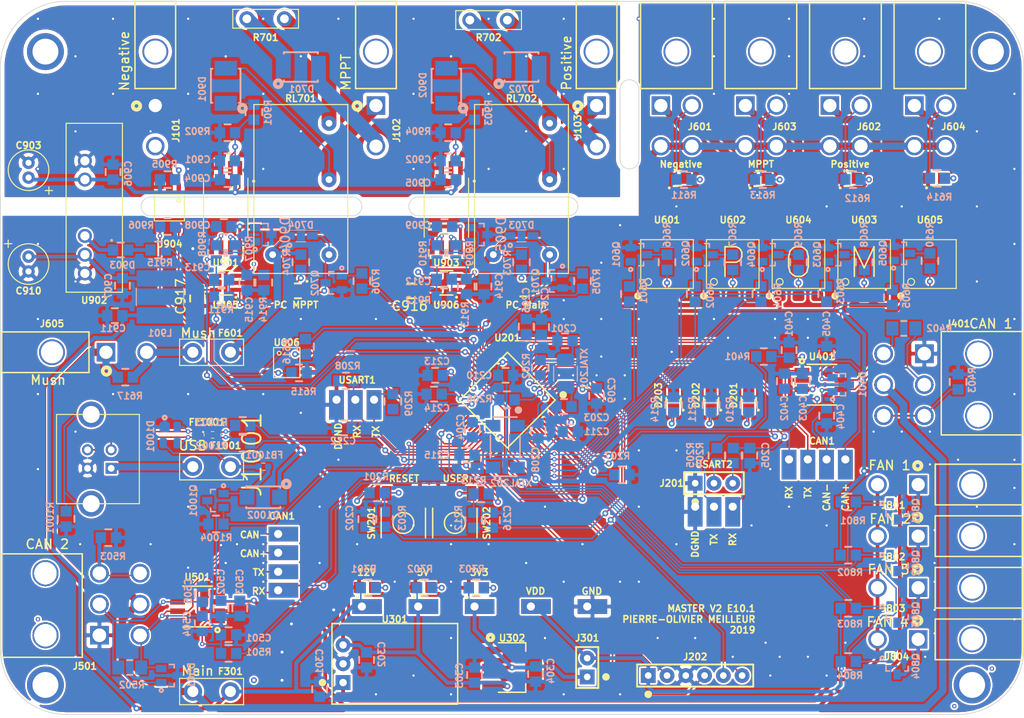
<source format=kicad_pcb>
(kicad_pcb (version 20171130) (host pcbnew 5.1.2-f72e74a~84~ubuntu18.04.1)
  (layers (0 F.Cu signal) (31 B.Cu signal) (34 B.Paste user hide) (35 F.Paste user) (36 B.SilkS user) (37 F.SilkS user) (38 B.Mask user hide) (39 F.Mask user) (44 Edge.Cuts user))
  (net 0 "")
  (net 1 DGND)
  (net 2 "Net-(C201-Pad2)")
  (net 3 /NRST)
  (net 4 "Net-(C203-Pad1)")
  (net 5 "Net-(C204-Pad2)")
  (net 6 /STM32F446/PA3_RX)
  (net 7 VDD)
  (net 8 "Net-(C208-Pad1)")
  (net 9 /VBat)
  (net 10 /STM32F446/PA10_RX)
  (net 11 "Net-(C213-Pad2)")
  (net 12 /STM32F446/USER_BTN)
  (net 13 12V)
  (net 14 5V)
  (net 15 3.3V)
  (net 16 "Net-(C401-Pad2)")
  (net 17 /CAN1/CAN_N)
  (net 18 /CAN1/CAN_P)
  (net 19 "Net-(C501-Pad1)")
  (net 20 "Net-(C901-Pad1)")
  (net 21 AGND)
  (net 22 "Net-(C902-Pad1)")
  (net 23 "Net-(C907-Pad1)")
  (net 24 /PA4)
  (net 25 "Net-(C912-Pad2)")
  (net 26 "Net-(C913-Pad1)")
  (net 27 /PA6)
  (net 28 "Net-(C914-Pad2)")
  (net 29 "Net-(C915-Pad2)")
  (net 30 "Net-(D201-Pad1)")
  (net 31 /PC6)
  (net 32 "Net-(D202-Pad1)")
  (net 33 /PB15)
  (net 34 "Net-(D203-Pad1)")
  (net 35 /PB14)
  (net 36 "Net-(D301-Pad2)")
  (net 37 "Net-(D302-Pad2)")
  (net 38 "Net-(D303-Pad2)")
  (net 39 "/Voltage Sense/MPPT-HV+")
  (net 40 "/Voltage Sense/BP-HV+")
  (net 41 "Net-(D903-Pad1)")
  (net 42 "Net-(D903-Pad2)")
  (net 43 CAN_PWR)
  (net 44 /RS232_TX)
  (net 45 /RS232_RX)
  (net 46 /STM32F446/SWCLK)
  (net 47 /STM32F446/SWDIO)
  (net 48 /STM32F446/SWO)
  (net 49 /CAN1/Shield1)
  (net 50 "Net-(J801-Pad1)")
  (net 51 "Net-(J802-Pad1)")
  (net 52 "Net-(Q701-Pad1)")
  (net 53 "Net-(Q702-Pad1)")
  (net 54 /PC0)
  (net 55 /PC1)
  (net 56 /PC2)
  (net 57 "Net-(R201-Pad1)")
  (net 58 "Net-(R202-Pad1)")
  (net 59 /STM32F446/PA2_TX)
  (net 60 "Net-(R206-Pad1)")
  (net 61 /STM32F446/PA9_TX)
  (net 62 /PA12)
  (net 63 /PB13)
  (net 64 /PD2)
  (net 65 /PC11)
  (net 66 /PC12)
  (net 67 /PC10)
  (net 68 /PB10)
  (net 69 /PB2)
  (net 70 /PA5)
  (net 71 /PB12)
  (net 72 /PA11)
  (net 73 /PB5)
  (net 74 /STM32F446/USART2_TX)
  (net 75 /STM32F446/USART2_RX)
  (net 76 "Net-(SW201-Pad1)")
  (net 77 "Net-(SW201-Pad3)")
  (net 78 "Net-(SW202-Pad4)")
  (net 79 "Net-(SW202-Pad2)")
  (net 80 /PC3)
  (net 81 /PC7)
  (net 82 /PC8)
  (net 83 /PC9)
  (net 84 /PA8)
  (net 85 /PA7)
  (net 86 /PC4)
  (net 87 /PC5)
  (net 88 /PB0)
  (net 89 /PB1)
  (net 90 /PA15)
  (net 91 /PB4)
  (net 92 /PB6)
  (net 93 /PB7)
  (net 94 /BOOT0)
  (net 95 /PB8)
  (net 96 /PB9)
  (net 97 "Net-(U401-Pad5)")
  (net 98 "Net-(U401-Pad8)")
  (net 99 "Net-(U501-Pad5)")
  (net 100 "Net-(U501-Pad8)")
  (net 101 "Net-(XTAL202-Pad2)")
  (net 102 "Net-(XTAL202-Pad3)")
  (net 103 5V_HP)
  (net 104 /HV_High_Side+)
  (net 105 /HV_Mppt+)
  (net 106 /12V_Mush)
  (net 107 /HV_Mppt-)
  (net 108 /HV_High_Side-)
  (net 109 "Net-(F601-Pad1)")
  (net 110 "Net-(D1001-Pad4)")
  (net 111 "Net-(F1001-Pad1)")
  (net 112 "Net-(FL1001-Pad3)")
  (net 113 "Net-(FL1001-Pad2)")
  (net 114 /USB/D-)
  (net 115 /USB/D+)
  (net 116 /HV_Low_Side+)
  (net 117 "Net-(J803-Pad1)")
  (net 118 "Net-(J804-Pad1)")
  (net 119 /USB/Shield_Connector)
  (net 120 /PA0)
  (net 121 /PA1)
  (net 122 "Net-(U601-Pad3)")
  (net 123 "Net-(U602-Pad3)")
  (net 124 "Net-(U603-Pad3)")
  (net 125 "Net-(U604-Pad3)")
  (net 126 "Net-(D601-Pad2)")
  (net 127 "Net-(J601-Pad1)")
  (net 128 "Net-(J601-Pad2)")
  (net 129 "Net-(J601-Pad3)")
  (net 130 "Net-(Q601-Pad3)")
  (net 131 "Net-(Q601-Pad1)")
  (net 132 "Net-(U605-Pad3)")
  (net 133 "Net-(D602-Pad2)")
  (net 134 "Net-(D603-Pad2)")
  (net 135 "Net-(D604-Pad2)")
  (net 136 "Net-(D701-Pad1)")
  (net 137 "Net-(D702-Pad1)")
  (net 138 "Net-(H101-Pad1)")
  (net 139 "Net-(H102-Pad1)")
  (net 140 "Net-(H103-Pad1)")
  (net 141 "Net-(H104-Pad1)")
  (net 142 "Net-(D703-Pad2)")
  (net 143 "Net-(D704-Pad2)")
  (net 144 "Net-(D705-Pad2)")
  (net 145 "Net-(D706-Pad2)")
  (net 146 "Net-(J602-Pad2)")
  (net 147 "Net-(J602-Pad1)")
  (net 148 "Net-(J603-Pad2)")
  (net 149 "Net-(J603-Pad1)")
  (net 150 "Net-(J604-Pad2)")
  (net 151 "Net-(J604-Pad1)")
  (net 152 "Net-(Q602-Pad1)")
  (net 153 "Net-(Q602-Pad3)")
  (net 154 "Net-(Q603-Pad1)")
  (net 155 "Net-(Q603-Pad3)")
  (net 156 "Net-(Q604-Pad1)")
  (net 157 "Net-(Q604-Pad3)")
  (net 158 "Net-(Q605-Pad1)")
  (net 159 "Net-(Q605-Pad3)")
  (net 160 "Net-(R212-Pad1)")
  (net 161 "Net-(R606-Pad2)")
  (net 162 "Net-(R607-Pad2)")
  (net 163 "Net-(R608-Pad2)")
  (net 164 "Net-(R609-Pad2)")
  (net 165 "Net-(R610-Pad2)")
  (net 166 "Net-(R615-Pad1)")
  (net 167 "Net-(R701-Pad2)")
  (net 168 "Net-(R702-Pad2)")
  (net 169 /CAN2/Shield2)
  (net 170 /CAN2/CAN2_H)
  (net 171 /CAN2/CAN2_L)
  (net 172 /USB/5V_EXT)
  (net 173 "Net-(D904-Pad1)")
  (net 174 "Net-(D904-Pad2)")
  (net 175 "Net-(D905-Pad1)")
  (net 176 "Net-(D905-Pad2)")
  (module IC:SOT-23-3 (layer B.Cu) (at 148.082 68.908184 90)
    (fp_text reference D905 (at 0.03 2.97 90) (layer B.SilkS) (effects (font (size 1.27 1.27) (thickness 0.2032)) (justify mirror)))
    (fp_text value D1213A-02SOL-7 hide)
    (pad 1 smd rect (at -0.95 -1.1 90) (size 1 1.4) (layers B.Cu B.Paste B.Mask) (net 175 "Net-(D905-Pad1)"))
    (pad 2 smd rect (at 0.95 -1.1 90) (size 1 1.4) (layers B.Cu B.Paste B.Mask) (net 176 "Net-(D905-Pad2)"))
    (pad 3 smd rect (at 0 1.1 90) (size 1 1.4) (layers B.Cu B.Paste B.Mask) (net 1 DGND))
  )
  (module IC:SOT-23-3 (layer B.Cu) (at 118.872 68.908184 90)
    (fp_text reference D904 (at 0.03 2.97 270) (layer B.SilkS) (effects (font (size 1.27 1.27) (thickness 0.2032)) (justify mirror)))
    (fp_text value D1213A-02SOL-7 hide)
    (pad 1 smd rect (at -0.95 -1.1 90) (size 1 1.4) (layers B.Cu B.Paste B.Mask) (net 173 "Net-(D904-Pad1)"))
    (pad 2 smd rect (at 0.95 -1.1 90) (size 1 1.4) (layers B.Cu B.Paste B.Mask) (net 174 "Net-(D904-Pad2)"))
    (pad 3 smd rect (at 0 1.1 90) (size 1 1.4) (layers B.Cu B.Paste B.Mask) (net 1 DGND))
  )
  (module IC:NCS1S2405SC (layer F.Cu) (at 96.012 65.278 90)
    (fp_text reference U902 (at -12.520184 0 180) (layer F.SilkS) (effects (font (size 0.9 0.9) (thickness 0.2032))))
    (fp_text value NCS1S2405SC hide)
    (pad 1 thru_hole circle (at -8.89 -1.27 90) (size 1.905 1.905) (drill 1.24968) (layers *.Cu *.Mask) (net 1 DGND))
    (pad 2 thru_hole circle (at -6.35 -1.27 90) (size 1.905 1.905) (drill 1.24968) (layers *.Cu *.Mask) (net 23 "Net-(C907-Pad1)"))
    (pad 3 thru_hole circle (at -3.81 -1.27 90) (size 1.905 1.905) (drill 1.24968) (layers *.Cu *.Mask) (net 41 "Net-(D903-Pad1)"))
    (pad 6 thru_hole circle (at 3.81 -1.27 90) (size 1.905 1.905) (drill 1.24968) (layers *.Cu *.Mask) (net 103 5V_HP))
    (pad 7 thru_hole circle (at 6.35 -1.27 90) (size 1.905 1.905) (drill 1.24968) (layers *.Cu *.Mask) (net 21 AGND))
  )
  (module Resistors:TR50 (layer F.Cu) (at 119.192 39.698184)
    (fp_text reference R701 (at 0 2.54) (layer F.SilkS) (effects (font (size 0.9 0.9) (thickness 0.2032))))
    (fp_text value TR50JBC100R hide)
    (pad 1 thru_hole circle (at -2.54 0) (size 2.032 2.032) (drill 1.1811) (layers *.Cu *.Mask) (net 136 "Net-(D701-Pad1)"))
    (pad 2 thru_hole circle (at 2.54 0) (size 2.032 2.032) (drill 1.1811) (layers *.Cu *.Mask) (net 167 "Net-(R701-Pad2)"))
  )
  (module Resistors:TR50 (layer F.Cu) (at 149.352 39.878)
    (fp_text reference R702 (at 0 2.360184) (layer F.SilkS) (effects (font (size 0.9 0.9) (thickness 0.2032))))
    (fp_text value TR50JBC100R hide)
    (pad 1 thru_hole circle (at -2.54 0) (size 2.032 2.032) (drill 1.1811) (layers *.Cu *.Mask) (net 137 "Net-(D702-Pad1)"))
    (pad 2 thru_hole circle (at 2.54 0) (size 2.032 2.032) (drill 1.1811) (layers *.Cu *.Mask) (net 168 "Net-(R702-Pad2)"))
  )
  (module Capacitors:C0805 (layer B.Cu) (at 158.65898 83.286638)
    (fp_text reference C201 (at 0.85302 -1.678454) (layer B.SilkS) (effects (font (size 0.9 0.9) (thickness 0.2032)) (justify mirror)))
    (fp_text value 885012007053 hide)
    (pad 2 smd rect (at 2.05 0) (size 1.4 1.5) (layers B.Cu B.Paste B.Mask) (net 2 "Net-(C201-Pad2)"))
    (pad 1 smd rect (at 0 0) (size 1.4 1.5) (layers B.Cu B.Paste B.Mask) (net 1 DGND))
  )
  (module Capacitors:C0805 (layer B.Cu) (at 132.738116 108.454511 90)
    (fp_text reference C202 (at 1.192327 -2.182116 90) (layer B.SilkS) (effects (font (size 0.9 0.9) (thickness 0.2032)) (justify mirror)))
    (fp_text value 885012207098 hide)
    (pad 2 smd rect (at 2.05 0 90) (size 1.4 1.5) (layers B.Cu B.Paste B.Mask) (net 1 DGND))
    (pad 1 smd rect (at 0 0 90) (size 1.4 1.5) (layers B.Cu B.Paste B.Mask) (net 3 /NRST))
  )
  (module Capacitors:C0805 (layer B.Cu) (at 160.56398 92.176638 180)
    (fp_text reference C203 (at -3.39302 -1.496546 180) (layer B.SilkS) (effects (font (size 0.9 0.9) (thickness 0.2032)) (justify mirror)))
    (fp_text value 885012007053 hide)
    (pad 2 smd rect (at 2.05 0 180) (size 1.4 1.5) (layers B.Cu B.Paste B.Mask) (net 1 DGND))
    (pad 1 smd rect (at 0 0 180) (size 1.4 1.5) (layers B.Cu B.Paste B.Mask) (net 4 "Net-(C203-Pad1)"))
  )
  (module Capacitors:C0805 (layer B.Cu) (at 147.152645 96.342319 90)
    (fp_text reference C204 (at 1.399135 -1.610645 90) (layer B.SilkS) (effects (font (size 0.9 0.9) (thickness 0.2032)) (justify mirror)))
    (fp_text value 885012007027 hide)
    (pad 2 smd rect (at 2.05 0 90) (size 1.4 1.5) (layers B.Cu B.Paste B.Mask) (net 5 "Net-(C204-Pad2)"))
    (pad 1 smd rect (at 0 0 90) (size 1.4 1.5) (layers B.Cu B.Paste B.Mask) (net 1 DGND))
  )
  (module Capacitors:C0805 (layer B.Cu) (at 184.673815 99.845908 90)
    (fp_text reference C205 (at 1.092724 2.143185 90) (layer B.SilkS) (effects (font (size 0.9 0.9) (thickness 0.2032)) (justify mirror)))
    (fp_text value 885012007053 hide)
    (pad 2 smd rect (at 2.05 0 90) (size 1.4 1.5) (layers B.Cu B.Paste B.Mask) (net 6 /STM32F446/PA3_RX))
    (pad 1 smd rect (at 0 0 90) (size 1.4 1.5) (layers B.Cu B.Paste B.Mask) (net 1 DGND))
  )
  (module Capacitors:C0805 (layer B.Cu) (at 154.432 80.338184 270)
    (fp_text reference C206 (at -2.54 0 270) (layer B.SilkS) (effects (font (size 0.9 0.9) (thickness 0.2032)) (justify mirror)))
    (fp_text value 885012107015 hide)
    (pad 2 smd rect (at 2.05 0 270) (size 1.4 1.5) (layers B.Cu B.Paste B.Mask) (net 7 VDD))
    (pad 1 smd rect (at 0 0 270) (size 1.4 1.5) (layers B.Cu B.Paste B.Mask) (net 1 DGND))
  )
  (module Capacitors:C0805 (layer B.Cu) (at 156.508966 80.408111 270)
    (fp_text reference C207 (at -2.609927 -0.463034 270) (layer B.SilkS) (effects (font (size 0.9 0.9) (thickness 0.2032)) (justify mirror)))
    (fp_text value 885012207092 hide)
    (pad 2 smd rect (at 2.05 0 270) (size 1.4 1.5) (layers B.Cu B.Paste B.Mask) (net 7 VDD))
    (pad 1 smd rect (at 0 0 270) (size 1.4 1.5) (layers B.Cu B.Paste B.Mask) (net 1 DGND))
  )
  (module Capacitors:C0805 (layer B.Cu) (at 156.042645 94.437319 270)
    (fp_text reference C208 (at 4.950865 0.340645 270) (layer B.SilkS) (effects (font (size 0.9 0.9) (thickness 0.2032)) (justify mirror)))
    (fp_text value 885012007027 hide)
    (pad 2 smd rect (at 2.05 0 270) (size 1.4 1.5) (layers B.Cu B.Paste B.Mask) (net 1 DGND))
    (pad 1 smd rect (at 0 0 270) (size 1.4 1.5) (layers B.Cu B.Paste B.Mask) (net 8 "Net-(C208-Pad1)"))
  )
  (module Capacitors:C0805 (layer B.Cu) (at 163.957 91.768184 90)
    (fp_text reference C209 (at 1.79 2.05 90) (layer B.SilkS) (effects (font (size 0.9 0.9) (thickness 0.2032)) (justify mirror)))
    (fp_text value 885012107015 hide)
    (pad 2 smd rect (at 2.05 0 90) (size 1.4 1.5) (layers B.Cu B.Paste B.Mask) (net 9 /VBat))
    (pad 1 smd rect (at 0 0 90) (size 1.4 1.5) (layers B.Cu B.Paste B.Mask) (net 1 DGND))
  )
  (module Capacitors:C0805 (layer B.Cu) (at 150.622 87.958184)
    (fp_text reference C210 (at -2.54 0) (layer B.SilkS) (effects (font (size 0.9 0.9) (thickness 0.2032)) (justify mirror)))
    (fp_text value 885012207098 hide)
    (pad 2 smd rect (at 2.05 0) (size 1.4 1.5) (layers B.Cu B.Paste B.Mask) (net 1 DGND))
    (pad 1 smd rect (at 0 0) (size 1.4 1.5) (layers B.Cu B.Paste B.Mask) (net 7 VDD))
  )
  (module Capacitors:C0805 (layer B.Cu) (at 161.417 95.578184 180)
    (fp_text reference C211 (at -2.54 0 180) (layer B.SilkS) (effects (font (size 0.9 0.9) (thickness 0.2032)) (justify mirror)))
    (fp_text value 885012207098 hide)
    (pad 2 smd rect (at 2.05 0 180) (size 1.4 1.5) (layers B.Cu B.Paste B.Mask) (net 7 VDD))
    (pad 1 smd rect (at 0 0 180) (size 1.4 1.5) (layers B.Cu B.Paste B.Mask) (net 1 DGND))
  )
  (module Capacitors:C0805 (layer B.Cu) (at 128.778 95.070184)
    (fp_text reference C212 (at 0.889 1.778) (layer B.SilkS) (effects (font (size 0.9 0.9) (thickness 0.2032)) (justify mirror)))
    (fp_text value 885012007053 hide)
    (pad 2 smd rect (at 2.05 0) (size 1.4 1.5) (layers B.Cu B.Paste B.Mask) (net 10 /STM32F446/PA10_RX))
    (pad 1 smd rect (at 0 0) (size 1.4 1.5) (layers B.Cu B.Paste B.Mask) (net 1 DGND))
  )
  (module Capacitors:C0805 (layer B.Cu) (at 141.097 87.958184)
    (fp_text reference C213 (at 1.27 -1.905) (layer B.SilkS) (effects (font (size 0.9 0.9) (thickness 0.2032)) (justify mirror)))
    (fp_text value 885012107018 hide)
    (pad 2 smd rect (at 2.05 0) (size 1.4 1.5) (layers B.Cu B.Paste B.Mask) (net 11 "Net-(C213-Pad2)"))
    (pad 1 smd rect (at 0 0) (size 1.4 1.5) (layers B.Cu B.Paste B.Mask) (net 1 DGND))
  )
  (module Capacitors:C0805 (layer B.Cu) (at 143.002 90.498184 180)
    (fp_text reference C214 (at 0.635 -1.905 180) (layer B.SilkS) (effects (font (size 0.9 0.9) (thickness 0.2032)) (justify mirror)))
    (fp_text value 885012207098 hide)
    (pad 2 smd rect (at 2.05 0 180) (size 1.4 1.5) (layers B.Cu B.Paste B.Mask) (net 1 DGND))
    (pad 1 smd rect (at 0 0 180) (size 1.4 1.5) (layers B.Cu B.Paste B.Mask) (net 7 VDD))
  )
  (module Capacitors:C0805 (layer B.Cu) (at 147.447 98.753184 180)
    (fp_text reference C215 (at 5.08 0 180) (layer B.SilkS) (effects (font (size 0.9 0.9) (thickness 0.2032)) (justify mirror)))
    (fp_text value 885012207098 hide)
    (pad 2 smd rect (at 2.05 0 180) (size 1.4 1.5) (layers B.Cu B.Paste B.Mask) (net 1 DGND))
    (pad 1 smd rect (at 0 0 180) (size 1.4 1.5) (layers B.Cu B.Paste B.Mask) (net 7 VDD))
  )
  (module Capacitors:C0805 (layer B.Cu) (at 149.865035 108.591648 90)
    (fp_text reference C216 (at 1.329464 2.026965 90) (layer B.SilkS) (effects (font (size 0.9 0.9) (thickness 0.2032)) (justify mirror)))
    (fp_text value 885012207098 hide)
    (pad 2 smd rect (at 2.05 0 90) (size 1.4 1.5) (layers B.Cu B.Paste B.Mask) (net 1 DGND))
    (pad 1 smd rect (at 0 0 90) (size 1.4 1.5) (layers B.Cu B.Paste B.Mask) (net 12 /STM32F446/USER_BTN))
  )
  (module Capacitors:C0805 (layer B.Cu) (at 126.492 129.413 270)
    (fp_text reference C301 (at -2.719816 0 270) (layer B.SilkS) (effects (font (size 0.9 0.9) (thickness 0.2032)) (justify mirror)))
    (fp_text value 885012107018 hide)
    (pad 2 smd rect (at 2.05 0 270) (size 1.4 1.5) (layers B.Cu B.Paste B.Mask) (net 13 12V))
    (pad 1 smd rect (at 0 0 270) (size 1.4 1.5) (layers B.Cu B.Paste B.Mask) (net 1 DGND))
  )
  (module Capacitors:C0805 (layer B.Cu) (at 132.842 127.508 90)
    (fp_text reference C302 (at 1.79 2.05 90) (layer B.SilkS) (effects (font (size 0.9 0.9) (thickness 0.2032)) (justify mirror)))
    (fp_text value 885012107018 hide)
    (pad 2 smd rect (at 2.05 0 90) (size 1.4 1.5) (layers B.Cu B.Paste B.Mask) (net 14 5V))
    (pad 1 smd rect (at 0 0 90) (size 1.4 1.5) (layers B.Cu B.Paste B.Mask) (net 1 DGND))
  )
  (module Capacitors:C0805 (layer B.Cu) (at 147.447 127.508 270)
    (fp_text reference C303 (at 1.090184 2.05 270) (layer B.SilkS) (effects (font (size 0.9 0.9) (thickness 0.2032)) (justify mirror)))
    (fp_text value 885012107014 hide)
    (pad 2 smd rect (at 2.05 0 270) (size 1.4 1.5) (layers B.Cu B.Paste B.Mask) (net 14 5V))
    (pad 1 smd rect (at 0 0 270) (size 1.4 1.5) (layers B.Cu B.Paste B.Mask) (net 1 DGND))
  )
  (module Capacitors:C0805 (layer B.Cu) (at 155.702 129.413 90)
    (fp_text reference C304 (at 1.449816 2.05 90) (layer B.SilkS) (effects (font (size 0.9 0.9) (thickness 0.2032)) (justify mirror)))
    (fp_text value 885012107005 hide)
    (pad 2 smd rect (at 2.05 0 90) (size 1.4 1.5) (layers B.Cu B.Paste B.Mask) (net 15 3.3V))
    (pad 1 smd rect (at 0 0 90) (size 1.4 1.5) (layers B.Cu B.Paste B.Mask) (net 1 DGND))
  )
  (module Capacitors:C0805 (layer B.Cu) (at 189.992 83.513184 270)
    (fp_text reference C401 (at -2.54 0 270) (layer B.SilkS) (effects (font (size 0.9 0.9) (thickness 0.2032)) (justify mirror)))
    (fp_text value 885012207080 hide)
    (pad 2 smd rect (at 2.05 0 270) (size 1.4 1.5) (layers B.Cu B.Paste B.Mask) (net 16 "Net-(C401-Pad2)"))
    (pad 1 smd rect (at 0 0 270) (size 1.4 1.5) (layers B.Cu B.Paste B.Mask) (net 1 DGND))
  )
  (module Capacitors:C0805 (layer B.Cu) (at 189.357 87.730212 270)
    (fp_text reference C402 (at 4.672972 0 270) (layer B.SilkS) (effects (font (size 0.9 0.9) (thickness 0.2032)) (justify mirror)))
    (fp_text value 885012107015 hide)
    (pad 2 smd rect (at 2.05 0 270) (size 1.4 1.5) (layers B.Cu B.Paste B.Mask) (net 7 VDD))
    (pad 1 smd rect (at 0 0 270) (size 1.4 1.5) (layers B.Cu B.Paste B.Mask) (net 1 DGND))
  )
  (module Capacitors:C0805 (layer B.Cu) (at 191.791554 87.730212 270)
    (fp_text reference C403 (at 4.672972 -0.105446 270) (layer B.SilkS) (effects (font (size 0.9 0.9) (thickness 0.2032)) (justify mirror)))
    (fp_text value 885012207098 hide)
    (pad 2 smd rect (at 2.05 0 270) (size 1.4 1.5) (layers B.Cu B.Paste B.Mask) (net 7 VDD))
    (pad 1 smd rect (at 0 0 270) (size 1.4 1.5) (layers B.Cu B.Paste B.Mask) (net 1 DGND))
  )
  (module Capacitors:C0805 (layer B.Cu) (at 195.072 92.403184 270)
    (fp_text reference C404 (at 1.143 -1.905 270) (layer B.SilkS) (effects (font (size 0.9 0.9) (thickness 0.2032)) (justify mirror)))
    (fp_text value 885012007053 hide)
    (pad 2 smd rect (at 2.05 0 270) (size 1.4 1.5) (layers B.Cu B.Paste B.Mask) (net 1 DGND))
    (pad 1 smd rect (at 0 0 270) (size 1.4 1.5) (layers B.Cu B.Paste B.Mask) (net 17 /CAN1/CAN_N))
  )
  (module Capacitors:C0805 (layer B.Cu) (at 195.072 86.053184 90)
    (fp_text reference C405 (at 5.08 0 90) (layer B.SilkS) (effects (font (size 0.9 0.9) (thickness 0.2032)) (justify mirror)))
    (fp_text value 885012007053 hide)
    (pad 2 smd rect (at 2.05 0 90) (size 1.4 1.5) (layers B.Cu B.Paste B.Mask) (net 1 DGND))
    (pad 1 smd rect (at 0 0 90) (size 1.4 1.5) (layers B.Cu B.Paste B.Mask) (net 18 /CAN1/CAN_P))
  )
  (module Capacitors:C0805 (layer B.Cu) (at 113.157 123.063)
    (fp_text reference C501 (at 5.08 0.455184) (layer B.SilkS) (effects (font (size 0.9 0.9) (thickness 0.2032)) (justify mirror)))
    (fp_text value 885012207080 hide)
    (pad 2 smd rect (at 2.05 0) (size 1.4 1.5) (layers B.Cu B.Paste B.Mask) (net 1 DGND))
    (pad 1 smd rect (at 0 0) (size 1.4 1.5) (layers B.Cu B.Paste B.Mask) (net 19 "Net-(C501-Pad1)"))
  )
  (module Capacitors:C0805 (layer B.Cu) (at 113.157 120.523 90)
    (fp_text reference C502 (at 4.624816 0 90) (layer B.SilkS) (effects (font (size 0.9 0.9) (thickness 0.2032)) (justify mirror)))
    (fp_text value 885012107015 hide)
    (pad 2 smd rect (at 2.05 0 90) (size 1.4 1.5) (layers B.Cu B.Paste B.Mask) (net 7 VDD))
    (pad 1 smd rect (at 0 0 90) (size 1.4 1.5) (layers B.Cu B.Paste B.Mask) (net 1 DGND))
  )
  (module Capacitors:C0805 (layer B.Cu) (at 115.697 120.523 90)
    (fp_text reference C503 (at 4.624816 0 90) (layer B.SilkS) (effects (font (size 0.9 0.9) (thickness 0.2032)) (justify mirror)))
    (fp_text value 885012207098 hide)
    (pad 2 smd rect (at 2.05 0 90) (size 1.4 1.5) (layers B.Cu B.Paste B.Mask) (net 7 VDD))
    (pad 1 smd rect (at 0 0 90) (size 1.4 1.5) (layers B.Cu B.Paste B.Mask) (net 1 DGND))
  )
  (module Capacitors:C0805 (layer B.Cu) (at 110.617 120.523 270)
    (fp_text reference C504 (at 1.090184 2.05 270) (layer B.SilkS) (effects (font (size 0.9 0.9) (thickness 0.2032)) (justify mirror)))
    (fp_text value 885012007053 hide)
    (pad 2 smd rect (at 2.05 0 270) (size 1.4 1.5) (layers B.Cu B.Paste B.Mask) (net 1 DGND))
    (pad 1 smd rect (at 0 0 270) (size 1.4 1.5) (layers B.Cu B.Paste B.Mask) (net 170 /CAN2/CAN2_H))
  )
  (module Capacitors:C0805 (layer B.Cu) (at 110.617 118.618 90)
    (fp_text reference C505 (at 1.449816 -1.905 90) (layer B.SilkS) (effects (font (size 0.9 0.9) (thickness 0.2032)) (justify mirror)))
    (fp_text value 885012007053 hide)
    (pad 2 smd rect (at 2.05 0 90) (size 1.4 1.5) (layers B.Cu B.Paste B.Mask) (net 1 DGND))
    (pad 1 smd rect (at 0 0 90) (size 1.4 1.5) (layers B.Cu B.Paste B.Mask) (net 171 /CAN2/CAN2_L))
  )
  (module Capacitors:C0805 (layer B.Cu) (at 115.062 58.928 180)
    (fp_text reference C901 (at 5.08 0.179816 180) (layer B.SilkS) (effects (font (size 0.9 0.9) (thickness 0.2032)) (justify mirror)))
    (fp_text value 885012207080 hide)
    (pad 2 smd rect (at 2.05 0 180) (size 1.4 1.5) (layers B.Cu B.Paste B.Mask) (net 21 AGND))
    (pad 1 smd rect (at 0 0 180) (size 1.4 1.5) (layers B.Cu B.Paste B.Mask) (net 20 "Net-(C901-Pad1)"))
  )
  (module Capacitors:C0805 (layer B.Cu) (at 144.907 58.928 180)
    (fp_text reference C902 (at 5.08 0.179816 180) (layer B.SilkS) (effects (font (size 0.9 0.9) (thickness 0.2032)) (justify mirror)))
    (fp_text value 885012207080 hide)
    (pad 2 smd rect (at 2.05 0 180) (size 1.4 1.5) (layers B.Cu B.Paste B.Mask) (net 21 AGND))
    (pad 1 smd rect (at 0 0 180) (size 1.4 1.5) (layers B.Cu B.Paste B.Mask) (net 22 "Net-(C902-Pad1)"))
  )
  (module Capacitors:Radial-Can-5_11_2 (layer F.Cu) (at 87.122 60.198 90)
    (fp_text reference C903 (at 3.354816 0 180) (layer F.SilkS) (effects (font (size 0.9 0.9) (thickness 0.2032))))
    (fp_text value 860020472006 hide)
    (pad 1 thru_hole circle (at -1 0 90) (size 1.6764 1.6764) (drill 0.8382) (layers *.Cu *.Mask) (net 103 5V_HP))
    (pad 2 thru_hole circle (at 1 0 90) (size 1.6764 1.6764) (drill 0.8382) (layers *.Cu *.Mask) (net 21 AGND))
  )
  (module Capacitors:C0805 (layer B.Cu) (at 113.012 61.468)
    (fp_text reference C904 (at -3.03 -0.179816) (layer B.SilkS) (effects (font (size 0.9 0.9) (thickness 0.2032)) (justify mirror)))
    (fp_text value 885012207098 hide)
    (pad 2 smd rect (at 2.05 0) (size 1.4 1.5) (layers B.Cu B.Paste B.Mask) (net 103 5V_HP))
    (pad 1 smd rect (at 0 0) (size 1.4 1.5) (layers B.Cu B.Paste B.Mask) (net 21 AGND))
  )
  (module Capacitors:C0805 (layer B.Cu) (at 142.857 61.468)
    (fp_text reference C905 (at -3.03 0.455184) (layer B.SilkS) (effects (font (size 0.9 0.9) (thickness 0.2032)) (justify mirror)))
    (fp_text value 885012207098 hide)
    (pad 2 smd rect (at 2.05 0) (size 1.4 1.5) (layers B.Cu B.Paste B.Mask) (net 103 5V_HP))
    (pad 1 smd rect (at 0 0) (size 1.4 1.5) (layers B.Cu B.Paste B.Mask) (net 21 AGND))
  )
  (module Capacitors:C0805 (layer B.Cu) (at 98.552 61.468 90)
    (fp_text reference C906 (at 0.814816 2.05 90) (layer B.SilkS) (effects (font (size 0.9 0.9) (thickness 0.2032)) (justify mirror)))
    (fp_text value 885012207098 hide)
    (pad 2 smd rect (at 2.05 0 90) (size 1.4 1.5) (layers B.Cu B.Paste B.Mask) (net 21 AGND))
    (pad 1 smd rect (at 0 0 90) (size 1.4 1.5) (layers B.Cu B.Paste B.Mask) (net 103 5V_HP))
  )
  (module Capacitors:C0805 (layer B.Cu) (at 99.822 74.803 270)
    (fp_text reference C907 (at 1.090184 1.905 270) (layer B.SilkS) (effects (font (size 0.9 0.9) (thickness 0.2032)) (justify mirror)))
    (fp_text value 885012207098 hide)
    (pad 2 smd rect (at 2.05 0 270) (size 1.4 1.5) (layers B.Cu B.Paste B.Mask) (net 1 DGND))
    (pad 1 smd rect (at 0 0 270) (size 1.4 1.5) (layers B.Cu B.Paste B.Mask) (net 23 "Net-(C907-Pad1)"))
  )
  (module Capacitors:C0805 (layer B.Cu) (at 112.522 67.818)
    (fp_text reference C908 (at -2.54 -0.179816) (layer B.SilkS) (effects (font (size 0.9 0.9) (thickness 0.2032)) (justify mirror)))
    (fp_text value 885012207098 hide)
    (pad 2 smd rect (at 2.05 0) (size 1.4 1.5) (layers B.Cu B.Paste B.Mask) (net 14 5V))
    (pad 1 smd rect (at 0 0) (size 1.4 1.5) (layers B.Cu B.Paste B.Mask) (net 1 DGND))
  )
  (module Capacitors:C0805 (layer B.Cu) (at 142.367 67.818)
    (fp_text reference C909 (at -2.54 -0.179816) (layer B.SilkS) (effects (font (size 0.9 0.9) (thickness 0.2032)) (justify mirror)))
    (fp_text value 885012207098 hide)
    (pad 2 smd rect (at 2.05 0) (size 1.4 1.5) (layers B.Cu B.Paste B.Mask) (net 14 5V))
    (pad 1 smd rect (at 0 0) (size 1.4 1.5) (layers B.Cu B.Paste B.Mask) (net 1 DGND))
  )
  (module Capacitors:Radial-Can-5_11_2 (layer F.Cu) (at 87.122 72.898 270)
    (fp_text reference C910 (at 3.630184 0) (layer F.SilkS) (effects (font (size 0.9 0.9) (thickness 0.2032))))
    (fp_text value 860020472006 hide)
    (pad 1 thru_hole circle (at -1 0 270) (size 1.6764 1.6764) (drill 0.8382) (layers *.Cu *.Mask) (net 23 "Net-(C907-Pad1)"))
    (pad 2 thru_hole circle (at 1 0 270) (size 1.6764 1.6764) (drill 0.8382) (layers *.Cu *.Mask) (net 1 DGND))
  )
  (module Capacitors:C0805 (layer B.Cu) (at 99.822 79.883 180)
    (fp_text reference C911 (at 1.27 -1.725184 180) (layer B.SilkS) (effects (font (size 0.9 0.9) (thickness 0.2032)) (justify mirror)))
    (fp_text value 885012207075 hide)
    (pad 2 smd rect (at 2.05 0 180) (size 1.4 1.5) (layers B.Cu B.Paste B.Mask) (net 1 DGND))
    (pad 1 smd rect (at 0 0 180) (size 1.4 1.5) (layers B.Cu B.Paste B.Mask) (net 13 12V))
  )
  (module Capacitors:C0805 (layer B.Cu) (at 144.363317 74.954153 180)
    (fp_text reference C912 (at 4.536317 -0.304031 180) (layer B.SilkS) (effects (font (size 0.9 0.9) (thickness 0.2032)) (justify mirror)))
    (fp_text value 885012207080 hide)
    (pad 2 smd rect (at 2.05 0 180) (size 1.4 1.5) (layers B.Cu B.Paste B.Mask) (net 25 "Net-(C912-Pad2)"))
    (pad 1 smd rect (at 0 0 180) (size 1.4 1.5) (layers B.Cu B.Paste B.Mask) (net 24 /PA4))
  )
  (module Capacitors:C0805 (layer B.Cu) (at 112.208431 75.046929)
    (fp_text reference C913 (at -2.226431 -1.693745) (layer B.SilkS) (effects (font (size 0.9 0.9) (thickness 0.2032)) (justify mirror)))
    (fp_text value 885012207080 hide)
    (pad 2 smd rect (at 2.05 0) (size 1.4 1.5) (layers B.Cu B.Paste B.Mask) (net 27 /PA6))
    (pad 1 smd rect (at 0 0) (size 1.4 1.5) (layers B.Cu B.Paste B.Mask) (net 26 "Net-(C913-Pad1)"))
  )
  (module Capacitors:C0805 (layer B.Cu) (at 148.717 76.973098 90)
    (fp_text reference C914 (at 1.079914 2.05 90) (layer B.SilkS) (effects (font (size 0.9 0.9) (thickness 0.2032)) (justify mirror)))
    (fp_text value 885012207080 hide)
    (pad 2 smd rect (at 2.05 0 90) (size 1.4 1.5) (layers B.Cu B.Paste B.Mask) (net 28 "Net-(C914-Pad2)"))
    (pad 1 smd rect (at 0 0 90) (size 1.4 1.5) (layers B.Cu B.Paste B.Mask) (net 1 DGND))
  )
  (module Capacitors:C0805 (layer B.Cu) (at 116.650023 76.427967 90)
    (fp_text reference C915 (at -2.640217 0.316977 90) (layer B.SilkS) (effects (font (size 0.9 0.9) (thickness 0.2032)) (justify mirror)))
    (fp_text value 885012207080 hide)
    (pad 2 smd rect (at 2.05 0 90) (size 1.4 1.5) (layers B.Cu B.Paste B.Mask) (net 29 "Net-(C915-Pad2)"))
    (pad 1 smd rect (at 0 0 90) (size 1.4 1.5) (layers B.Cu B.Paste B.Mask) (net 1 DGND))
  )
  (module Diodes:LED_0805_GREEN (layer F.Cu) (at 184.531 92.470691 90)
    (fp_text reference D201 (at 1.79 -2.05 90) (layer F.SilkS) (effects (font (size 0.9 0.9) (thickness 0.2032))))
    (fp_text value 150080VS75000 hide)
    (pad 2 smd rect (at 2.05 0 90) (size 1.4 1.5) (layers F.Cu F.Paste F.Mask) (net 56 /PC2))
    (pad 1 smd rect (at 0 0 90) (size 1.4 1.5) (layers F.Cu F.Paste F.Mask) (net 30 "Net-(D201-Pad1)"))
  )
  (module Diodes:LED_0805_YELLOW (layer F.Cu) (at 179.451 92.470691 90)
    (fp_text reference D202 (at 1.79 -2.05 90) (layer F.SilkS) (effects (font (size 0.9 0.9) (thickness 0.2032))))
    (fp_text value 150080YS75000 hide)
    (pad 2 smd rect (at 2.05 0 90) (size 1.4 1.5) (layers F.Cu F.Paste F.Mask) (net 55 /PC1))
    (pad 1 smd rect (at 0 0 90) (size 1.4 1.5) (layers F.Cu F.Paste F.Mask) (net 32 "Net-(D202-Pad1)"))
  )
  (module Diodes:LED_0805_RED (layer F.Cu) (at 174.371 92.470691 90)
    (fp_text reference D203 (at 1.79 -2.05 90) (layer F.SilkS) (effects (font (size 0.9 0.9) (thickness 0.2032))))
    (fp_text value 150080RS75000 hide)
    (pad 2 smd rect (at 2.05 0 90) (size 1.4 1.5) (layers F.Cu F.Paste F.Mask) (net 54 /PC0))
    (pad 1 smd rect (at 0 0 90) (size 1.4 1.5) (layers F.Cu F.Paste F.Mask) (net 34 "Net-(D203-Pad1)"))
  )
  (module IC:SOT-23-3 (layer B.Cu) (at 196.977 89.228184 90)
    (fp_text reference D401 (at 0.03 2.97 90) (layer B.SilkS) (effects (font (size 0.9 0.9) (thickness 0.2032)) (justify mirror)))
    (fp_text value D1213A-02SOL-7 hide)
    (pad 1 smd rect (at -0.95 -1.1 90) (size 1 1.4) (layers B.Cu B.Paste B.Mask) (net 17 /CAN1/CAN_N))
    (pad 2 smd rect (at 0.95 -1.1 90) (size 1 1.4) (layers B.Cu B.Paste B.Mask) (net 18 /CAN1/CAN_P))
    (pad 3 smd rect (at 0 1.1 90) (size 1 1.4) (layers B.Cu B.Paste B.Mask) (net 1 DGND))
  )
  (module IC:SOT-23-3 (layer B.Cu) (at 106.172 128.598184 90)
    (fp_text reference D501 (at 0.03 2.97 90) (layer B.SilkS) (effects (font (size 0.9 0.9) (thickness 0.2032)) (justify mirror)))
    (fp_text value D1213A-02SOL-7 hide)
    (pad 1 smd rect (at -0.95 -1.1 90) (size 1 1.4) (layers B.Cu B.Paste B.Mask) (net 171 /CAN2/CAN2_L))
    (pad 2 smd rect (at 0.95 -1.1 90) (size 1 1.4) (layers B.Cu B.Paste B.Mask) (net 170 /CAN2/CAN2_H))
    (pad 3 smd rect (at 0 1.1 90) (size 1 1.4) (layers B.Cu B.Paste B.Mask) (net 1 DGND))
  )
  (module Diodes:DO-214AA_SMB (layer B.Cu) (at 123.952 46.228)
    (fp_text reference D701 (at 0.08 2.995184) (layer B.SilkS) (effects (font (size 0.9 0.9) (thickness 0.2032)) (justify mirror)))
    (fp_text value NRVBS3200T3G hide)
    (pad 2 smd rect (at 2.375 0) (size 2 3) (layers B.Cu B.Paste B.Mask) (net 105 /HV_Mppt+))
    (pad 1 smd rect (at -2.375 0) (size 2 3) (layers B.Cu B.Paste B.Mask) (net 136 "Net-(D701-Pad1)"))
  )
  (module Diodes:DO-214AA_SMB (layer B.Cu) (at 153.797 46.228)
    (fp_text reference D702 (at 0 2.995184) (layer B.SilkS) (effects (font (size 0.9 0.9) (thickness 0.2032)) (justify mirror)))
    (fp_text value NRVBS3200T3G hide)
    (pad 2 smd rect (at 2.375 0) (size 2 3) (layers B.Cu B.Paste B.Mask) (net 104 /HV_High_Side+))
    (pad 1 smd rect (at -2.375 0) (size 2 3) (layers B.Cu B.Paste B.Mask) (net 137 "Net-(D702-Pad1)"))
  )
  (module Diodes:SOD-323 (layer B.Cu) (at 153.797 69.088)
    (fp_text reference D703 (at 0 -1.449816) (layer B.SilkS) (effects (font (size 0.9 0.9) (thickness 0.2032)) (justify mirror)))
    (fp_text value NSR0530HT1G hide)
    (pad 2 smd rect (at 1.55 0) (size 1.5 1) (layers B.Cu B.Paste B.Mask) (net 142 "Net-(D703-Pad2)"))
    (pad 1 smd rect (at -1.55 0) (size 1.5 1) (layers B.Cu B.Paste B.Mask) (net 106 /12V_Mush))
  )
  (module Diodes:SOD-323 (layer B.Cu) (at 123.952 69.088)
    (fp_text reference D704 (at 0 -1.449816) (layer B.SilkS) (effects (font (size 0.9 0.9) (thickness 0.2032)) (justify mirror)))
    (fp_text value NSR0530HT1G hide)
    (pad 2 smd rect (at 1.55 0) (size 1.5 1) (layers B.Cu B.Paste B.Mask) (net 143 "Net-(D704-Pad2)"))
    (pad 1 smd rect (at -1.55 0) (size 1.5 1) (layers B.Cu B.Paste B.Mask) (net 106 /12V_Mush))
  )
  (module Diodes:DO-214AA_SMB (layer B.Cu) (at 113.792 48.768 90)
    (fp_text reference D901 (at -0.455184 -3.175 90) (layer B.SilkS) (effects (font (size 0.9 0.9) (thickness 0.2032)) (justify mirror)))
    (fp_text value NRVBS3200T3G hide)
    (pad 2 smd rect (at 2.375 0 90) (size 2 3) (layers B.Cu B.Paste B.Mask) (net 107 /HV_Mppt-))
    (pad 1 smd rect (at -2.375 0 90) (size 2 3) (layers B.Cu B.Paste B.Mask) (net 39 "/Voltage Sense/MPPT-HV+"))
  )
  (module Diodes:DO-214AA_SMB (layer B.Cu) (at 143.637 48.768 90)
    (fp_text reference D902 (at 0.08 -3.175 90) (layer B.SilkS) (effects (font (size 0.9 0.9) (thickness 0.2032)) (justify mirror)))
    (fp_text value NRVBS3200T3G hide)
    (pad 2 smd rect (at 2.375 0 90) (size 2 3) (layers B.Cu B.Paste B.Mask) (net 108 /HV_High_Side-))
    (pad 1 smd rect (at -2.375 0 90) (size 2 3) (layers B.Cu B.Paste B.Mask) (net 40 "/Voltage Sense/BP-HV+"))
  )
  (module Diodes:Diode_0805 (layer B.Cu) (at 98.552 70.993)
    (fp_text reference D903 (at 1.27 2.05) (layer B.SilkS) (effects (font (size 0.9 0.9) (thickness 0.2032)) (justify mirror)))
    (fp_text value SD0805S020S1R0 hide)
    (pad 2 smd rect (at 2.05 0) (size 1.4 1.5) (layers B.Cu B.Paste B.Mask) (net 42 "Net-(D903-Pad2)"))
    (pad 1 smd rect (at 0 0) (size 1.4 1.5) (layers B.Cu B.Paste B.Mask) (net 41 "Net-(D903-Pad1)"))
  )
  (module Fuses:TE5_395 (layer F.Cu) (at 111.887 130.757184)
    (fp_text reference F301 (at 2.54 -2.719816) (layer F.SilkS) (effects (font (size 0.9 0.9) (thickness 0.2032))))
    (fp_text value 39511000440 hide)
    (pad 2 thru_hole circle (at 2.54 0) (size 2.5 2.5) (drill 1.5) (layers *.Cu *.Mask) (net 13 12V))
    (pad 1 thru_hole circle (at -2.54 0) (size 2.5 2.5) (drill 1.5) (layers *.Cu *.Mask) (net 43 CAN_PWR))
  )
  (module Fuses:TE5_395 (layer F.Cu) (at 111.887 84.836)
    (fp_text reference F601 (at 2.54 -2.592816) (layer F.SilkS) (effects (font (size 0.9 0.9) (thickness 0.2032))))
    (fp_text value 39511000440 hide)
    (pad 2 thru_hole circle (at 2.54 0) (size 2.5 2.5) (drill 1.5) (layers *.Cu *.Mask) (net 106 /12V_Mush))
    (pad 1 thru_hole circle (at -2.54 0) (size 2.5 2.5) (drill 1.5) (layers *.Cu *.Mask) (net 109 "Net-(F601-Pad1)"))
  )
  (module Fuses:TE5_395 (layer F.Cu) (at 111.887 100.33)
    (fp_text reference F1001 (at 1.905 -2.846816) (layer F.SilkS) (effects (font (size 0.9 0.9) (thickness 0.2032))))
    (fp_text value 39505000440 hide)
    (pad 2 thru_hole circle (at 2.54 0) (size 2.5 2.5) (drill 1.5) (layers *.Cu *.Mask) (net 110 "Net-(D1001-Pad4)"))
    (pad 1 thru_hole circle (at -2.54 0) (size 2.5 2.5) (drill 1.5) (layers *.Cu *.Mask) (net 111 "Net-(F1001-Pad1)"))
  )
  (module Filter:744230900 (layer F.Cu) (at 112.014 96.012)
    (fp_text reference FL1001 (at -0.762 -1.703816) (layer F.SilkS) (effects (font (size 0.9 0.9) (thickness 0.2032))))
    (fp_text value 744230900 hide)
    (pad 1 smd roundrect (at -0.725 -0.375) (size 0.85 0.25) (layers F.Cu F.Paste F.Mask) (net 115 /USB/D+))
    (pad 4 smd roundrect (at -0.725 0.375) (size 0.85 0.25) (layers F.Cu F.Paste F.Mask) (net 114 /USB/D-))
    (pad 2 smd roundrect (at 0.725 -0.375) (size 0.85 0.25) (layers F.Cu F.Paste F.Mask) (net 113 "Net-(FL1001-Pad2)"))
    (pad 3 smd roundrect (at 0.725 0.375) (size 0.85 0.25) (layers F.Cu F.Paste F.Mask) (net 112 "Net-(FL1001-Pad3)"))
  )
  (module Connectors:649002227222 (layer F.Cu) (at 104.267 44.143184 180)
    (fp_text reference J101 (at -2.794 -10.668 270) (layer F.SilkS) (effects (font (size 0.9 0.9) (thickness 0.2032))))
    (fp_text value 649002227222 hide)
    (pad 3 thru_hole circle (at 0 0 180) (size 3.508 3.508) (drill 3) (layers *.Cu *.Mask))
    (pad 1 thru_hole rect (at 0 -7.3 180) (size 2.5 2.5) (drill 1.8) (layers *.Cu *.Mask) (net 21 AGND))
    (pad 2 thru_hole circle (at 0 -12.8 180) (size 2.5 2.5) (drill 1.8) (layers *.Cu *.Mask) (net 116 /HV_Low_Side+))
  )
  (module Connectors:649002227222 (layer F.Cu) (at 134.112 44.143184 180)
    (fp_text reference J102 (at -2.794 -10.668 270) (layer F.SilkS) (effects (font (size 0.9 0.9) (thickness 0.2032))))
    (fp_text value 649002227222 hide)
    (pad 3 thru_hole circle (at 0 0 180) (size 3.508 3.508) (drill 3) (layers *.Cu *.Mask))
    (pad 1 thru_hole rect (at 0 -7.3 180) (size 2.5 2.5) (drill 1.8) (layers *.Cu *.Mask) (net 107 /HV_Mppt-))
    (pad 2 thru_hole circle (at 0 -12.8 180) (size 2.5 2.5) (drill 1.8) (layers *.Cu *.Mask) (net 105 /HV_Mppt+))
  )
  (module Connectors:649002227222 (layer F.Cu) (at 163.957 44.143184 180)
    (fp_text reference J103 (at 2.54 -10.16 270) (layer F.SilkS) (effects (font (size 0.9 0.9) (thickness 0.2032))))
    (fp_text value 649002227222 hide)
    (pad 3 thru_hole circle (at 0 0 180) (size 3.508 3.508) (drill 3) (layers *.Cu *.Mask))
    (pad 1 thru_hole rect (at 0 -7.3 180) (size 2.5 2.5) (drill 1.8) (layers *.Cu *.Mask) (net 108 /HV_High_Side-))
    (pad 2 thru_hole circle (at 0 -12.8 180) (size 2.5 2.5) (drill 1.8) (layers *.Cu *.Mask) (net 104 /HV_High_Side+))
  )
  (module Connectors:Headers_2.54mm_1X3 (layer F.Cu) (at 177.292 102.563184)
    (fp_text reference J201 (at -3.175 0) (layer F.SilkS) (effects (font (size 0.9 0.9) (thickness 0.2032))))
    (fp_text value Header_Male_Pin_2.54mm_1X3_,_Unshrouded hide)
    (pad 3 thru_hole circle (at 5.08 0) (size 2 2) (drill 0.9) (layers *.Cu *.Mask) (net 75 /STM32F446/USART2_RX))
    (pad 2 thru_hole circle (at 2.54 0) (size 2 2) (drill 0.9) (layers *.Cu *.Mask) (net 74 /STM32F446/USART2_TX))
    (pad 1 thru_hole rect (at 0 0) (size 2 2) (drill 0.9) (layers *.Cu *.Mask) (net 1 DGND))
  )
  (module Connectors:Headers_2.54mm_1X6 (layer F.Cu) (at 170.942 128.598184)
    (fp_text reference J202 (at 6.35 -2.54) (layer F.SilkS) (effects (font (size 0.9 0.9) (thickness 0.2032))))
    (fp_text value Header_Male_Pin_2.54mm_1X6_,_Unshrouded hide)
    (pad 6 thru_hole circle (at 12.7 0) (size 2 2) (drill 0.9) (layers *.Cu *.Mask) (net 48 /STM32F446/SWO))
    (pad 5 thru_hole circle (at 10.16 0) (size 2 2) (drill 0.9) (layers *.Cu *.Mask) (net 3 /NRST))
    (pad 4 thru_hole circle (at 7.62 0) (size 2 2) (drill 0.9) (layers *.Cu *.Mask) (net 47 /STM32F446/SWDIO))
    (pad 3 thru_hole circle (at 5.08 0) (size 2 2) (drill 0.9) (layers *.Cu *.Mask) (net 1 DGND))
    (pad 2 thru_hole circle (at 2.54 0) (size 2 2) (drill 0.9) (layers *.Cu *.Mask) (net 46 /STM32F446/SWCLK))
    (pad 1 thru_hole rect (at 0 0) (size 2 2) (drill 0.9) (layers *.Cu *.Mask) (net 7 VDD))
  )
  (module Connectors:Headers_2.54mm_1X2 (layer F.Cu) (at 162.687 128.778 90)
    (fp_text reference J301 (at 5.259816 0 180) (layer F.SilkS) (effects (font (size 0.9 0.9) (thickness 0.2032))))
    (fp_text value Header_Male_Pin_2.54mm_1X2_,_Unshrouded hide)
    (pad 2 thru_hole circle (at 2.54 0 90) (size 2 2) (drill 0.9) (layers *.Cu *.Mask) (net 7 VDD))
    (pad 1 thru_hole rect (at 0 0 90) (size 2 2) (drill 0.9) (layers *.Cu *.Mask) (net 15 3.3V))
  )
  (module Connectors:649006227222 (layer F.Cu) (at 215.5836 89.228184 90)
    (fp_text reference J401 (at 8.255 -2.7316 180) (layer F.SilkS) (effects (font (size 0.9 0.9) (thickness 0.2032))))
    (fp_text value 649006227222 hide)
    (pad 7 thru_hole circle (at 4.2 0 90) (size 3.508 3.508) (drill 3) (layers *.Cu *.Mask))
    (pad 7 thru_hole circle (at 4.2 0 90) (size 3.508 3.508) (drill 3) (layers *.Cu *.Mask))
    (pad 7 thru_hole circle (at 4.2 0 90) (size 3.508 3.508) (drill 3) (layers *.Cu *.Mask))
    (pad 7 thru_hole circle (at 4.2 0 90) (size 3.508 3.508) (drill 3) (layers *.Cu *.Mask))
    (pad 1 thru_hole rect (at 4.2 -7.3 90) (size 2.5 2.5) (drill 1.8) (layers *.Cu *.Mask) (net 1 DGND))
    (pad 1 thru_hole rect (at 4.2 -7.3 90) (size 2.5 2.5) (drill 1.8) (layers *.Cu *.Mask) (net 1 DGND))
    (pad 1 thru_hole rect (at 4.2 -7.3 90) (size 2.5 2.5) (drill 1.8) (layers *.Cu *.Mask) (net 1 DGND))
    (pad 6 thru_hole circle (at -4.2 -12.8 90) (size 2.5 2.5) (drill 1.8) (layers *.Cu *.Mask) (net 49 /CAN1/Shield1))
    (pad 6 thru_hole circle (at -4.2 -12.8 90) (size 2.5 2.5) (drill 1.8) (layers *.Cu *.Mask) (net 49 /CAN1/Shield1))
    (pad 6 thru_hole circle (at -4.2 -12.8 90) (size 2.5 2.5) (drill 1.8) (layers *.Cu *.Mask) (net 49 /CAN1/Shield1))
    (pad 5 thru_hole circle (at 0 -12.8 90) (size 2.5 2.5) (drill 1.8) (layers *.Cu *.Mask) (net 43 CAN_PWR))
    (pad 6 thru_hole circle (at -4.2 -12.8 90) (size 2.5 2.5) (drill 1.8) (layers *.Cu *.Mask) (net 49 /CAN1/Shield1))
    (pad 5 thru_hole circle (at 0 -12.8 90) (size 2.5 2.5) (drill 1.8) (layers *.Cu *.Mask) (net 43 CAN_PWR))
    (pad 5 thru_hole circle (at 0 -12.8 90) (size 2.5 2.5) (drill 1.8) (layers *.Cu *.Mask) (net 43 CAN_PWR))
    (pad 5 thru_hole circle (at 0 -12.8 90) (size 2.5 2.5) (drill 1.8) (layers *.Cu *.Mask) (net 43 CAN_PWR))
    (pad 4 thru_hole circle (at 4.2 -12.8 90) (size 2.5 2.5) (drill 1.8) (layers *.Cu *.Mask) (net 18 /CAN1/CAN_P))
    (pad 4 thru_hole circle (at 4.2 -12.8 90) (size 2.5 2.5) (drill 1.8) (layers *.Cu *.Mask) (net 18 /CAN1/CAN_P))
    (pad 4 thru_hole circle (at 4.2 -12.8 90) (size 2.5 2.5) (drill 1.8) (layers *.Cu *.Mask) (net 18 /CAN1/CAN_P))
    (pad 4 thru_hole circle (at 4.2 -12.8 90) (size 2.5 2.5) (drill 1.8) (layers *.Cu *.Mask) (net 18 /CAN1/CAN_P))
    (pad 2 thru_hole circle (at 0 -7.3 90) (size 2.5 2.5) (drill 1.8) (layers *.Cu *.Mask) (net 17 /CAN1/CAN_N))
    (pad 2 thru_hole circle (at 0 -7.3 90) (size 2.5 2.5) (drill 1.8) (layers *.Cu *.Mask) (net 17 /CAN1/CAN_N))
    (pad 2 thru_hole circle (at 0 -7.3 90) (size 2.5 2.5) (drill 1.8) (layers *.Cu *.Mask) (net 17 /CAN1/CAN_N))
    (pad 2 thru_hole circle (at 0 -7.3 90) (size 2.5 2.5) (drill 1.8) (layers *.Cu *.Mask) (net 17 /CAN1/CAN_N))
    (pad 1 thru_hole rect (at 4.2 -7.3 90) (size 2.5 2.5) (drill 1.8) (layers *.Cu *.Mask) (net 1 DGND))
    (pad 8 thru_hole circle (at -4.2 0 90) (size 3.508 3.508) (drill 3) (layers *.Cu *.Mask))
    (pad 8 thru_hole circle (at -4.2 0 90) (size 3.508 3.508) (drill 3) (layers *.Cu *.Mask))
    (pad 3 thru_hole circle (at -4.2 -7.3 90) (size 2.5 2.5) (drill 1.8) (layers *.Cu *.Mask) (net 49 /CAN1/Shield1))
    (pad 8 thru_hole circle (at -4.2 0 90) (size 3.508 3.508) (drill 3) (layers *.Cu *.Mask))
    (pad 8 thru_hole circle (at -4.2 0 90) (size 3.508 3.508) (drill 3) (layers *.Cu *.Mask))
    (pad 3 thru_hole circle (at -4.2 -7.3 90) (size 2.5 2.5) (drill 1.8) (layers *.Cu *.Mask) (net 49 /CAN1/Shield1))
    (pad 3 thru_hole circle (at -4.2 -7.3 90) (size 2.5 2.5) (drill 1.8) (layers *.Cu *.Mask) (net 49 /CAN1/Shield1))
    (pad 3 thru_hole circle (at -4.2 -7.3 90) (size 2.5 2.5) (drill 1.8) (layers *.Cu *.Mask) (net 49 /CAN1/Shield1))
    (pad 6 thru_hole circle (at -4.2 -12.8 90) (size 2.5 2.5) (drill 1.8) (layers *.Cu *.Mask) (net 49 /CAN1/Shield1))
    (pad 5 thru_hole circle (at 0 -12.8 90) (size 2.5 2.5) (drill 1.8) (layers *.Cu *.Mask) (net 43 CAN_PWR))
    (pad 6 thru_hole circle (at -4.2 -12.8 90) (size 2.5 2.5) (drill 1.8) (layers *.Cu *.Mask) (net 49 /CAN1/Shield1))
    (pad 4 thru_hole circle (at 4.2 -12.8 90) (size 2.5 2.5) (drill 1.8) (layers *.Cu *.Mask) (net 18 /CAN1/CAN_P))
    (pad 5 thru_hole circle (at 0 -12.8 90) (size 2.5 2.5) (drill 1.8) (layers *.Cu *.Mask) (net 43 CAN_PWR))
    (pad 2 thru_hole circle (at 0 -7.3 90) (size 2.5 2.5) (drill 1.8) (layers *.Cu *.Mask) (net 17 /CAN1/CAN_N))
    (pad 2 thru_hole circle (at 0 -7.3 90) (size 2.5 2.5) (drill 1.8) (layers *.Cu *.Mask) (net 17 /CAN1/CAN_N))
    (pad 1 thru_hole rect (at 4.2 -7.3 90) (size 2.5 2.5) (drill 1.8) (layers *.Cu *.Mask) (net 1 DGND))
    (pad 4 thru_hole circle (at 4.2 -12.8 90) (size 2.5 2.5) (drill 1.8) (layers *.Cu *.Mask) (net 18 /CAN1/CAN_P))
    (pad 1 thru_hole rect (at 4.2 -7.3 90) (size 2.5 2.5) (drill 1.8) (layers *.Cu *.Mask) (net 1 DGND))
    (pad 3 thru_hole circle (at -4.2 -7.3 90) (size 2.5 2.5) (drill 1.8) (layers *.Cu *.Mask) (net 49 /CAN1/Shield1))
    (pad 8 thru_hole circle (at -4.2 0 90) (size 3.508 3.508) (drill 3) (layers *.Cu *.Mask))
    (pad 3 thru_hole circle (at -4.2 -7.3 90) (size 2.5 2.5) (drill 1.8) (layers *.Cu *.Mask) (net 49 /CAN1/Shield1))
    (pad 8 thru_hole circle (at -4.2 0 90) (size 3.508 3.508) (drill 3) (layers *.Cu *.Mask))
    (pad 7 thru_hole circle (at 4.2 0 90) (size 3.508 3.508) (drill 3) (layers *.Cu *.Mask))
    (pad 7 thru_hole circle (at 4.2 0 90) (size 3.508 3.508) (drill 3) (layers *.Cu *.Mask))
    (pad 7 thru_hole circle (at 4.2 0 90) (size 3.508 3.508) (drill 3) (layers *.Cu *.Mask))
    (pad 2 thru_hole circle (at 0 -7.3 90) (size 2.5 2.5) (drill 1.8) (layers *.Cu *.Mask) (net 17 /CAN1/CAN_N))
    (pad 1 thru_hole rect (at 4.2 -7.3 90) (size 2.5 2.5) (drill 1.8) (layers *.Cu *.Mask) (net 1 DGND))
    (pad 4 thru_hole circle (at 4.2 -12.8 90) (size 2.5 2.5) (drill 1.8) (layers *.Cu *.Mask) (net 18 /CAN1/CAN_P))
    (pad 5 thru_hole circle (at 0 -12.8 90) (size 2.5 2.5) (drill 1.8) (layers *.Cu *.Mask) (net 43 CAN_PWR))
    (pad 6 thru_hole circle (at -4.2 -12.8 90) (size 2.5 2.5) (drill 1.8) (layers *.Cu *.Mask) (net 49 /CAN1/Shield1))
    (pad 8 thru_hole circle (at -4.2 0 90) (size 3.508 3.508) (drill 3) (layers *.Cu *.Mask))
    (pad 3 thru_hole circle (at -4.2 -7.3 90) (size 2.5 2.5) (drill 1.8) (layers *.Cu *.Mask) (net 49 /CAN1/Shield1))
    (pad 7 thru_hole circle (at 4.2 0 90) (size 3.508 3.508) (drill 3) (layers *.Cu *.Mask))
    (pad 3 thru_hole circle (at -4.2 -7.3 90) (size 2.5 2.5) (drill 1.8) (layers *.Cu *.Mask) (net 49 /CAN1/Shield1))
    (pad 2 thru_hole circle (at 0 -7.3 90) (size 2.5 2.5) (drill 1.8) (layers *.Cu *.Mask) (net 17 /CAN1/CAN_N))
    (pad 1 thru_hole rect (at 4.2 -7.3 90) (size 2.5 2.5) (drill 1.8) (layers *.Cu *.Mask) (net 1 DGND))
    (pad 4 thru_hole circle (at 4.2 -12.8 90) (size 2.5 2.5) (drill 1.8) (layers *.Cu *.Mask) (net 18 /CAN1/CAN_P))
    (pad 5 thru_hole circle (at 0 -12.8 90) (size 2.5 2.5) (drill 1.8) (layers *.Cu *.Mask) (net 43 CAN_PWR))
    (pad 6 thru_hole circle (at -4.2 -12.8 90) (size 2.5 2.5) (drill 1.8) (layers *.Cu *.Mask) (net 49 /CAN1/Shield1))
    (pad 8 thru_hole circle (at -4.2 0 90) (size 3.508 3.508) (drill 3) (layers *.Cu *.Mask))
  )
  (module Connectors:649004227222 (layer F.Cu) (at 174.752 44.143184 180)
    (fp_text reference J601 (at -3.175 -10.16 180) (layer F.SilkS) (effects (font (size 0.9 0.9) (thickness 0.2032))))
    (fp_text value 649004227222 hide)
    (pad 5 thru_hole circle (at 0 0 180) (size 3.508 3.508) (drill 3) (layers *.Cu *.Mask))
    (pad 4 thru_hole circle (at -2.1 -12.8 180) (size 2.5 2.5) (drill 1.8) (layers *.Cu *.Mask) (net 129 "Net-(J601-Pad3)"))
    (pad 3 thru_hole circle (at 2.1 -12.8 180) (size 2.5 2.5) (drill 1.8) (layers *.Cu *.Mask) (net 129 "Net-(J601-Pad3)"))
    (pad 2 thru_hole circle (at -2.1 -7.3 180) (size 2.5 2.5) (drill 1.8) (layers *.Cu *.Mask) (net 128 "Net-(J601-Pad2)"))
    (pad 1 thru_hole rect (at 2.1 -7.3 180) (size 2.5 2.5) (drill 1.8) (layers *.Cu *.Mask) (net 127 "Net-(J601-Pad1)"))
  )
  (module Connectors:649004227222 (layer F.Cu) (at 197.612 44.143184 180)
    (fp_text reference J602 (at -3.175 -10.16 180) (layer F.SilkS) (effects (font (size 0.9 0.9) (thickness 0.2032))))
    (fp_text value 649004227222 hide)
    (pad 5 thru_hole circle (at 0 0 180) (size 3.508 3.508) (drill 3) (layers *.Cu *.Mask))
    (pad 4 thru_hole circle (at -2.1 -12.8 180) (size 2.5 2.5) (drill 1.8) (layers *.Cu *.Mask) (net 129 "Net-(J601-Pad3)"))
    (pad 3 thru_hole circle (at 2.1 -12.8 180) (size 2.5 2.5) (drill 1.8) (layers *.Cu *.Mask) (net 129 "Net-(J601-Pad3)"))
    (pad 2 thru_hole circle (at -2.1 -7.3 180) (size 2.5 2.5) (drill 1.8) (layers *.Cu *.Mask) (net 146 "Net-(J602-Pad2)"))
    (pad 1 thru_hole rect (at 2.1 -7.3 180) (size 2.5 2.5) (drill 1.8) (layers *.Cu *.Mask) (net 147 "Net-(J602-Pad1)"))
  )
  (module Connectors:649004227222 (layer F.Cu) (at 186.182 44.143184 180)
    (fp_text reference J603 (at -3.175 -10.16 180) (layer F.SilkS) (effects (font (size 0.9 0.9) (thickness 0.2032))))
    (fp_text value 649004227222 hide)
    (pad 5 thru_hole circle (at 0 0 180) (size 3.508 3.508) (drill 3) (layers *.Cu *.Mask))
    (pad 4 thru_hole circle (at -2.1 -12.8 180) (size 2.5 2.5) (drill 1.8) (layers *.Cu *.Mask) (net 129 "Net-(J601-Pad3)"))
    (pad 3 thru_hole circle (at 2.1 -12.8 180) (size 2.5 2.5) (drill 1.8) (layers *.Cu *.Mask) (net 129 "Net-(J601-Pad3)"))
    (pad 2 thru_hole circle (at -2.1 -7.3 180) (size 2.5 2.5) (drill 1.8) (layers *.Cu *.Mask) (net 148 "Net-(J603-Pad2)"))
    (pad 1 thru_hole rect (at 2.1 -7.3 180) (size 2.5 2.5) (drill 1.8) (layers *.Cu *.Mask) (net 149 "Net-(J603-Pad1)"))
  )
  (module Connectors:649002227222 (layer F.Cu) (at 90.297 84.836 270)
    (fp_text reference J605 (at -3.862816 0) (layer F.SilkS) (effects (font (size 0.9 0.9) (thickness 0.2032))))
    (fp_text value 649002227222 hide)
    (pad 3 thru_hole circle (at 0 0 270) (size 3.508 3.508) (drill 3) (layers *.Cu *.Mask))
    (pad 1 thru_hole rect (at 0 -7.3 270) (size 2.5 2.5) (drill 1.8) (layers *.Cu *.Mask) (net 43 CAN_PWR))
    (pad 2 thru_hole circle (at 0 -12.8 270) (size 2.5 2.5) (drill 1.8) (layers *.Cu *.Mask) (net 109 "Net-(F601-Pad1)"))
  )
  (module Connectors:649002227222 (layer F.Cu) (at 214.757 102.743 90)
    (fp_text reference J801 (at -2.794 -10.668 -180) (layer F.SilkS) (effects (font (size 0.9 0.9) (thickness 0.2032))))
    (fp_text value 649002227222 hide)
    (pad 3 thru_hole circle (at 0 0 90) (size 3.508 3.508) (drill 3) (layers *.Cu *.Mask))
    (pad 1 thru_hole rect (at 0 -7.3 90) (size 2.5 2.5) (drill 1.8) (layers *.Cu *.Mask) (net 50 "Net-(J801-Pad1)"))
    (pad 2 thru_hole circle (at 0 -12.8 90) (size 2.5 2.5) (drill 1.8) (layers *.Cu *.Mask) (net 13 12V))
  )
  (module Connectors:649002227222 (layer F.Cu) (at 214.757 109.728 90)
    (fp_text reference J802 (at -2.794 -10.668 -180) (layer F.SilkS) (effects (font (size 0.9 0.9) (thickness 0.2032))))
    (fp_text value 649002227222 hide)
    (pad 3 thru_hole circle (at 0 0 90) (size 3.508 3.508) (drill 3) (layers *.Cu *.Mask))
    (pad 1 thru_hole rect (at 0 -7.3 90) (size 2.5 2.5) (drill 1.8) (layers *.Cu *.Mask) (net 51 "Net-(J802-Pad1)"))
    (pad 2 thru_hole circle (at 0 -12.8 90) (size 2.5 2.5) (drill 1.8) (layers *.Cu *.Mask) (net 13 12V))
  )
  (module Connectors:649002227222 (layer F.Cu) (at 214.757 116.713 90)
    (fp_text reference J803 (at -2.794 -10.668 -180) (layer F.SilkS) (effects (font (size 0.9 0.9) (thickness 0.2032))))
    (fp_text value 649002227222 hide)
    (pad 3 thru_hole circle (at 0 0 90) (size 3.508 3.508) (drill 3) (layers *.Cu *.Mask))
    (pad 1 thru_hole rect (at 0 -7.3 90) (size 2.5 2.5) (drill 1.8) (layers *.Cu *.Mask) (net 117 "Net-(J803-Pad1)"))
    (pad 2 thru_hole circle (at 0 -12.8 90) (size 2.5 2.5) (drill 1.8) (layers *.Cu *.Mask) (net 13 12V))
  )
  (module Connectors:649002227222 (layer F.Cu) (at 214.757 123.698 90)
    (fp_text reference J804 (at -2.360184 -10.16 -180) (layer F.SilkS) (effects (font (size 0.9 0.9) (thickness 0.2032))))
    (fp_text value 649002227222 hide)
    (pad 3 thru_hole circle (at 0 0 90) (size 3.508 3.508) (drill 3) (layers *.Cu *.Mask))
    (pad 1 thru_hole rect (at 0 -7.3 90) (size 2.5 2.5) (drill 1.8) (layers *.Cu *.Mask) (net 118 "Net-(J804-Pad1)"))
    (pad 2 thru_hole circle (at 0 -12.8 90) (size 2.5 2.5) (drill 1.8) (layers *.Cu *.Mask) (net 13 12V))
  )
  (module Inductors:WE-TPC-SMD (layer B.Cu) (at 104.902 77.343 180)
    (fp_text reference L901 (at 0 -4.900184 180) (layer B.SilkS) (effects (font (size 0.9 0.9) (thickness 0.2032)) (justify mirror)))
    (fp_text value 744052471 hide)
    (pad 1 smd rect (at 0 2.5 180) (size 6.3 2.2) (layers B.Cu B.Paste B.Mask) (net 23 "Net-(C907-Pad1)"))
    (pad 2 smd rect (at 0 -2.5 180) (size 6.3 2.2) (layers B.Cu B.Paste B.Mask) (net 13 12V))
  )
  (module IC:SOT-23-3 (layer B.Cu) (at 169.672 71.628 90)
    (fp_text reference Q601 (at 0.03 -3.048 90) (layer B.SilkS) (effects (font (size 0.9 0.9) (thickness 0.2032)) (justify mirror)))
    (fp_text value BC849BLT1G hide)
    (pad 1 smd rect (at -0.95 -1.1 90) (size 1 1.4) (layers B.Cu B.Paste B.Mask) (net 131 "Net-(Q601-Pad1)"))
    (pad 2 smd rect (at 0.95 -1.1 90) (size 1 1.4) (layers B.Cu B.Paste B.Mask) (net 1 DGND))
    (pad 3 smd rect (at 0 1.1 90) (size 1 1.4) (layers B.Cu B.Paste B.Mask) (net 130 "Net-(Q601-Pad3)"))
  )
  (module IC:SOT-23-3 (layer B.Cu) (at 178.562 71.628 90)
    (fp_text reference Q602 (at 0.179816 -2.54 90) (layer B.SilkS) (effects (font (size 0.9 0.9) (thickness 0.2032)) (justify mirror)))
    (fp_text value BC849BLT1G hide)
    (pad 1 smd rect (at -0.95 -1.1 90) (size 1 1.4) (layers B.Cu B.Paste B.Mask) (net 152 "Net-(Q602-Pad1)"))
    (pad 2 smd rect (at 0.95 -1.1 90) (size 1 1.4) (layers B.Cu B.Paste B.Mask) (net 1 DGND))
    (pad 3 smd rect (at 0 1.1 90) (size 1 1.4) (layers B.Cu B.Paste B.Mask) (net 153 "Net-(Q602-Pad3)"))
  )
  (module IC:SOT-23-3 (layer B.Cu) (at 196.342 71.628 90)
    (fp_text reference Q603 (at 0.03 -2.54 90) (layer B.SilkS) (effects (font (size 0.9 0.9) (thickness 0.2032)) (justify mirror)))
    (fp_text value BC849BLT1G hide)
    (pad 1 smd rect (at -0.95 -1.1 90) (size 1 1.4) (layers B.Cu B.Paste B.Mask) (net 154 "Net-(Q603-Pad1)"))
    (pad 2 smd rect (at 0.95 -1.1 90) (size 1 1.4) (layers B.Cu B.Paste B.Mask) (net 1 DGND))
    (pad 3 smd rect (at 0 1.1 90) (size 1 1.4) (layers B.Cu B.Paste B.Mask) (net 155 "Net-(Q603-Pad3)"))
  )
  (module IC:SOT-23-3 (layer B.Cu) (at 187.452 71.628 90)
    (fp_text reference Q604 (at 0.03 -2.54 90) (layer B.SilkS) (effects (font (size 0.9 0.9) (thickness 0.2032)) (justify mirror)))
    (fp_text value BC849BLT1G hide)
    (pad 1 smd rect (at -0.95 -1.1 90) (size 1 1.4) (layers B.Cu B.Paste B.Mask) (net 156 "Net-(Q604-Pad1)"))
    (pad 2 smd rect (at 0.95 -1.1 90) (size 1 1.4) (layers B.Cu B.Paste B.Mask) (net 1 DGND))
    (pad 3 smd rect (at 0 1.1 90) (size 1 1.4) (layers B.Cu B.Paste B.Mask) (net 157 "Net-(Q604-Pad3)"))
  )
  (module IC:SOT-23-3 (layer B.Cu) (at 158.242 75.186817 270)
    (fp_text reference Q701 (at 0.071367 2.54 270) (layer B.SilkS) (effects (font (size 0.9 0.9) (thickness 0.2032)) (justify mirror)))
    (fp_text value BC849BLT1G hide)
    (pad 1 smd rect (at -0.95 -1.1 270) (size 1 1.4) (layers B.Cu B.Paste B.Mask) (net 52 "Net-(Q701-Pad1)"))
    (pad 2 smd rect (at 0.95 -1.1 270) (size 1 1.4) (layers B.Cu B.Paste B.Mask) (net 1 DGND))
    (pad 3 smd rect (at 0 1.1 270) (size 1 1.4) (layers B.Cu B.Paste B.Mask) (net 142 "Net-(D703-Pad2)"))
  )
  (module IC:SOT-23-3 (layer B.Cu) (at 128.397 75.438 270)
    (fp_text reference Q702 (at 0.03 2.54 270) (layer B.SilkS) (effects (font (size 0.9 0.9) (thickness 0.2032)) (justify mirror)))
    (fp_text value BC849BLT1G hide)
    (pad 1 smd rect (at -0.95 -1.1 270) (size 1 1.4) (layers B.Cu B.Paste B.Mask) (net 53 "Net-(Q702-Pad1)"))
    (pad 2 smd rect (at 0.95 -1.1 270) (size 1 1.4) (layers B.Cu B.Paste B.Mask) (net 1 DGND))
    (pad 3 smd rect (at 0 1.1 270) (size 1 1.4) (layers B.Cu B.Paste B.Mask) (net 143 "Net-(D704-Pad2)"))
  )
  (module IC:SOT-23-3 (layer B.Cu) (at 204.597 127.328184)
    (fp_text reference Q804 (at 2.54 0 90) (layer B.SilkS) (effects (font (size 0.9 0.9) (thickness 0.2032)) (justify mirror)))
    (fp_text value BSS806NH6327XTSA1 hide)
    (pad 1 smd rect (at -0.95 -1.1) (size 1 1.4) (layers B.Cu B.Paste B.Mask) (net 81 /PC7))
    (pad 2 smd rect (at 0.95 -1.1) (size 1 1.4) (layers B.Cu B.Paste B.Mask) (net 1 DGND))
    (pad 3 smd rect (at 0 1.1) (size 1 1.4) (layers B.Cu B.Paste B.Mask) (net 118 "Net-(J804-Pad1)"))
  )
  (module IC:SOT-23-3 (layer B.Cu) (at 204.597 106.373184)
    (fp_text reference Q801 (at 2.54 0 90) (layer B.SilkS) (effects (font (size 0.9 0.9) (thickness 0.2032)) (justify mirror)))
    (fp_text value BSS806NH6327XTSA1 hide)
    (pad 1 smd rect (at -0.95 -1.1) (size 1 1.4) (layers B.Cu B.Paste B.Mask) (net 88 /PB0))
    (pad 2 smd rect (at 0.95 -1.1) (size 1 1.4) (layers B.Cu B.Paste B.Mask) (net 1 DGND))
    (pad 3 smd rect (at 0 1.1) (size 1 1.4) (layers B.Cu B.Paste B.Mask) (net 50 "Net-(J801-Pad1)"))
  )
  (module IC:SOT-23-3 (layer B.Cu) (at 204.597 113.358184)
    (fp_text reference Q802 (at 2.54 0 90) (layer B.SilkS) (effects (font (size 0.9 0.9) (thickness 0.2032)) (justify mirror)))
    (fp_text value BSS806NH6327XTSA1 hide)
    (pad 1 smd rect (at -0.95 -1.1) (size 1 1.4) (layers B.Cu B.Paste B.Mask) (net 89 /PB1))
    (pad 2 smd rect (at 0.95 -1.1) (size 1 1.4) (layers B.Cu B.Paste B.Mask) (net 1 DGND))
    (pad 3 smd rect (at 0 1.1) (size 1 1.4) (layers B.Cu B.Paste B.Mask) (net 51 "Net-(J802-Pad1)"))
  )
  (module IC:SOT-23-3 (layer B.Cu) (at 204.597 120.343184)
    (fp_text reference Q803 (at 2.54 0 90) (layer B.SilkS) (effects (font (size 0.9 0.9) (thickness 0.2032)) (justify mirror)))
    (fp_text value BSS806NH6327XTSA1 hide)
    (pad 1 smd rect (at -0.95 -1.1) (size 1 1.4) (layers B.Cu B.Paste B.Mask) (net 31 /PC6))
    (pad 2 smd rect (at 0.95 -1.1) (size 1 1.4) (layers B.Cu B.Paste B.Mask) (net 1 DGND))
    (pad 3 smd rect (at 0 1.1) (size 1 1.4) (layers B.Cu B.Paste B.Mask) (net 117 "Net-(J803-Pad1)"))
  )
  (module Resistors:R0805 (layer B.Cu) (at 135.278116 103.864511 180)
    (fp_text reference R201 (at 1.166116 2.190327 180) (layer B.SilkS) (effects (font (size 0.9 0.9) (thickness 0.2032)) (justify mirror)))
    (fp_text value RC0805JR-074K7L hide)
    (pad 2 smd rect (at 2.05 0 180) (size 1.4 1.5) (layers B.Cu B.Paste B.Mask) (net 7 VDD))
    (pad 1 smd rect (at 0 0 180) (size 1.4 1.5) (layers B.Cu B.Paste B.Mask) (net 57 "Net-(R201-Pad1)"))
  )
  (module Resistors:R0805 (layer B.Cu) (at 156.337 87.958184 90)
    (fp_text reference R202 (at 1.27 -1.905 90) (layer B.SilkS) (effects (font (size 0.9 0.9) (thickness 0.2032)) (justify mirror)))
    (fp_text value RC0805JR-070RL hide)
    (pad 2 smd rect (at 2.05 0 90) (size 1.4 1.5) (layers B.Cu B.Paste B.Mask) (net 2 "Net-(C201-Pad2)"))
    (pad 1 smd rect (at 0 0 90) (size 1.4 1.5) (layers B.Cu B.Paste B.Mask) (net 58 "Net-(R202-Pad1)"))
  )
  (module Resistors:R0805 (layer B.Cu) (at 135.278116 106.404511 270)
    (fp_text reference R203 (at 0.857673 -2.389884 270) (layer B.SilkS) (effects (font (size 0.9 0.9) (thickness 0.2032)) (justify mirror)))
    (fp_text value RC0805JR-07100RL hide)
    (pad 2 smd rect (at 2.05 0 270) (size 1.4 1.5) (layers B.Cu B.Paste B.Mask) (net 3 /NRST))
    (pad 1 smd rect (at 0 0 270) (size 1.4 1.5) (layers B.Cu B.Paste B.Mask) (net 57 "Net-(R201-Pad1)"))
  )
  (module Resistors:R0805 (layer B.Cu) (at 182.451315 99.845908 90)
    (fp_text reference R204 (at 1.092724 -4.524315 90) (layer B.SilkS) (effects (font (size 0.9 0.9) (thickness 0.2032)) (justify mirror)))
    (fp_text value RC0805JR-074K7L hide)
    (pad 2 smd rect (at 2.05 0 90) (size 1.4 1.5) (layers B.Cu B.Paste B.Mask) (net 6 /STM32F446/PA3_RX))
    (pad 1 smd rect (at 0 0 90) (size 1.4 1.5) (layers B.Cu B.Paste B.Mask) (net 75 /STM32F446/USART2_RX))
  )
  (module Resistors:R0805 (layer B.Cu) (at 180.228815 99.845908 90)
    (fp_text reference R205 (at 1.092724 -3.571815 90) (layer B.SilkS) (effects (font (size 0.9 0.9) (thickness 0.2032)) (justify mirror)))
    (fp_text value RC0805JR-071KL hide)
    (pad 2 smd rect (at 2.05 0 90) (size 1.4 1.5) (layers B.Cu B.Paste B.Mask) (net 59 /STM32F446/PA2_TX))
    (pad 1 smd rect (at 0 0 90) (size 1.4 1.5) (layers B.Cu B.Paste B.Mask) (net 74 /STM32F446/USART2_TX))
  )
  (module Resistors:R0805 (layer B.Cu) (at 152.867645 91.262319 180)
    (fp_text reference R206 (at 4.785645 0.129135 180) (layer B.SilkS) (effects (font (size 0.9 0.9) (thickness 0.2032)) (justify mirror)))
    (fp_text value RC0805JR-070RL hide)
    (pad 2 smd rect (at 2.05 0 180) (size 1.4 1.5) (layers B.Cu B.Paste B.Mask) (net 5 "Net-(C204-Pad2)"))
    (pad 1 smd rect (at 0 0 180) (size 1.4 1.5) (layers B.Cu B.Paste B.Mask) (net 60 "Net-(R206-Pad1)"))
  )
  (module Resistors:R0805 (layer B.Cu) (at 129.032 88.720184)
    (fp_text reference R208 (at 1.27 -2.032) (layer B.SilkS) (effects (font (size 0.9 0.9) (thickness 0.2032)) (justify mirror)))
    (fp_text value RC0805JR-074K7L hide)
    (pad 2 smd rect (at 2.05 0) (size 1.4 1.5) (layers B.Cu B.Paste B.Mask) (net 10 /STM32F446/PA10_RX))
    (pad 1 smd rect (at 0 0) (size 1.4 1.5) (layers B.Cu B.Paste B.Mask) (net 45 /RS232_RX))
  )
  (module Resistors:R0805 (layer B.Cu) (at 136.398 92.530184 90)
    (fp_text reference R209 (at 0.762 2.159 90) (layer B.SilkS) (effects (font (size 0.9 0.9) (thickness 0.2032)) (justify mirror)))
    (fp_text value RC0805JR-071KL hide)
    (pad 2 smd rect (at 2.05 0 90) (size 1.4 1.5) (layers B.Cu B.Paste B.Mask) (net 61 /STM32F446/PA9_TX))
    (pad 1 smd rect (at 0 0 90) (size 1.4 1.5) (layers B.Cu B.Paste B.Mask) (net 44 /RS232_TX))
  )
  (module Resistors:R0805 (layer B.Cu) (at 184.531 90.932 270)
    (fp_text reference R210 (at 1.651 2.54 270) (layer B.SilkS) (effects (font (size 0.9 0.9) (thickness 0.2032)) (justify mirror)))
    (fp_text value RC0805JR-07470RL hide)
    (pad 2 smd rect (at 2.05 0 270) (size 1.4 1.5) (layers B.Cu B.Paste B.Mask) (net 30 "Net-(D201-Pad1)"))
    (pad 1 smd rect (at 0 0 270) (size 1.4 1.5) (layers B.Cu B.Paste B.Mask) (net 1 DGND))
  )
  (module Resistors:R0805 (layer B.Cu) (at 179.451 90.932 270)
    (fp_text reference R211 (at 1.651 2.54 270) (layer B.SilkS) (effects (font (size 0.9 0.9) (thickness 0.2032)) (justify mirror)))
    (fp_text value RC0805JR-07470RL hide)
    (pad 2 smd rect (at 2.05 0 270) (size 1.4 1.5) (layers B.Cu B.Paste B.Mask) (net 32 "Net-(D202-Pad1)"))
    (pad 1 smd rect (at 0 0 270) (size 1.4 1.5) (layers B.Cu B.Paste B.Mask) (net 1 DGND))
  )
  (module Resistors:R0805 (layer B.Cu) (at 147.325035 106.541648 270)
    (fp_text reference R212 (at 0.720536 2.037035 270) (layer B.SilkS) (effects (font (size 0.9 0.9) (thickness 0.2032)) (justify mirror)))
    (fp_text value RC0805JR-07100RL hide)
    (pad 2 smd rect (at 2.05 0 270) (size 1.4 1.5) (layers B.Cu B.Paste B.Mask) (net 12 /STM32F446/USER_BTN))
    (pad 1 smd rect (at 0 0 270) (size 1.4 1.5) (layers B.Cu B.Paste B.Mask) (net 160 "Net-(R212-Pad1)"))
  )
  (module Resistors:R0805 (layer B.Cu) (at 147.325035 104.001648)
    (fp_text reference R213 (at -0.005035 -1.819464) (layer B.SilkS) (effects (font (size 0.9 0.9) (thickness 0.2032)) (justify mirror)))
    (fp_text value RC0805JR-074K7L hide)
    (pad 2 smd rect (at 2.05 0) (size 1.4 1.5) (layers B.Cu B.Paste B.Mask) (net 7 VDD))
    (pad 1 smd rect (at 0 0) (size 1.4 1.5) (layers B.Cu B.Paste B.Mask) (net 160 "Net-(R212-Pad1)"))
  )
  (module Resistors:R0805 (layer B.Cu) (at 174.371 90.932 270)
    (fp_text reference R214 (at 1.651 2.54 270) (layer B.SilkS) (effects (font (size 0.9 0.9) (thickness 0.2032)) (justify mirror)))
    (fp_text value RC0805JR-07470RL hide)
    (pad 2 smd rect (at 2.05 0 270) (size 1.4 1.5) (layers B.Cu B.Paste B.Mask) (net 34 "Net-(D203-Pad1)"))
    (pad 1 smd rect (at 0 0 270) (size 1.4 1.5) (layers B.Cu B.Paste B.Mask) (net 1 DGND))
  )
  (module Resistors:R0805 (layer B.Cu) (at 168.402 101.420184 180)
    (fp_text reference R207 (at 1.651 2.54 180) (layer B.SilkS) (effects (font (size 0.9 0.9) (thickness 0.2032)) (justify mirror)))
    (fp_text value RC0805JR-0710KL hide)
    (pad 2 smd rect (at 2.05 0 180) (size 1.4 1.5) (layers B.Cu B.Paste B.Mask) (net 94 /BOOT0))
    (pad 1 smd rect (at 0 0 180) (size 1.4 1.5) (layers B.Cu B.Paste B.Mask) (net 1 DGND))
  )
  (module Resistors:R0805 (layer B.Cu) (at 134.112 116.713 180)
    (fp_text reference R301 (at 1.651 2.54 180) (layer B.SilkS) (effects (font (size 0.9 0.9) (thickness 0.2032)) (justify mirror)))
    (fp_text value RC0805JR-074K7L hide)
    (pad 2 smd rect (at 2.05 0 180) (size 1.4 1.5) (layers B.Cu B.Paste B.Mask) (net 13 12V))
    (pad 1 smd rect (at 0 0 180) (size 1.4 1.5) (layers B.Cu B.Paste B.Mask) (net 36 "Net-(D301-Pad2)"))
  )
  (module Resistors:R0805 (layer B.Cu) (at 141.732 116.713 180)
    (fp_text reference R302 (at 1.651 2.54 180) (layer B.SilkS) (effects (font (size 0.9 0.9) (thickness 0.2032)) (justify mirror)))
    (fp_text value RC0805JR-071KL hide)
    (pad 2 smd rect (at 2.05 0 180) (size 1.4 1.5) (layers B.Cu B.Paste B.Mask) (net 14 5V))
    (pad 1 smd rect (at 0 0 180) (size 1.4 1.5) (layers B.Cu B.Paste B.Mask) (net 37 "Net-(D302-Pad2)"))
  )
  (module Resistors:R0805 (layer B.Cu) (at 148.717 116.713 180)
    (fp_text reference R303 (at 1.651 2.54 180) (layer B.SilkS) (effects (font (size 0.9 0.9) (thickness 0.2032)) (justify mirror)))
    (fp_text value RC0805JR-07470RL hide)
    (pad 2 smd rect (at 2.05 0 180) (size 1.4 1.5) (layers B.Cu B.Paste B.Mask) (net 15 3.3V))
    (pad 1 smd rect (at 0 0 180) (size 1.4 1.5) (layers B.Cu B.Paste B.Mask) (net 38 "Net-(D303-Pad2)"))
  )
  (module Resistors:R0805 (layer B.Cu) (at 185.547 85.418184)
    (fp_text reference R401 (at -2.54 0) (layer B.SilkS) (effects (font (size 0.9 0.9) (thickness 0.2032)) (justify mirror)))
    (fp_text value RC0805JR-07100RL hide)
    (pad 2 smd rect (at 2.05 0) (size 1.4 1.5) (layers B.Cu B.Paste B.Mask) (net 16 "Net-(C401-Pad2)"))
    (pad 1 smd rect (at 0 0) (size 1.4 1.5) (layers B.Cu B.Paste B.Mask) (net 96 /PB9))
  )
  (module Resistors:R1206 (layer B.Cu) (at 203.962 81.608184)
    (fp_text reference R402 (at 6.35 0) (layer B.SilkS) (effects (font (size 0.9 0.9) (thickness 0.2032)) (justify mirror)))
    (fp_text value RC1206JR-07120RL hide)
    (pad 2 smd rect (at 3.1 0) (size 1.6 1.9) (layers B.Cu B.Paste B.Mask) (net 17 /CAN1/CAN_N))
    (pad 1 smd rect (at 0 0) (size 1.6 1.9) (layers B.Cu B.Paste B.Mask) (net 18 /CAN1/CAN_P))
  )
  (module Resistors:R0805 (layer B.Cu) (at 212.852 89.863184 90)
    (fp_text reference R403 (at 1.27 1.905 90) (layer B.SilkS) (effects (font (size 0.9 0.9) (thickness 0.2032)) (justify mirror)))
    (fp_text value RC0805JR-070RL hide)
    (pad 2 smd rect (at 2.05 0 90) (size 1.4 1.5) (layers B.Cu B.Paste B.Mask) (net 1 DGND))
    (pad 1 smd rect (at 0 0 90) (size 1.4 1.5) (layers B.Cu B.Paste B.Mask) (net 49 /CAN1/Shield1))
  )
  (module Resistors:R0805 (layer B.Cu) (at 115.207 125.603 180)
    (fp_text reference R501 (at -3.03 0.179816 180) (layer B.SilkS) (effects (font (size 0.9 0.9) (thickness 0.2032)) (justify mirror)))
    (fp_text value RC0805JR-07100RL hide)
    (pad 2 smd rect (at 2.05 0 180) (size 1.4 1.5) (layers B.Cu B.Paste B.Mask) (net 19 "Net-(C501-Pad1)"))
    (pad 1 smd rect (at 0 0 180) (size 1.4 1.5) (layers B.Cu B.Paste B.Mask) (net 63 /PB13))
  )
  (module Resistors:R1206 (layer B.Cu) (at 102.362 127.508 180)
    (fp_text reference R502 (at 1.27 -2.360184 180) (layer B.SilkS) (effects (font (size 0.9 0.9) (thickness 0.2032)) (justify mirror)))
    (fp_text value RC1206JR-07120RL hide)
    (pad 2 smd rect (at 3.1 0 180) (size 1.6 1.9) (layers B.Cu B.Paste B.Mask) (net 171 /CAN2/CAN2_L))
    (pad 1 smd rect (at 0 0 180) (size 1.6 1.9) (layers B.Cu B.Paste B.Mask) (net 170 /CAN2/CAN2_H))
  )
  (module Resistors:R0805 (layer B.Cu) (at 168.402 77.978 90)
    (fp_text reference R601 (at 1.449816 1.905 90) (layer B.SilkS) (effects (font (size 0.9 0.9) (thickness 0.2032)) (justify mirror)))
    (fp_text value RC0805JR-0710KL hide)
    (pad 2 smd rect (at 2.05 0 90) (size 1.4 1.5) (layers B.Cu B.Paste B.Mask) (net 131 "Net-(Q601-Pad1)"))
    (pad 1 smd rect (at 0 0 90) (size 1.4 1.5) (layers B.Cu B.Paste B.Mask) (net 64 /PD2))
  )
  (module Resistors:R0805 (layer B.Cu) (at 177.292 77.978 90)
    (fp_text reference R602 (at 0.814816 2.032 90) (layer B.SilkS) (effects (font (size 0.9 0.9) (thickness 0.2032)) (justify mirror)))
    (fp_text value RC0805JR-0710KL hide)
    (pad 2 smd rect (at 2.05 0 90) (size 1.4 1.5) (layers B.Cu B.Paste B.Mask) (net 152 "Net-(Q602-Pad1)"))
    (pad 1 smd rect (at 0 0 90) (size 1.4 1.5) (layers B.Cu B.Paste B.Mask) (net 65 /PC11))
  )
  (module Resistors:R0805 (layer B.Cu) (at 195.072 77.978 90)
    (fp_text reference R603 (at 1.449816 1.905 90) (layer B.SilkS) (effects (font (size 0.9 0.9) (thickness 0.2032)) (justify mirror)))
    (fp_text value RC0805JR-0710KL hide)
    (pad 2 smd rect (at 2.05 0 90) (size 1.4 1.5) (layers B.Cu B.Paste B.Mask) (net 154 "Net-(Q603-Pad1)"))
    (pad 1 smd rect (at 0 0 90) (size 1.4 1.5) (layers B.Cu B.Paste B.Mask) (net 66 /PC12))
  )
  (module Resistors:R0805 (layer B.Cu) (at 186.182 77.978 90)
    (fp_text reference R604 (at 0.814816 2.286 90) (layer B.SilkS) (effects (font (size 0.9 0.9) (thickness 0.2032)) (justify mirror)))
    (fp_text value RC0805JR-0710KL hide)
    (pad 2 smd rect (at 2.05 0 90) (size 1.4 1.5) (layers B.Cu B.Paste B.Mask) (net 156 "Net-(Q604-Pad1)"))
    (pad 1 smd rect (at 0 0 90) (size 1.4 1.5) (layers B.Cu B.Paste B.Mask) (net 67 /PC10))
  )
  (module Resistors:R0805 (layer B.Cu) (at 173.482 71.628 270)
    (fp_text reference R606 (at -2.719816 0 270) (layer B.SilkS) (effects (font (size 0.9 0.9) (thickness 0.2032)) (justify mirror)))
    (fp_text value RC0805FR-071K1L hide)
    (pad 2 smd rect (at 2.05 0 270) (size 1.4 1.5) (layers B.Cu B.Paste B.Mask) (net 161 "Net-(R606-Pad2)"))
    (pad 1 smd rect (at 0 0 270) (size 1.4 1.5) (layers B.Cu B.Paste B.Mask) (net 130 "Net-(Q601-Pad3)"))
  )
  (module Resistors:R0805 (layer B.Cu) (at 182.372 71.628 270)
    (fp_text reference R607 (at -2.719816 0 270) (layer B.SilkS) (effects (font (size 0.9 0.9) (thickness 0.2032)) (justify mirror)))
    (fp_text value RC0805FR-071K1L hide)
    (pad 2 smd rect (at 2.05 0 270) (size 1.4 1.5) (layers B.Cu B.Paste B.Mask) (net 162 "Net-(R607-Pad2)"))
    (pad 1 smd rect (at 0 0 270) (size 1.4 1.5) (layers B.Cu B.Paste B.Mask) (net 153 "Net-(Q602-Pad3)"))
  )
  (module Resistors:R0805 (layer B.Cu) (at 200.152 71.628 270)
    (fp_text reference R608 (at -2.719816 0 270) (layer B.SilkS) (effects (font (size 0.9 0.9) (thickness 0.2032)) (justify mirror)))
    (fp_text value RC0805FR-071K1L hide)
    (pad 2 smd rect (at 2.05 0 270) (size 1.4 1.5) (layers B.Cu B.Paste B.Mask) (net 163 "Net-(R608-Pad2)"))
    (pad 1 smd rect (at 0 0 270) (size 1.4 1.5) (layers B.Cu B.Paste B.Mask) (net 155 "Net-(Q603-Pad3)"))
  )
  (module Resistors:R0805 (layer B.Cu) (at 191.262 71.628 270)
    (fp_text reference R609 (at -2.719816 0 270) (layer B.SilkS) (effects (font (size 0.9 0.9) (thickness 0.2032)) (justify mirror)))
    (fp_text value RC0805FR-071K1L hide)
    (pad 2 smd rect (at 2.05 0 270) (size 1.4 1.5) (layers B.Cu B.Paste B.Mask) (net 164 "Net-(R609-Pad2)"))
    (pad 1 smd rect (at 0 0 270) (size 1.4 1.5) (layers B.Cu B.Paste B.Mask) (net 157 "Net-(Q604-Pad3)"))
  )
  (module Resistors:R0805 (layer B.Cu) (at 174.752 61.468)
    (fp_text reference R611 (at 1.016 2.106184) (layer B.SilkS) (effects (font (size 0.9 0.9) (thickness 0.2032)) (justify mirror)))
    (fp_text value RC0805JR-071KL hide)
    (pad 2 smd rect (at 2.05 0) (size 1.4 1.5) (layers B.Cu B.Paste B.Mask) (net 126 "Net-(D601-Pad2)"))
    (pad 1 smd rect (at 0 0) (size 1.4 1.5) (layers B.Cu B.Paste B.Mask) (net 128 "Net-(J601-Pad2)"))
  )
  (module Resistors:R0805 (layer B.Cu) (at 197.612 61.468)
    (fp_text reference R612 (at 1.651 2.54) (layer B.SilkS) (effects (font (size 0.9 0.9) (thickness 0.2032)) (justify mirror)))
    (fp_text value RC0805JR-071KL hide)
    (pad 2 smd rect (at 2.05 0) (size 1.4 1.5) (layers B.Cu B.Paste B.Mask) (net 133 "Net-(D602-Pad2)"))
    (pad 1 smd rect (at 0 0) (size 1.4 1.5) (layers B.Cu B.Paste B.Mask) (net 146 "Net-(J602-Pad2)"))
  )
  (module Resistors:R0805 (layer B.Cu) (at 185.402 61.468)
    (fp_text reference R613 (at 1.034 2.106184) (layer B.SilkS) (effects (font (size 0.9 0.9) (thickness 0.2032)) (justify mirror)))
    (fp_text value RC0805JR-071KL hide)
    (pad 2 smd rect (at 2.05 0) (size 1.4 1.5) (layers B.Cu B.Paste B.Mask) (net 134 "Net-(D603-Pad2)"))
    (pad 1 smd rect (at 0 0) (size 1.4 1.5) (layers B.Cu B.Paste B.Mask) (net 148 "Net-(J603-Pad2)"))
  )
  (module Resistors:R0805 (layer B.Cu) (at 122.682 87.63)
    (fp_text reference R615 (at 1.651 2.54) (layer B.SilkS) (effects (font (size 0.9 0.9) (thickness 0.2032)) (justify mirror)))
    (fp_text value RC0805JR-0715KL hide)
    (pad 2 smd rect (at 2.05 0) (size 1.4 1.5) (layers B.Cu B.Paste B.Mask) (net 1 DGND))
    (pad 1 smd rect (at 0 0) (size 1.4 1.5) (layers B.Cu B.Paste B.Mask) (net 166 "Net-(R615-Pad1)"))
  )
  (module Resistors:R0805 (layer B.Cu) (at 124.587 83.058 270)
    (fp_text reference R616 (at 1.651 2.54 270) (layer B.SilkS) (effects (font (size 0.9 0.9) (thickness 0.2032)) (justify mirror)))
    (fp_text value RC0805JR-0710KL hide)
    (pad 2 smd rect (at 2.05 0 270) (size 1.4 1.5) (layers B.Cu B.Paste B.Mask) (net 83 /PC9))
    (pad 1 smd rect (at 0 0 270) (size 1.4 1.5) (layers B.Cu B.Paste B.Mask) (net 7 VDD))
  )
  (module Resistors:R0805 (layer B.Cu) (at 153.797 71.628 270)
    (fp_text reference R703 (at 1.090184 1.905 270) (layer B.SilkS) (effects (font (size 0.9 0.9) (thickness 0.2032)) (justify mirror)))
    (fp_text value RC0805JR-071KL hide)
    (pad 2 smd rect (at 2.05 0 270) (size 1.4 1.5) (layers B.Cu B.Paste B.Mask) (net 144 "Net-(D705-Pad2)"))
    (pad 1 smd rect (at 0 0 270) (size 1.4 1.5) (layers B.Cu B.Paste B.Mask) (net 106 /12V_Mush))
  )
  (module Resistors:R0805 (layer B.Cu) (at 123.952 71.628 270)
    (fp_text reference R704 (at 1.090184 1.905 270) (layer B.SilkS) (effects (font (size 0.9 0.9) (thickness 0.2032)) (justify mirror)))
    (fp_text value RC0805JR-071KL hide)
    (pad 2 smd rect (at 2.05 0 270) (size 1.4 1.5) (layers B.Cu B.Paste B.Mask) (net 145 "Net-(D706-Pad2)"))
    (pad 1 smd rect (at 0 0 270) (size 1.4 1.5) (layers B.Cu B.Paste B.Mask) (net 106 /12V_Mush))
  )
  (module Resistors:R0805 (layer B.Cu) (at 162.052 74.168 270)
    (fp_text reference R705 (at 1.090184 -1.905 270) (layer B.SilkS) (effects (font (size 0.9 0.9) (thickness 0.2032)) (justify mirror)))
    (fp_text value RC0805JR-0710KL hide)
    (pad 2 smd rect (at 2.05 0 270) (size 1.4 1.5) (layers B.Cu B.Paste B.Mask) (net 68 /PB10))
    (pad 1 smd rect (at 0 0 270) (size 1.4 1.5) (layers B.Cu B.Paste B.Mask) (net 52 "Net-(Q701-Pad1)"))
  )
  (module Resistors:R0805 (layer B.Cu) (at 132.207 74.168 270)
    (fp_text reference R706 (at 1.090184 -1.905 270) (layer B.SilkS) (effects (font (size 0.9 0.9) (thickness 0.2032)) (justify mirror)))
    (fp_text value RC0805JR-0710KL hide)
    (pad 2 smd rect (at 2.05 0 270) (size 1.4 1.5) (layers B.Cu B.Paste B.Mask) (net 69 /PB2))
    (pad 1 smd rect (at 0 0 270) (size 1.4 1.5) (layers B.Cu B.Paste B.Mask) (net 53 "Net-(Q702-Pad1)"))
  )
  (module Resistors:R0805 (layer B.Cu) (at 196.977 126.693184)
    (fp_text reference R804 (at 1.27 1.905) (layer B.SilkS) (effects (font (size 0.9 0.9) (thickness 0.2032)) (justify mirror)))
    (fp_text value RC0805JR-0710KL hide)
    (pad 2 smd rect (at 2.05 0) (size 1.4 1.5) (layers B.Cu B.Paste B.Mask) (net 81 /PC7))
    (pad 1 smd rect (at 0 0) (size 1.4 1.5) (layers B.Cu B.Paste B.Mask) (net 7 VDD))
  )
  (module Resistors:R0805 (layer B.Cu) (at 117.602 51.308 270)
    (fp_text reference R901 (at 1.090184 -1.905 270) (layer B.SilkS) (effects (font (size 0.9 0.9) (thickness 0.2032)) (justify mirror)))
    (fp_text value RC0805JR-071ML hide)
    (pad 2 smd rect (at 2.05 0 270) (size 1.4 1.5) (layers B.Cu B.Paste B.Mask) (net 20 "Net-(C901-Pad1)"))
    (pad 1 smd rect (at 0 0 270) (size 1.4 1.5) (layers B.Cu B.Paste B.Mask) (net 39 "/Voltage Sense/MPPT-HV+"))
  )
  (module Resistors:R0805 (layer B.Cu) (at 115.062 55.118 180)
    (fp_text reference R902 (at 5.08 0.179816 180) (layer B.SilkS) (effects (font (size 0.9 0.9) (thickness 0.2032)) (justify mirror)))
    (fp_text value RC0805JR-0710KL hide)
    (pad 2 smd rect (at 2.05 0 180) (size 1.4 1.5) (layers B.Cu B.Paste B.Mask) (net 21 AGND))
    (pad 1 smd rect (at 0 0 180) (size 1.4 1.5) (layers B.Cu B.Paste B.Mask) (net 20 "Net-(C901-Pad1)"))
  )
  (module Resistors:R0805 (layer B.Cu) (at 147.447 51.308 270)
    (fp_text reference R903 (at 1.090184 -1.905 270) (layer B.SilkS) (effects (font (size 0.9 0.9) (thickness 0.2032)) (justify mirror)))
    (fp_text value RC0805JR-071ML hide)
    (pad 2 smd rect (at 2.05 0 270) (size 1.4 1.5) (layers B.Cu B.Paste B.Mask) (net 22 "Net-(C902-Pad1)"))
    (pad 1 smd rect (at 0 0 270) (size 1.4 1.5) (layers B.Cu B.Paste B.Mask) (net 40 "/Voltage Sense/BP-HV+"))
  )
  (module Resistors:R0805 (layer B.Cu) (at 144.907 55.118 180)
    (fp_text reference R904 (at 5.08 0.179816 180) (layer B.SilkS) (effects (font (size 0.9 0.9) (thickness 0.2032)) (justify mirror)))
    (fp_text value RC0805JR-0710KL hide)
    (pad 2 smd rect (at 2.05 0 180) (size 1.4 1.5) (layers B.Cu B.Paste B.Mask) (net 21 AGND))
    (pad 1 smd rect (at 0 0 180) (size 1.4 1.5) (layers B.Cu B.Paste B.Mask) (net 22 "Net-(C902-Pad1)"))
  )
  (module Resistors:R0805 (layer B.Cu) (at 115.062 70.358 270)
    (fp_text reference R907 (at 0.455184 -1.905 270) (layer B.SilkS) (effects (font (size 0.9 0.9) (thickness 0.2032)) (justify mirror)))
    (fp_text value RC0805JR-0710KL hide)
    (pad 2 smd rect (at 2.05 0 270) (size 1.4 1.5) (layers B.Cu B.Paste B.Mask) (net 29 "Net-(C915-Pad2)"))
    (pad 1 smd rect (at 0 0 270) (size 1.4 1.5) (layers B.Cu B.Paste B.Mask) (net 173 "Net-(D904-Pad1)"))
  )
  (module Resistors:R0805 (layer B.Cu) (at 112.522 70.358 270)
    (fp_text reference R908 (at -0.179816 1.905 270) (layer B.SilkS) (effects (font (size 0.9 0.9) (thickness 0.2032)) (justify mirror)))
    (fp_text value RC0805JR-0710KL hide)
    (pad 2 smd rect (at 2.05 0 270) (size 1.4 1.5) (layers B.Cu B.Paste B.Mask) (net 26 "Net-(C913-Pad1)"))
    (pad 1 smd rect (at 0 0 270) (size 1.4 1.5) (layers B.Cu B.Paste B.Mask) (net 174 "Net-(D904-Pad2)"))
  )
  (module Resistors:R0805 (layer B.Cu) (at 144.907 70.358 270)
    (fp_text reference R909 (at 1.090184 -1.905 270) (layer B.SilkS) (effects (font (size 0.9 0.9) (thickness 0.2032)) (justify mirror)))
    (fp_text value RC0805JR-0710KL hide)
    (pad 2 smd rect (at 2.05 0 270) (size 1.4 1.5) (layers B.Cu B.Paste B.Mask) (net 28 "Net-(C914-Pad2)"))
    (pad 1 smd rect (at 0 0 270) (size 1.4 1.5) (layers B.Cu B.Paste B.Mask) (net 175 "Net-(D905-Pad1)"))
  )
  (module Resistors:R0805 (layer B.Cu) (at 142.367 70.358 270)
    (fp_text reference R910 (at 1.090184 1.905 270) (layer B.SilkS) (effects (font (size 0.9 0.9) (thickness 0.2032)) (justify mirror)))
    (fp_text value RC0805JR-0710KL hide)
    (pad 2 smd rect (at 2.05 0 270) (size 1.4 1.5) (layers B.Cu B.Paste B.Mask) (net 25 "Net-(C912-Pad2)"))
    (pad 1 smd rect (at 0 0 270) (size 1.4 1.5) (layers B.Cu B.Paste B.Mask) (net 176 "Net-(D905-Pad2)"))
  )
  (module Resistors:R0805 (layer B.Cu) (at 112.208431 77.343)
    (fp_text reference R911 (at 0.948569 1.725184) (layer B.SilkS) (effects (font (size 0.9 0.9) (thickness 0.2032)) (justify mirror)))
    (fp_text value RC0805JR-0715KL hide)
    (pad 2 smd rect (at 2.05 0) (size 1.4 1.5) (layers B.Cu B.Paste B.Mask) (net 27 /PA6))
    (pad 1 smd rect (at 0 0) (size 1.4 1.5) (layers B.Cu B.Paste B.Mask) (net 26 "Net-(C913-Pad1)"))
  )
  (module Resistors:R0805 (layer B.Cu) (at 142.313317 77.343)
    (fp_text reference R912 (at -2.486317 0.455184 180) (layer B.SilkS) (effects (font (size 0.9 0.9) (thickness 0.2032)) (justify mirror)))
    (fp_text value RC0805JR-0715KL hide)
    (pad 2 smd rect (at 2.05 0) (size 1.4 1.5) (layers B.Cu B.Paste B.Mask) (net 24 /PA4))
    (pad 1 smd rect (at 0 0) (size 1.4 1.5) (layers B.Cu B.Paste B.Mask) (net 25 "Net-(C912-Pad2)"))
  )
  (module Resistors:R0805 (layer B.Cu) (at 146.327744 74.918098 270)
    (fp_text reference R913 (at 4.785086 0.150744 270) (layer B.SilkS) (effects (font (size 0.9 0.9) (thickness 0.2032)) (justify mirror)))
    (fp_text value RC0805JR-0715KL hide)
    (pad 2 smd rect (at 2.05 0 270) (size 1.4 1.5) (layers B.Cu B.Paste B.Mask) (net 1 DGND))
    (pad 1 smd rect (at 0 0 270) (size 1.4 1.5) (layers B.Cu B.Paste B.Mask) (net 28 "Net-(C914-Pad2)"))
  )
  (module Resistors:R0805 (layer B.Cu) (at 118.946094 74.377967 270)
    (fp_text reference R914 (at 4.690217 0.074094 270) (layer B.SilkS) (effects (font (size 0.9 0.9) (thickness 0.2032)) (justify mirror)))
    (fp_text value RC0805JR-0715KL hide)
    (pad 2 smd rect (at 2.05 0 270) (size 1.4 1.5) (layers B.Cu B.Paste B.Mask) (net 1 DGND))
    (pad 1 smd rect (at 0 0 270) (size 1.4 1.5) (layers B.Cu B.Paste B.Mask) (net 29 "Net-(C915-Pad2)"))
  )
  (module Resistors:R0805 (layer B.Cu) (at 103.632 70.993)
    (fp_text reference R915 (at 1.27 1.725184) (layer B.SilkS) (effects (font (size 0.9 0.9) (thickness 0.2032)) (justify mirror)))
    (fp_text value RC0805JR-07470RL hide)
    (pad 2 smd rect (at 2.05 0) (size 1.4 1.5) (layers B.Cu B.Paste B.Mask) (net 70 /PA5))
    (pad 1 smd rect (at 0 0) (size 1.4 1.5) (layers B.Cu B.Paste B.Mask) (net 42 "Net-(D903-Pad2)"))
  )
  (module Resistors:R0805 (layer B.Cu) (at 104.902 61.468)
    (fp_text reference R905 (at 0.635 -2.084816) (layer B.SilkS) (effects (font (size 0.9 0.9) (thickness 0.2032)) (justify mirror)))
    (fp_text value RC0805JR-074K7L hide)
    (pad 2 smd rect (at 2.05 0) (size 1.4 1.5) (layers B.Cu B.Paste B.Mask) (net 116 /HV_Low_Side+))
    (pad 1 smd rect (at 0 0) (size 1.4 1.5) (layers B.Cu B.Paste B.Mask) (net 103 5V_HP))
  )
  (module Resistors:R0805 (layer B.Cu) (at 104.902 67.818)
    (fp_text reference R906 (at -2.54 -0.179816) (layer B.SilkS) (effects (font (size 0.9 0.9) (thickness 0.2032)) (justify mirror)))
    (fp_text value RC0805JR-074K7L hide)
    (pad 2 smd rect (at 2.05 0) (size 1.4 1.5) (layers B.Cu B.Paste B.Mask) (net 1 DGND))
    (pad 1 smd rect (at 0 0) (size 1.4 1.5) (layers B.Cu B.Paste B.Mask) (net 85 /PA7))
  )
  (module Resistors:R0805 (layer B.Cu) (at 92.202 106.373184 270)
    (fp_text reference R1001 (at 0.889 2.159 270) (layer B.SilkS) (effects (font (size 0.9 0.9) (thickness 0.2032)) (justify mirror)))
    (fp_text value RC0805JR-070RL hide)
    (pad 2 smd rect (at 2.05 0 270) (size 1.4 1.5) (layers B.Cu B.Paste B.Mask) (net 1 DGND))
    (pad 1 smd rect (at 0 0 270) (size 1.4 1.5) (layers B.Cu B.Paste B.Mask) (net 119 /USB/Shield_Connector))
  )
  (module Resistors:R0805 (layer B.Cu) (at 196.977 105.103184)
    (fp_text reference R801 (at 1.651 2.54) (layer B.SilkS) (effects (font (size 0.9 0.9) (thickness 0.2032)) (justify mirror)))
    (fp_text value RC0805JR-0710KL hide)
    (pad 2 smd rect (at 2.05 0) (size 1.4 1.5) (layers B.Cu B.Paste B.Mask) (net 88 /PB0))
    (pad 1 smd rect (at 0 0) (size 1.4 1.5) (layers B.Cu B.Paste B.Mask) (net 7 VDD))
  )
  (module Resistors:R0805 (layer B.Cu) (at 196.977 112.29985)
    (fp_text reference R802 (at 1.27 2.328334) (layer B.SilkS) (effects (font (size 0.9 0.9) (thickness 0.2032)) (justify mirror)))
    (fp_text value RC0805JR-0710KL hide)
    (pad 2 smd rect (at 2.05 0) (size 1.4 1.5) (layers B.Cu B.Paste B.Mask) (net 89 /PB1))
    (pad 1 smd rect (at 0 0) (size 1.4 1.5) (layers B.Cu B.Paste B.Mask) (net 7 VDD))
  )
  (module Resistors:R0805 (layer B.Cu) (at 196.977 119.496516)
    (fp_text reference R803 (at 1.27 2.116668) (layer B.SilkS) (effects (font (size 0.9 0.9) (thickness 0.2032)) (justify mirror)))
    (fp_text value RC0805JR-0710KL hide)
    (pad 2 smd rect (at 2.05 0) (size 1.4 1.5) (layers B.Cu B.Paste B.Mask) (net 31 /PC6))
    (pad 1 smd rect (at 0 0) (size 1.4 1.5) (layers B.Cu B.Paste B.Mask) (net 7 VDD))
  )
  (module Resistors:R0805 (layer B.Cu) (at 115.062 97.155)
    (fp_text reference R1002 (at -3.175 0.328184) (layer B.SilkS) (effects (font (size 0.9 0.9) (thickness 0.2032)) (justify mirror)))
    (fp_text value RC0805JR-070RL hide)
    (pad 2 smd rect (at 2.05 0) (size 1.4 1.5) (layers B.Cu B.Paste B.Mask) (net 72 /PA11))
    (pad 1 smd rect (at 0 0) (size 1.4 1.5) (layers B.Cu B.Paste B.Mask) (net 112 "Net-(FL1001-Pad3)"))
  )
  (module Resistors:R0805 (layer B.Cu) (at 115.062 94.742)
    (fp_text reference R1003 (at -3.175 -0.433816) (layer B.SilkS) (effects (font (size 0.9 0.9) (thickness 0.2032)) (justify mirror)))
    (fp_text value RC0805JR-070RL hide)
    (pad 2 smd rect (at 2.05 0) (size 1.4 1.5) (layers B.Cu B.Paste B.Mask) (net 62 /PA12))
    (pad 1 smd rect (at 0 0) (size 1.4 1.5) (layers B.Cu B.Paste B.Mask) (net 113 "Net-(FL1001-Pad2)"))
  )
  (module Relays:ALQ312 (layer F.Cu) (at 123.952 62.738 90)
    (fp_text reference RL701 (at 12.244816 0 180) (layer F.SilkS) (effects (font (size 0.9 0.9) (thickness 0.2032))))
    (fp_text value ALQ312)
    (pad 1 thru_hole circle (at -8.89 -3.81 90) (size 2.032 2.032) (drill 0.9144) (layers *.Cu *.Mask) (net 106 /12V_Mush))
    (pad 2 thru_hole circle (at -8.89 3.81 90) (size 2.032 2.032) (drill 0.9144) (layers *.Cu *.Mask) (net 143 "Net-(D704-Pad2)"))
    (pad 3 thru_hole circle (at 1.27 3.81 90) (size 2.032 2.032) (drill 0.9144) (layers *.Cu *.Mask) (net 107 /HV_Mppt-))
    (pad 4 thru_hole circle (at 8.89 3.81 90) (size 2.032 2.032) (drill 0.9144) (layers *.Cu *.Mask) (net 167 "Net-(R701-Pad2)"))
  )
  (module Relays:ALQ312 (layer F.Cu) (at 153.797 62.738 90)
    (fp_text reference RL702 (at 12.244816 0 180) (layer F.SilkS) (effects (font (size 0.9 0.9) (thickness 0.2032))))
    (fp_text value ALQ312)
    (pad 1 thru_hole circle (at -8.89 -3.81 90) (size 2.032 2.032) (drill 0.9144) (layers *.Cu *.Mask) (net 106 /12V_Mush))
    (pad 2 thru_hole circle (at -8.89 3.81 90) (size 2.032 2.032) (drill 0.9144) (layers *.Cu *.Mask) (net 142 "Net-(D703-Pad2)"))
    (pad 3 thru_hole circle (at 1.27 3.81 90) (size 2.032 2.032) (drill 0.9144) (layers *.Cu *.Mask) (net 108 /HV_High_Side-))
    (pad 4 thru_hole circle (at 8.89 3.81 90) (size 2.032 2.032) (drill 0.9144) (layers *.Cu *.Mask) (net 168 "Net-(R702-Pad2)"))
  )
  (module Switches:PTS645_6X6X4_SMD (layer F.Cu) (at 137.818116 107.94481 90)
    (fp_text reference SW201 (at 0 -4.318 90) (layer F.SilkS) (effects (font (size 0.9 0.9) (thickness 0.2032))))
    (fp_text value PTS645SM43SMTR92 hide)
    (pad 3 smd rect (at -4 2.25 90) (size 2 1.3) (layers F.Cu F.Paste F.Mask) (net 77 "Net-(SW201-Pad3)"))
    (pad 1 smd rect (at -4 -2.25 90) (size 2 1.3) (layers F.Cu F.Paste F.Mask) (net 76 "Net-(SW201-Pad1)"))
    (pad 2 smd rect (at 4 -2.25 90) (size 2 1.3) (layers F.Cu F.Paste F.Mask) (net 57 "Net-(R201-Pad1)"))
    (pad 4 smd rect (at 4 2.25 90) (size 2 1.3) (layers F.Cu F.Paste F.Mask) (net 1 DGND))
  )
  (module Switches:PTS645_6X6X4_SMD (layer F.Cu) (at 144.785035 107.94481 270)
    (fp_text reference SW202 (at 0 -4.318 270) (layer F.SilkS) (effects (font (size 0.9 0.9) (thickness 0.2032))))
    (fp_text value PTS645SM43SMTR92 hide)
    (pad 3 smd rect (at -4 2.25 270) (size 2 1.3) (layers F.Cu F.Paste F.Mask) (net 1 DGND))
    (pad 1 smd rect (at -4 -2.25 270) (size 2 1.3) (layers F.Cu F.Paste F.Mask) (net 160 "Net-(R212-Pad1)"))
    (pad 2 smd rect (at 4 -2.25 270) (size 2 1.3) (layers F.Cu F.Paste F.Mask) (net 79 "Net-(SW202-Pad2)"))
    (pad 4 smd rect (at 4 2.25 270) (size 2 1.3) (layers F.Cu F.Paste F.Mask) (net 78 "Net-(SW202-Pad4)"))
  )
  (module Connectors:Keystone_5001 (layer F.Cu) (at 179.832 105.738184 270)
    (fp_text reference TP201 hide)
    (fp_text value Test_Point_THM hide)
    (pad 1 thru_hole rect (at 0 0 270) (size 4 2) (drill 1.1 (offset 0.7 0)) (layers *.Cu *.Mask) (net 59 /STM32F446/PA2_TX))
  )
  (module Connectors:Keystone_5001 (layer F.Cu) (at 182.372 105.738184 270)
    (fp_text reference TP202 hide)
    (fp_text value Test_Point_THM hide)
    (pad 1 thru_hole rect (at 0 0 270) (size 4 2) (drill 1.1 (offset 0.7 0)) (layers *.Cu *.Mask) (net 6 /STM32F446/PA3_RX))
  )
  (module Connectors:Keystone_5001 (layer F.Cu) (at 128.778 91.260184 270)
    (fp_text reference TP203 hide)
    (fp_text value Test_Point_THM hide)
    (pad 1 thru_hole rect (at 0 0 270) (size 4 2) (drill 1.1 (offset 0.7 0)) (layers *.Cu *.Mask) (net 1 DGND))
  )
  (module Connectors:Keystone_5001 (layer F.Cu) (at 131.318 91.260184 270)
    (fp_text reference TP204 hide)
    (fp_text value Test_Point_THM hide)
    (pad 1 thru_hole rect (at 0 0 270) (size 4 2) (drill 1.1 (offset 0.7 0)) (layers *.Cu *.Mask) (net 10 /STM32F446/PA10_RX))
  )
  (module Connectors:Keystone_5001 (layer F.Cu) (at 133.858 91.260184 270)
    (fp_text reference TP205 hide)
    (fp_text value Test_Point_THM hide)
    (pad 1 thru_hole rect (at 0 0 270) (size 4 2) (drill 1.1 (offset 0.7 0)) (layers *.Cu *.Mask) (net 61 /STM32F446/PA9_TX))
  )
  (module Connectors:Keystone_5001 (layer F.Cu) (at 177.292 105.738184 270)
    (fp_text reference TP206 hide)
    (fp_text value Test_Point_THM hide)
    (pad 1 thru_hole rect (at 0 0 270) (size 4 2) (drill 1.1 (offset 0.7 0)) (layers *.Cu *.Mask) (net 1 DGND))
  )
  (module Connectors:Keystone_5001 (layer F.Cu) (at 132.207 119.253)
    (fp_text reference TP301 hide)
    (fp_text value Test_Point_THM hide)
    (pad 1 thru_hole rect (at 0 0) (size 4 2) (drill 1.1 (offset 0.7 0)) (layers *.Cu *.Mask) (net 13 12V))
  )
  (module Connectors:Keystone_5001 (layer F.Cu) (at 162.687 119.253)
    (fp_text reference TP302 hide)
    (fp_text value Test_Point_THM hide)
    (pad 1 thru_hole rect (at 0 0) (size 4 2) (drill 1.1 (offset 0.7 0)) (layers *.Cu *.Mask) (net 1 DGND))
  )
  (module Connectors:Keystone_5001 (layer F.Cu) (at 139.827 119.253)
    (fp_text reference TP303 hide)
    (fp_text value Test_Point_THM hide)
    (pad 1 thru_hole rect (at 0 0) (size 4 2) (drill 1.1 (offset 0.7 0)) (layers *.Cu *.Mask) (net 14 5V))
  )
  (module Connectors:Keystone_5001 (layer F.Cu) (at 147.447 119.253)
    (fp_text reference TP304 hide)
    (fp_text value Test_Point_THM hide)
    (pad 1 thru_hole rect (at 0 0) (size 4 2) (drill 1.1 (offset 0.7 0)) (layers *.Cu *.Mask) (net 15 3.3V))
  )
  (module Connectors:Keystone_5001 (layer F.Cu) (at 155.067 119.253)
    (fp_text reference TP305 hide)
    (fp_text value Test_Point_THM hide)
    (pad 1 thru_hole rect (at 0 0) (size 4 2) (drill 1.1 (offset 0.7 0)) (layers *.Cu *.Mask) (net 7 VDD))
  )
  (module Connectors:Keystone_5001 (layer F.Cu) (at 192.522653 99.343845 270)
    (fp_text reference TP401 hide)
    (fp_text value Test_Point_THM hide)
    (pad 1 thru_hole rect (at 0 0 270) (size 4 2) (drill 1.1 (offset 0.7 0)) (layers *.Cu *.Mask) (net 16 "Net-(C401-Pad2)"))
  )
  (module Connectors:Keystone_5001 (layer F.Cu) (at 189.982653 99.343845 270)
    (fp_text reference TP402 hide)
    (fp_text value Test_Point_THM hide)
    (pad 1 thru_hole rect (at 0 0 270) (size 4 2) (drill 1.1 (offset 0.7 0)) (layers *.Cu *.Mask) (net 95 /PB8))
  )
  (module Connectors:Keystone_5001 (layer F.Cu) (at 197.602653 99.343845 270)
    (fp_text reference TP403 hide)
    (fp_text value Test_Point_THM hide)
    (pad 1 thru_hole rect (at 0 0 270) (size 4 2) (drill 1.1 (offset 0.7 0)) (layers *.Cu *.Mask) (net 18 /CAN1/CAN_P))
  )
  (module Connectors:Keystone_5001 (layer F.Cu) (at 195.062653 99.343845 270)
    (fp_text reference TP404 hide)
    (fp_text value Test_Point_THM hide)
    (pad 1 thru_hole rect (at 0 0 270) (size 4 2) (drill 1.1 (offset 0.7 0)) (layers *.Cu *.Mask) (net 17 /CAN1/CAN_N))
  )
  (module Connectors:Keystone_5001 (layer F.Cu) (at 120.884089 114.549923)
    (fp_text reference TP501 hide)
    (fp_text value Test_Point_THM hide)
    (pad 1 thru_hole rect (at 0 0) (size 4 2) (drill 1.1 (offset 0.7 0)) (layers *.Cu *.Mask) (net 19 "Net-(C501-Pad1)"))
  )
  (module Connectors:Keystone_5001 (layer F.Cu) (at 120.884089 117.05684)
    (fp_text reference TP502 hide)
    (fp_text value Test_Point_THM hide)
    (pad 1 thru_hole rect (at 0 0) (size 4 2) (drill 1.1 (offset 0.7 0)) (layers *.Cu *.Mask) (net 73 /PB5))
  )
  (module Connectors:Keystone_5001 (layer F.Cu) (at 120.884089 111.97684)
    (fp_text reference TP503 hide)
    (fp_text value Test_Point_THM hide)
    (pad 1 thru_hole rect (at 0 0) (size 4 2) (drill 1.1 (offset 0.7 0)) (layers *.Cu *.Mask) (net 170 /CAN2/CAN2_H))
  )
  (module Connectors:Keystone_5001 (layer F.Cu) (at 120.884089 109.43684)
    (fp_text reference TP504 hide)
    (fp_text value Test_Point_THM hide)
    (pad 1 thru_hole rect (at 0 0) (size 4 2) (drill 1.1 (offset 0.7 0)) (layers *.Cu *.Mask) (net 171 /CAN2/CAN2_L))
  )
  (module IC:LQFP-64 (layer F.Cu) (at 151.892 91.313 135)
    (fp_text reference U201 (at 5.964316 5.964316 180) (layer F.SilkS) (effects (font (size 0.9 0.9) (thickness 0.2032))))
    (fp_text value STM32F446RE hide)
    (pad 64 smd rect (at -5.9 3.749999 135) (size 1.5 0.3) (layers F.Cu F.Paste F.Mask) (net 7 VDD))
    (pad 63 smd rect (at -5.9 3.25 135) (size 1.5 0.3) (layers F.Cu F.Paste F.Mask) (net 1 DGND))
    (pad 62 smd rect (at -5.9 2.75 135) (size 1.5 0.3) (layers F.Cu F.Paste F.Mask) (net 96 /PB9))
    (pad 61 smd rect (at -5.9 2.25 135) (size 1.5 0.3) (layers F.Cu F.Paste F.Mask) (net 95 /PB8))
    (pad 60 smd rect (at -5.9 1.75 135) (size 1.5 0.3) (layers F.Cu F.Paste F.Mask) (net 94 /BOOT0))
    (pad 59 smd rect (at -5.9 1.249999 135) (size 1.5 0.3) (layers F.Cu F.Paste F.Mask) (net 93 /PB7))
    (pad 58 smd rect (at -5.9 0.75 135) (size 1.5 0.3) (layers F.Cu F.Paste F.Mask) (net 92 /PB6))
    (pad 57 smd rect (at -5.9 0.25 135) (size 1.5 0.3) (layers F.Cu F.Paste F.Mask) (net 73 /PB5))
    (pad 56 smd rect (at -5.9 -0.25 135) (size 1.5 0.3) (layers F.Cu F.Paste F.Mask) (net 91 /PB4))
    (pad 55 smd rect (at -5.9 -0.75 135) (size 1.5 0.3) (layers F.Cu F.Paste F.Mask) (net 48 /STM32F446/SWO))
    (pad 54 smd rect (at -5.9 -1.249999 135) (size 1.5 0.3) (layers F.Cu F.Paste F.Mask) (net 64 /PD2))
    (pad 53 smd rect (at -5.9 -1.75 135) (size 1.5 0.3) (layers F.Cu F.Paste F.Mask) (net 66 /PC12))
    (pad 52 smd rect (at -5.9 -2.25 135) (size 1.5 0.3) (layers F.Cu F.Paste F.Mask) (net 65 /PC11))
    (pad 51 smd rect (at -5.9 -2.75 135) (size 1.5 0.3) (layers F.Cu F.Paste F.Mask) (net 67 /PC10))
    (pad 50 smd rect (at -5.9 -3.25 135) (size 1.5 0.3) (layers F.Cu F.Paste F.Mask) (net 90 /PA15))
    (pad 49 smd rect (at -5.9 -3.749999 135) (size 1.5 0.3) (layers F.Cu F.Paste F.Mask) (net 46 /STM32F446/SWCLK))
    (pad 32 smd rect (at 5.9 -3.749999 135) (size 1.5 0.3) (layers F.Cu F.Paste F.Mask) (net 7 VDD))
    (pad 31 smd rect (at 5.9 -3.25 135) (size 1.5 0.3) (layers F.Cu F.Paste F.Mask) (net 1 DGND))
    (pad 30 smd rect (at 5.9 -2.75 135) (size 1.5 0.3) (layers F.Cu F.Paste F.Mask) (net 11 "Net-(C213-Pad2)"))
    (pad 29 smd rect (at 5.9 -2.25 135) (size 1.5 0.3) (layers F.Cu F.Paste F.Mask) (net 68 /PB10))
    (pad 28 smd rect (at 5.9 -1.75 135) (size 1.5 0.3) (layers F.Cu F.Paste F.Mask) (net 69 /PB2))
    (pad 27 smd rect (at 5.9 -1.249999 135) (size 1.5 0.3) (layers F.Cu F.Paste F.Mask) (net 89 /PB1))
    (pad 26 smd rect (at 5.9 -0.75 135) (size 1.5 0.3) (layers F.Cu F.Paste F.Mask) (net 88 /PB0))
    (pad 25 smd rect (at 5.9 -0.25 135) (size 1.5 0.3) (layers F.Cu F.Paste F.Mask) (net 87 /PC5))
    (pad 24 smd rect (at 5.9 0.25 135) (size 1.5 0.3) (layers F.Cu F.Paste F.Mask) (net 86 /PC4))
    (pad 23 smd rect (at 5.9 0.75 135) (size 1.5 0.3) (layers F.Cu F.Paste F.Mask) (net 85 /PA7))
    (pad 22 smd rect (at 5.9 1.249999 135) (size 1.5 0.3) (layers F.Cu F.Paste F.Mask) (net 27 /PA6))
    (pad 21 smd rect (at 5.9 1.75 135) (size 1.5 0.3) (layers F.Cu F.Paste F.Mask) (net 70 /PA5))
    (pad 20 smd rect (at 5.9 2.25 135) (size 1.5 0.3) (layers F.Cu F.Paste F.Mask) (net 24 /PA4))
    (pad 19 smd rect (at 5.9 2.75 135) (size 1.5 0.3) (layers F.Cu F.Paste F.Mask) (net 7 VDD))
    (pad 18 smd rect (at 5.9 3.25 135) (size 1.5 0.3) (layers F.Cu F.Paste F.Mask) (net 1 DGND))
    (pad 17 smd rect (at 5.9 3.749999 135) (size 1.5 0.3) (layers F.Cu F.Paste F.Mask) (net 6 /STM32F446/PA3_RX))
    (pad 33 smd rect (at 3.749999 -5.9 135) (size 0.3 1.5) (layers F.Cu F.Paste F.Mask) (net 71 /PB12))
    (pad 48 smd rect (at -3.749999 -5.9 135) (size 0.3 1.5) (layers F.Cu F.Paste F.Mask) (net 7 VDD))
    (pad 47 smd rect (at -3.25 -5.9 135) (size 0.3 1.5) (layers F.Cu F.Paste F.Mask) (net 1 DGND))
    (pad 46 smd rect (at -2.75 -5.9 135) (size 0.3 1.5) (layers F.Cu F.Paste F.Mask) (net 47 /STM32F446/SWDIO))
    (pad 45 smd rect (at -2.25 -5.9 135) (size 0.3 1.5) (layers F.Cu F.Paste F.Mask) (net 62 /PA12))
    (pad 44 smd rect (at -1.75 -5.9 135) (size 0.3 1.5) (layers F.Cu F.Paste F.Mask) (net 72 /PA11))
    (pad 43 smd rect (at -1.249999 -5.9 135) (size 0.3 1.5) (layers F.Cu F.Paste F.Mask) (net 10 /STM32F446/PA10_RX))
    (pad 42 smd rect (at -0.75 -5.9 135) (size 0.3 1.5) (layers F.Cu F.Paste F.Mask) (net 61 /STM32F446/PA9_TX))
    (pad 41 smd rect (at -0.25 -5.9 135) (size 0.3 1.5) (layers F.Cu F.Paste F.Mask) (net 84 /PA8))
    (pad 40 smd rect (at 0.25 -5.9 135) (size 0.3 1.5) (layers F.Cu F.Paste F.Mask) (net 83 /PC9))
    (pad 39 smd rect (at 0.75 -5.9 135) (size 0.3 1.5) (layers F.Cu F.Paste F.Mask) (net 82 /PC8))
    (pad 38 smd rect (at 1.249999 -5.9 135) (size 0.3 1.5) (layers F.Cu F.Paste F.Mask) (net 81 /PC7))
    (pad 37 smd rect (at 1.75 -5.9 135) (size 0.3 1.5) (layers F.Cu F.Paste F.Mask) (net 31 /PC6))
    (pad 36 smd rect (at 2.25 -5.9 135) (size 0.3 1.5) (layers F.Cu F.Paste F.Mask) (net 33 /PB15))
    (pad 35 smd rect (at 2.75 -5.9 135) (size 0.3 1.5) (layers F.Cu F.Paste F.Mask) (net 35 /PB14))
    (pad 34 smd rect (at 3.25 -5.9 135) (size 0.3 1.5) (layers F.Cu F.Paste F.Mask) (net 63 /PB13))
    (pad 16 smd rect (at 3.749999 5.9 135) (size 0.3 1.5) (layers F.Cu F.Paste F.Mask) (net 59 /STM32F446/PA2_TX))
    (pad 15 smd rect (at 3.25 5.9 135) (size 0.3 1.5) (layers F.Cu F.Paste F.Mask) (net 121 /PA1))
    (pad 14 smd rect (at 2.75 5.9 135) (size 0.3 1.5) (layers F.Cu F.Paste F.Mask) (net 120 /PA0))
    (pad 13 smd rect (at 2.25 5.9 135) (size 0.3 1.5) (layers F.Cu F.Paste F.Mask) (net 7 VDD))
    (pad 12 smd rect (at 1.75 5.9 135) (size 0.3 1.5) (layers F.Cu F.Paste F.Mask) (net 1 DGND))
    (pad 11 smd rect (at 1.249999 5.9 135) (size 0.3 1.5) (layers F.Cu F.Paste F.Mask) (net 80 /PC3))
    (pad 10 smd rect (at 0.75 5.9 135) (size 0.3 1.5) (layers F.Cu F.Paste F.Mask) (net 56 /PC2))
    (pad 9 smd rect (at 0.25 5.9 135) (size 0.3 1.5) (layers F.Cu F.Paste F.Mask) (net 55 /PC1))
    (pad 8 smd rect (at -0.25 5.9 135) (size 0.3 1.5) (layers F.Cu F.Paste F.Mask) (net 54 /PC0))
    (pad 7 smd rect (at -0.75 5.9 135) (size 0.3 1.5) (layers F.Cu F.Paste F.Mask) (net 3 /NRST))
    (pad 6 smd rect (at -1.249999 5.9 135) (size 0.3 1.5) (layers F.Cu F.Paste F.Mask) (net 58 "Net-(R202-Pad1)"))
    (pad 5 smd rect (at -1.75 5.9 135) (size 0.3 1.5) (layers F.Cu F.Paste F.Mask) (net 4 "Net-(C203-Pad1)"))
    (pad 4 smd rect (at -2.25 5.9 135) (size 0.3 1.5) (layers F.Cu F.Paste F.Mask) (net 60 "Net-(R206-Pad1)"))
    (pad 3 smd rect (at -2.75 5.9 135) (size 0.3 1.5) (layers F.Cu F.Paste F.Mask) (net 8 "Net-(C208-Pad1)"))
    (pad 2 smd rect (at -3.25 5.9 135) (size 0.3 1.5) (layers F.Cu F.Paste F.Mask) (net 12 /STM32F446/USER_BTN))
    (pad 1 smd rect (at -3.749999 5.9 135) (size 0.3 1.5) (layers F.Cu F.Paste F.Mask) (net 9 /VBat))
  )
  (module Assembly:OKI-78SR_Horizontal (layer F.Cu) (at 129.667 127.005692 90)
    (fp_text reference U301 (at 6.027508 6.985 180) (layer F.SilkS) (effects (font (size 0.9 0.9) (thickness 0.2032))))
    (fp_text value OKI-78SR-5_1.5-W36H-C hide)
    (pad 3 thru_hole circle (at 2.54 0 90) (size 2 2) (drill 1) (layers *.Cu *.Mask) (net 14 5V))
    (pad 2 thru_hole circle (at 0 0 90) (size 2 2) (drill 1) (layers *.Cu *.Mask) (net 1 DGND))
    (pad 1 thru_hole rect (at -2.54 0 90) (size 2 2) (drill 1) (layers *.Cu *.Mask) (net 13 12V))
  )
  (module IC:SOT-223-3 (layer F.Cu) (at 152.527 127.508 270)
    (fp_text reference U302 (at -3.989816 0) (layer F.SilkS) (effects (font (size 0.9 0.9) (thickness 0.2032))))
    (fp_text value AZ1117IH-3.3TRG1 hide)
    (pad 1 smd rect (at -2.3 2.9 270) (size 1 2.25) (layers F.Cu F.Paste F.Mask) (net 1 DGND))
    (pad 4 smd rect (at 0 -2.9 270) (size 3.5 2.25) (layers F.Cu F.Paste F.Mask) (net 15 3.3V))
    (pad 2 smd rect (at 0 2.9 270) (size 1 2.25) (layers F.Cu F.Paste F.Mask) (net 15 3.3V))
    (pad 3 smd rect (at 2.3 2.9 270) (size 1 2.25) (layers F.Cu F.Paste F.Mask) (net 14 5V))
  )
  (module IC:SOIC-8 (layer F.Cu) (at 194.437 89.228184 270)
    (fp_text reference U401 (at -3.81 0) (layer F.SilkS) (effects (font (size 0.9 0.9) (thickness 0.2032))))
    (fp_text value SN65HVD232DR hide)
    (pad 1 smd rect (at -1.905 2.7 270) (size 0.75 2) (layers F.Cu F.Paste F.Mask) (net 16 "Net-(C401-Pad2)"))
    (pad 2 smd rect (at -0.635 2.7 270) (size 0.75 2) (layers F.Cu F.Paste F.Mask) (net 1 DGND))
    (pad 3 smd rect (at 0.635 2.7 270) (size 0.75 2) (layers F.Cu F.Paste F.Mask) (net 7 VDD))
    (pad 4 smd rect (at 1.905 2.7 270) (size 0.75 2) (layers F.Cu F.Paste F.Mask) (net 95 /PB8))
    (pad 8 smd rect (at -1.905 -2.7 270) (size 0.75 2) (layers F.Cu F.Paste F.Mask) (net 98 "Net-(U401-Pad8)"))
    (pad 7 smd rect (at -0.635 -2.7 270) (size 0.75 2) (layers F.Cu F.Paste F.Mask) (net 18 /CAN1/CAN_P))
    (pad 6 smd rect (at 0.635 -2.7 270) (size 0.75 2) (layers F.Cu F.Paste F.Mask) (net 17 /CAN1/CAN_N))
    (pad 5 smd rect (at 1.905 -2.7 270) (size 0.75 2) (layers F.Cu F.Paste F.Mask) (net 97 "Net-(U401-Pad5)"))
  )
  (module IC:SOIC-8 (layer F.Cu) (at 109.982 119.253 90)
    (fp_text reference U501 (at 3.989816 0 180) (layer F.SilkS) (effects (font (size 0.9 0.9) (thickness 0.2032))))
    (fp_text value SN65HVD232DR hide)
    (pad 1 smd rect (at -1.905 2.7 90) (size 0.75 2) (layers F.Cu F.Paste F.Mask) (net 19 "Net-(C501-Pad1)"))
    (pad 2 smd rect (at -0.635 2.7 90) (size 0.75 2) (layers F.Cu F.Paste F.Mask) (net 1 DGND))
    (pad 3 smd rect (at 0.635 2.7 90) (size 0.75 2) (layers F.Cu F.Paste F.Mask) (net 7 VDD))
    (pad 4 smd rect (at 1.905 2.7 90) (size 0.75 2) (layers F.Cu F.Paste F.Mask) (net 73 /PB5))
    (pad 8 smd rect (at -1.905 -2.7 90) (size 0.75 2) (layers F.Cu F.Paste F.Mask) (net 100 "Net-(U501-Pad8)"))
    (pad 7 smd rect (at -0.635 -2.7 90) (size 0.75 2) (layers F.Cu F.Paste F.Mask) (net 170 /CAN2/CAN2_H))
    (pad 6 smd rect (at 0.635 -2.7 90) (size 0.75 2) (layers F.Cu F.Paste F.Mask) (net 171 /CAN2/CAN2_L))
    (pad 5 smd rect (at 1.905 -2.7 90) (size 0.75 2) (layers F.Cu F.Paste F.Mask) (net 99 "Net-(U501-Pad5)"))
  )
  (module IC:6-SMD (layer F.Cu) (at 173.482 72.898)
    (fp_text reference U601 (at 0 -5.977) (layer F.SilkS) (effects (font (size 0.9 0.9) (thickness 0.2032))))
    (fp_text value "TLP3543A(TP1,F")
    (pad 4 smd roundrect (at 2.54 -4.31) (size 1.6 1.4) (layers F.Cu F.Paste F.Mask) (net 106 /12V_Mush))
    (pad 5 smd roundrect (at 0 -4.31) (size 1.6 1.4) (layers F.Cu F.Paste F.Mask) (net 129 "Net-(J601-Pad3)"))
    (pad 6 smd roundrect (at -2.54 -4.31) (size 1.6 1.4) (layers F.Cu F.Paste F.Mask) (net 106 /12V_Mush))
    (pad 3 smd roundrect (at 2.54 4.31) (size 1.6 1.4) (layers F.Cu F.Paste F.Mask) (net 122 "Net-(U601-Pad3)"))
    (pad 2 smd roundrect (at 0 4.31) (size 1.6 1.4) (layers F.Cu F.Paste F.Mask) (net 161 "Net-(R606-Pad2)"))
    (pad 1 smd roundrect (at -2.54 4.31) (size 1.6 1.4) (layers F.Cu F.Paste F.Mask) (net 7 VDD))
  )
  (module IC:6-SMD (layer F.Cu) (at 182.372 72.898)
    (fp_text reference U602 (at 0 -5.977) (layer F.SilkS) (effects (font (size 0.9 0.9) (thickness 0.2032))))
    (fp_text value "TLP3543A(TP1,F")
    (pad 4 smd roundrect (at 2.54 -4.31) (size 1.6 1.4) (layers F.Cu F.Paste F.Mask) (net 127 "Net-(J601-Pad1)"))
    (pad 5 smd roundrect (at 0 -4.31) (size 1.6 1.4) (layers F.Cu F.Paste F.Mask) (net 1 DGND))
    (pad 6 smd roundrect (at -2.54 -4.31) (size 1.6 1.4) (layers F.Cu F.Paste F.Mask) (net 127 "Net-(J601-Pad1)"))
    (pad 3 smd roundrect (at 2.54 4.31) (size 1.6 1.4) (layers F.Cu F.Paste F.Mask) (net 123 "Net-(U602-Pad3)"))
    (pad 2 smd roundrect (at 0 4.31) (size 1.6 1.4) (layers F.Cu F.Paste F.Mask) (net 162 "Net-(R607-Pad2)"))
    (pad 1 smd roundrect (at -2.54 4.31) (size 1.6 1.4) (layers F.Cu F.Paste F.Mask) (net 7 VDD))
  )
  (module IC:6-SMD (layer F.Cu) (at 200.152 72.898)
    (fp_text reference U603 (at 0 -5.977) (layer F.SilkS) (effects (font (size 0.9 0.9) (thickness 0.2032))))
    (fp_text value "TLP3543A(TP1,F")
    (pad 4 smd roundrect (at 2.54 -4.31) (size 1.6 1.4) (layers F.Cu F.Paste F.Mask) (net 147 "Net-(J602-Pad1)"))
    (pad 5 smd roundrect (at 0 -4.31) (size 1.6 1.4) (layers F.Cu F.Paste F.Mask) (net 1 DGND))
    (pad 6 smd roundrect (at -2.54 -4.31) (size 1.6 1.4) (layers F.Cu F.Paste F.Mask) (net 147 "Net-(J602-Pad1)"))
    (pad 3 smd roundrect (at 2.54 4.31) (size 1.6 1.4) (layers F.Cu F.Paste F.Mask) (net 124 "Net-(U603-Pad3)"))
    (pad 2 smd roundrect (at 0 4.31) (size 1.6 1.4) (layers F.Cu F.Paste F.Mask) (net 163 "Net-(R608-Pad2)"))
    (pad 1 smd roundrect (at -2.54 4.31) (size 1.6 1.4) (layers F.Cu F.Paste F.Mask) (net 7 VDD))
  )
  (module IC:6-SMD (layer F.Cu) (at 191.262 72.898)
    (fp_text reference U604 (at 0 -5.977) (layer F.SilkS) (effects (font (size 0.9 0.9) (thickness 0.2032))))
    (fp_text value "TLP3543A(TP1,F")
    (pad 4 smd roundrect (at 2.54 -4.31) (size 1.6 1.4) (layers F.Cu F.Paste F.Mask) (net 149 "Net-(J603-Pad1)"))
    (pad 5 smd roundrect (at 0 -4.31) (size 1.6 1.4) (layers F.Cu F.Paste F.Mask) (net 1 DGND))
    (pad 6 smd roundrect (at -2.54 -4.31) (size 1.6 1.4) (layers F.Cu F.Paste F.Mask) (net 149 "Net-(J603-Pad1)"))
    (pad 3 smd roundrect (at 2.54 4.31) (size 1.6 1.4) (layers F.Cu F.Paste F.Mask) (net 125 "Net-(U604-Pad3)"))
    (pad 2 smd roundrect (at 0 4.31) (size 1.6 1.4) (layers F.Cu F.Paste F.Mask) (net 164 "Net-(R609-Pad2)"))
    (pad 1 smd roundrect (at -2.54 4.31) (size 1.6 1.4) (layers F.Cu F.Paste F.Mask) (net 7 VDD))
  )
  (module IC:4-SOP (layer F.Cu) (at 122.047 86.233)
    (fp_text reference U606 (at 0 -2.719816) (layer F.SilkS) (effects (font (size 0.9 0.9) (thickness 0.2032))))
    (fp_text value CPC1117NTR hide)
    (pad 4 smd oval (at 2.8 -1.27) (size 1.3 0.6) (layers F.Cu F.Paste F.Mask) (net 83 /PC9))
    (pad 3 smd oval (at 2.8 1.27) (size 1.3 0.6) (layers F.Cu F.Paste F.Mask) (net 1 DGND))
    (pad 2 smd oval (at -2.8 1.27) (size 1.3 0.6) (layers F.Cu F.Paste F.Mask) (net 166 "Net-(R615-Pad1)"))
    (pad 1 smd oval (at -2.8 -1.27) (size 1.3 0.6) (layers F.Cu F.Paste F.Mask) (net 106 /12V_Mush))
  )
  (module IC:SSO-8 (layer F.Cu) (at 113.792 65.278 180)
    (fp_text reference U901 (at 0 -7.440184 180) (layer F.SilkS) (effects (font (size 0.9 0.9) (thickness 0.2032))))
    (fp_text value ACPL-C87A-500E hide)
    (pad 1 smd rect (at -1.905 5.3721 180) (size 0.635 1.905) (layers F.Cu F.Paste F.Mask) (net 103 5V_HP))
    (pad 2 smd rect (at -0.635 5.3721 180) (size 0.635 1.905) (layers F.Cu F.Paste F.Mask) (net 20 "Net-(C901-Pad1)"))
    (pad 3 smd rect (at 0.635 5.3721 180) (size 0.635 1.905) (layers F.Cu F.Paste F.Mask) (net 21 AGND))
    (pad 4 smd rect (at 1.905 5.3721 180) (size 0.635 1.905) (layers F.Cu F.Paste F.Mask) (net 21 AGND))
    (pad 8 smd rect (at -1.905 -5.3721 180) (size 0.635 1.905) (layers F.Cu F.Paste F.Mask) (net 14 5V))
    (pad 7 smd rect (at -0.635 -5.3721 180) (size 0.635 1.905) (layers F.Cu F.Paste F.Mask) (net 173 "Net-(D904-Pad1)"))
    (pad 6 smd rect (at 0.635 -5.3721 180) (size 0.635 1.905) (layers F.Cu F.Paste F.Mask) (net 174 "Net-(D904-Pad2)"))
    (pad 5 smd rect (at 1.905 -5.3721 180) (size 0.635 1.905) (layers F.Cu F.Paste F.Mask) (net 1 DGND))
  )
  (module IC:SSO-8 (layer F.Cu) (at 143.637 65.278 180)
    (fp_text reference U903 (at 0 -7.440184 180) (layer F.SilkS) (effects (font (size 0.9 0.9) (thickness 0.2032))))
    (fp_text value ACPL-C87A-500E hide)
    (pad 1 smd rect (at -1.905 5.3721 180) (size 0.635 1.905) (layers F.Cu F.Paste F.Mask) (net 103 5V_HP))
    (pad 2 smd rect (at -0.635 5.3721 180) (size 0.635 1.905) (layers F.Cu F.Paste F.Mask) (net 22 "Net-(C902-Pad1)"))
    (pad 3 smd rect (at 0.635 5.3721 180) (size 0.635 1.905) (layers F.Cu F.Paste F.Mask) (net 21 AGND))
    (pad 4 smd rect (at 1.905 5.3721 180) (size 0.635 1.905) (layers F.Cu F.Paste F.Mask) (net 21 AGND))
    (pad 8 smd rect (at -1.905 -5.3721 180) (size 0.635 1.905) (layers F.Cu F.Paste F.Mask) (net 14 5V))
    (pad 7 smd rect (at -0.635 -5.3721 180) (size 0.635 1.905) (layers F.Cu F.Paste F.Mask) (net 175 "Net-(D905-Pad1)"))
    (pad 6 smd rect (at 0.635 -5.3721 180) (size 0.635 1.905) (layers F.Cu F.Paste F.Mask) (net 176 "Net-(D905-Pad2)"))
    (pad 5 smd rect (at 1.905 -5.3721 180) (size 0.635 1.905) (layers F.Cu F.Paste F.Mask) (net 1 DGND))
  )
  (module IC:SOT-23-5 (layer F.Cu) (at 113.792 75.438 90)
    (fp_text reference U905 (at -2.995184 0 180) (layer F.SilkS) (effects (font (size 0.9 0.9) (thickness 0.2032))))
    (fp_text value LMV321RILT hide)
    (pad 2 smd rect (at 0 1.35 90) (size 0.55 1.5) (layers F.Cu F.Paste F.Mask) (net 1 DGND))
    (pad 3 smd rect (at 0.95 1.35 90) (size 0.55 1.5) (layers F.Cu F.Paste F.Mask) (net 29 "Net-(C915-Pad2)"))
    (pad 1 smd rect (at -0.95 1.35 90) (size 0.55 1.5) (layers F.Cu F.Paste F.Mask) (net 27 /PA6))
    (pad 5 smd rect (at -0.95 -1.35 90) (size 0.55 1.5) (layers F.Cu F.Paste F.Mask) (net 7 VDD))
    (pad 4 smd rect (at 0.95 -1.35 90) (size 0.55 1.5) (layers F.Cu F.Paste F.Mask) (net 26 "Net-(C913-Pad1)"))
  )
  (module IC:SOT-23-5 (layer F.Cu) (at 143.637 75.438 90)
    (fp_text reference U906 (at -2.995184 0 180) (layer F.SilkS) (effects (font (size 0.9 0.9) (thickness 0.2032))))
    (fp_text value LMV321RILT hide)
    (pad 2 smd rect (at 0 1.35 90) (size 0.55 1.5) (layers F.Cu F.Paste F.Mask) (net 1 DGND))
    (pad 3 smd rect (at 0.95 1.35 90) (size 0.55 1.5) (layers F.Cu F.Paste F.Mask) (net 28 "Net-(C914-Pad2)"))
    (pad 1 smd rect (at -0.95 1.35 90) (size 0.55 1.5) (layers F.Cu F.Paste F.Mask) (net 24 /PA4))
    (pad 5 smd rect (at -0.95 -1.35 90) (size 0.55 1.5) (layers F.Cu F.Paste F.Mask) (net 7 VDD))
    (pad 4 smd rect (at 0.95 -1.35 90) (size 0.55 1.5) (layers F.Cu F.Paste F.Mask) (net 25 "Net-(C912-Pad2)"))
  )
  (module IC:4-SOP (layer F.Cu) (at 106.172 65.278 270)
    (fp_text reference U904 (at 4.900184 0) (layer F.SilkS) (effects (font (size 0.9 0.9) (thickness 0.2032))))
    (fp_text value CPC1117NTR hide)
    (pad 4 smd oval (at 2.8 -1.27 270) (size 1.3 0.6) (layers F.Cu F.Paste F.Mask) (net 7 VDD))
    (pad 3 smd oval (at 2.8 1.27 270) (size 1.3 0.6) (layers F.Cu F.Paste F.Mask) (net 85 /PA7))
    (pad 2 smd oval (at -2.8 1.27 270) (size 1.3 0.6) (layers F.Cu F.Paste F.Mask) (net 21 AGND))
    (pad 1 smd oval (at -2.8 -1.27 270) (size 1.3 0.6) (layers F.Cu F.Paste F.Mask) (net 116 /HV_Low_Side+))
  )
  (module Crystals:ABS25 (layer B.Cu) (at 151.597645 97.612319 270)
    (fp_text reference XTAL202 (at 4.950865 -0.802355) (layer B.SilkS) (effects (font (size 0.9 0.9) (thickness 0.2032)) (justify mirror)))
    (fp_text value ABS25-32.768KHZ-6-T hide)
    (pad 4 smd rect (at -2.825 1.65 270) (size 1.6 2) (layers B.Cu B.Paste B.Mask) (net 5 "Net-(C204-Pad2)"))
    (pad 3 smd rect (at 2.825 1.65 270) (size 1.6 2) (layers B.Cu B.Paste B.Mask) (net 102 "Net-(XTAL202-Pad3)"))
    (pad 2 smd rect (at 2.825 -1.65 270) (size 1.6 2) (layers B.Cu B.Paste B.Mask) (net 101 "Net-(XTAL202-Pad2)"))
    (pad 1 smd rect (at -2.825 -1.65 270) (size 1.6 2) (layers B.Cu B.Paste B.Mask) (net 8 "Net-(C208-Pad1)"))
  )
  (module Filter:FB0603 (layer B.Cu) (at 118.237 100.33)
    (fp_text reference FB1001 (at 0.762 -1.576816) (layer B.SilkS) (effects (font (size 0.9 0.9) (thickness 0.2032)) (justify mirror)))
    (fp_text value 742792605)
    (pad 2 smd roundrect (at 1.3 0) (size 0.85 0.85) (layers B.Cu B.Paste B.Mask) (net 172 /USB/5V_EXT))
    (pad 1 smd roundrect (at 0 0) (size 0.85 0.85) (layers B.Cu B.Paste B.Mask) (net 110 "Net-(D1001-Pad4)"))
  )
  (module Crystals:TXC_7A_Series (layer B.Cu) (at 159.749164 87.731638 90)
    (fp_text reference XTAL201 (at 0.635 2.54 90) (layer B.SilkS) (effects (font (size 0.9 0.9) (thickness 0.2032)) (justify mirror)))
    (fp_text value 7A-8.000MAHJ-T hide)
    (pad 2 smd roundrect (at -1.85 0 90) (size 1.7 2.4) (layers B.Cu B.Paste B.Mask) (net 4 "Net-(C203-Pad1)"))
    (pad 1 smd roundrect (at 1.85 0 90) (size 1.7 2.4) (layers B.Cu B.Paste B.Mask) (net 2 "Net-(C201-Pad2)"))
  )
  (module Connectors:649004227222 (layer F.Cu) (at 209.042 44.143184 180)
    (fp_text reference J604 (at -3.175 -10.16 180) (layer F.SilkS) (effects (font (size 0.9 0.9) (thickness 0.2032))))
    (fp_text value 649004227222 hide)
    (pad 5 thru_hole circle (at 0 0 180) (size 3.508 3.508) (drill 3) (layers *.Cu *.Mask))
    (pad 4 thru_hole circle (at -2.1 -12.8 180) (size 2.5 2.5) (drill 1.8) (layers *.Cu *.Mask) (net 129 "Net-(J601-Pad3)"))
    (pad 3 thru_hole circle (at 2.1 -12.8 180) (size 2.5 2.5) (drill 1.8) (layers *.Cu *.Mask) (net 129 "Net-(J601-Pad3)"))
    (pad 2 thru_hole circle (at -2.1 -7.3 180) (size 2.5 2.5) (drill 1.8) (layers *.Cu *.Mask) (net 150 "Net-(J604-Pad2)"))
    (pad 1 thru_hole rect (at 2.1 -7.3 180) (size 2.5 2.5) (drill 1.8) (layers *.Cu *.Mask) (net 151 "Net-(J604-Pad1)"))
  )
  (module IC:SOT-23-3 (layer B.Cu) (at 205.232 71.448184 90)
    (fp_text reference Q605 (at 0.03 -2.54 90) (layer B.SilkS) (effects (font (size 0.9 0.9) (thickness 0.2032)) (justify mirror)))
    (fp_text value BC849BLT1G hide)
    (pad 1 smd rect (at -0.95 -1.1 90) (size 1 1.4) (layers B.Cu B.Paste B.Mask) (net 158 "Net-(Q605-Pad1)"))
    (pad 2 smd rect (at 0.95 -1.1 90) (size 1 1.4) (layers B.Cu B.Paste B.Mask) (net 1 DGND))
    (pad 3 smd rect (at 0 1.1 90) (size 1 1.4) (layers B.Cu B.Paste B.Mask) (net 159 "Net-(Q605-Pad3)"))
  )
  (module Resistors:R0805 (layer B.Cu) (at 203.962 78.433184 90)
    (fp_text reference R605 (at 1.27 1.905 90) (layer B.SilkS) (effects (font (size 0.9 0.9) (thickness 0.2032)) (justify mirror)))
    (fp_text value RC0805JR-0710KL hide)
    (pad 2 smd rect (at 2.05 0 90) (size 1.4 1.5) (layers B.Cu B.Paste B.Mask) (net 158 "Net-(Q605-Pad1)"))
    (pad 1 smd rect (at 0 0 90) (size 1.4 1.5) (layers B.Cu B.Paste B.Mask) (net 90 /PA15))
  )
  (module Resistors:R0805 (layer B.Cu) (at 209.042 71.448184 270)
    (fp_text reference R610 (at -2.54 0 270) (layer B.SilkS) (effects (font (size 0.9 0.9) (thickness 0.2032)) (justify mirror)))
    (fp_text value RC0805FR-071K1L hide)
    (pad 2 smd rect (at 2.05 0 270) (size 1.4 1.5) (layers B.Cu B.Paste B.Mask) (net 165 "Net-(R610-Pad2)"))
    (pad 1 smd rect (at 0 0 270) (size 1.4 1.5) (layers B.Cu B.Paste B.Mask) (net 159 "Net-(Q605-Pad3)"))
  )
  (module Resistors:R0805 (layer B.Cu) (at 209.042 61.288184)
    (fp_text reference R614 (at 1.27 2.54) (layer B.SilkS) (effects (font (size 0.9 0.9) (thickness 0.2032)) (justify mirror)))
    (fp_text value RC0805JR-071KL hide)
    (pad 2 smd rect (at 2.05 0) (size 1.4 1.5) (layers B.Cu B.Paste B.Mask) (net 135 "Net-(D604-Pad2)"))
    (pad 1 smd rect (at 0 0) (size 1.4 1.5) (layers B.Cu B.Paste B.Mask) (net 150 "Net-(J604-Pad2)"))
  )
  (module IC:6-SMD (layer F.Cu) (at 209.042 72.898)
    (fp_text reference U605 (at 0 -5.977) (layer F.SilkS) (effects (font (size 0.9 0.9) (thickness 0.2032))))
    (fp_text value "TLP3543A(TP1,F")
    (pad 4 smd roundrect (at 2.54 -4.31) (size 1.6 1.4) (layers F.Cu F.Paste F.Mask) (net 151 "Net-(J604-Pad1)"))
    (pad 5 smd roundrect (at 0 -4.31) (size 1.6 1.4) (layers F.Cu F.Paste F.Mask) (net 1 DGND))
    (pad 6 smd roundrect (at -2.54 -4.31) (size 1.6 1.4) (layers F.Cu F.Paste F.Mask) (net 151 "Net-(J604-Pad1)"))
    (pad 3 smd roundrect (at 2.54 4.31) (size 1.6 1.4) (layers F.Cu F.Paste F.Mask) (net 132 "Net-(U605-Pad3)"))
    (pad 2 smd roundrect (at 0 4.31) (size 1.6 1.4) (layers F.Cu F.Paste F.Mask) (net 165 "Net-(R610-Pad2)"))
    (pad 1 smd roundrect (at -2.54 4.31) (size 1.6 1.4) (layers F.Cu F.Paste F.Mask) (net 7 VDD))
  )
  (module Diodes:LED_0805_BLUE (layer F.Cu) (at 197.104 61.288184)
    (fp_text reference D602 hide)
    (fp_text value 150080BS75000 hide)
    (pad 2 smd rect (at 2.05 0) (size 1.4 1.5) (layers F.Cu F.Paste F.Mask) (net 133 "Net-(D602-Pad2)"))
    (pad 1 smd rect (at 0 0) (size 1.4 1.5) (layers F.Cu F.Paste F.Mask) (net 1 DGND))
  )
  (module Diodes:LED_0805_BLUE (layer F.Cu) (at 184.912 61.288184)
    (fp_text reference D603 hide)
    (fp_text value 150080BS75000 hide)
    (pad 2 smd rect (at 2.05 0) (size 1.4 1.5) (layers F.Cu F.Paste F.Mask) (net 134 "Net-(D603-Pad2)"))
    (pad 1 smd rect (at 0 0) (size 1.4 1.5) (layers F.Cu F.Paste F.Mask) (net 1 DGND))
  )
  (module Diodes:LED_0805_BLUE (layer F.Cu) (at 208.788 61.288184)
    (fp_text reference D604 hide)
    (fp_text value 150080BS75000 hide)
    (pad 2 smd rect (at 2.05 0) (size 1.4 1.5) (layers F.Cu F.Paste F.Mask) (net 135 "Net-(D604-Pad2)"))
    (pad 1 smd rect (at 0 0) (size 1.4 1.5) (layers F.Cu F.Paste F.Mask) (net 1 DGND))
  )
  (module Diodes:LED_0805_BLUE (layer F.Cu) (at 131.826 116.660184)
    (fp_text reference D301 hide)
    (fp_text value 150080BS75000 hide)
    (pad 2 smd rect (at 2.05 0) (size 1.4 1.5) (layers F.Cu F.Paste F.Mask) (net 36 "Net-(D301-Pad2)"))
    (pad 1 smd rect (at 0 0) (size 1.4 1.5) (layers F.Cu F.Paste F.Mask) (net 1 DGND))
  )
  (module Diodes:LED_0805_BLUE (layer F.Cu) (at 139.446 116.660184)
    (fp_text reference D302 hide)
    (fp_text value 150080BS75000 hide)
    (pad 2 smd rect (at 2.05 0) (size 1.4 1.5) (layers F.Cu F.Paste F.Mask) (net 37 "Net-(D302-Pad2)"))
    (pad 1 smd rect (at 0 0) (size 1.4 1.5) (layers F.Cu F.Paste F.Mask) (net 1 DGND))
  )
  (module Diodes:LED_0805_BLUE (layer F.Cu) (at 146.667 116.713)
    (fp_text reference D303 hide)
    (fp_text value 150080BS75000 hide)
    (pad 1 smd rect (at 0 0) (size 1.4 1.5) (layers F.Cu F.Paste F.Mask) (net 1 DGND))
    (pad 2 smd rect (at 2.05 0) (size 1.4 1.5) (layers F.Cu F.Paste F.Mask) (net 38 "Net-(D303-Pad2)"))
  )
  (module Diodes:LED_0805_BLUE (layer F.Cu) (at 173.99 61.288184)
    (fp_text reference D601 hide)
    (fp_text value 150080BS75000 hide)
    (pad 1 smd rect (at 0 0) (size 1.4 1.5) (layers F.Cu F.Paste F.Mask) (net 1 DGND))
    (pad 2 smd rect (at 2.05 0) (size 1.4 1.5) (layers F.Cu F.Paste F.Mask) (net 126 "Net-(D601-Pad2)"))
  )
  (module Diodes:LED_0805_BLUE (layer F.Cu) (at 155.067 76.274184 180)
    (fp_text reference D705 hide)
    (fp_text value 150080BS75000 hide)
    (pad 1 smd rect (at 0 0 180) (size 1.4 1.5) (layers F.Cu F.Paste F.Mask) (net 142 "Net-(D703-Pad2)"))
    (pad 2 smd rect (at 2.05 0 180) (size 1.4 1.5) (layers F.Cu F.Paste F.Mask) (net 144 "Net-(D705-Pad2)"))
  )
  (module Diodes:LED_0805_BLUE (layer F.Cu) (at 124.587 76.528184 180)
    (fp_text reference D706 hide)
    (fp_text value 150080BS75000 hide)
    (pad 2 smd rect (at 2.05 0 180) (size 1.4 1.5) (layers F.Cu F.Paste F.Mask) (net 145 "Net-(D706-Pad2)"))
    (pad 1 smd rect (at 0 0 180) (size 1.4 1.5) (layers F.Cu F.Paste F.Mask) (net 143 "Net-(D704-Pad2)"))
  )
  (module Logo:Eclipse_logo_small_Metal (layer F.Cu) (at 184.658 116.914184)
    (fp_text reference G*** hide)
    (fp_text value LOGO hide)
  )
  (module Connectors:Mounting_Hole_3mm (layer F.Cu) (at 214.757 129.868184)
    (fp_text reference H101 hide)
    (fp_text value Mounting-Hole-M3 hide)
    (pad 1 thru_hole circle (at 0 0) (size 5 5) (drill 3.5) (layers *.Cu *.Mask) (net 138 "Net-(H101-Pad1)"))
  )
  (module Connectors:Mounting_Hole_3mm (layer F.Cu) (at 89.662 129.868184)
    (fp_text reference H102 hide)
    (fp_text value Mounting-Hole-M3 hide)
    (pad 1 thru_hole circle (at -0.254 0) (size 5 5) (drill 3.5) (layers *.Cu *.Mask) (net 139 "Net-(H102-Pad1)"))
  )
  (module Connectors:Mounting_Hole_3mm (layer F.Cu) (at 217.297 42.873184)
    (fp_text reference H103 hide)
    (fp_text value Mounting-Hole-M3 hide)
    (pad 1 thru_hole circle (at 0 1.27) (size 5 5) (drill 3.5) (layers *.Cu *.Mask) (net 140 "Net-(H103-Pad1)"))
  )
  (module Connectors:Mounting_Hole_3mm (layer F.Cu) (at 89.662 43.508184)
    (fp_text reference H104 hide)
    (fp_text value Mounting-Hole-M3 hide)
    (pad 1 thru_hole circle (at -0.254 0.635) (size 5 5) (drill 3.5) (layers *.Cu *.Mask) (net 141 "Net-(H104-Pad1)"))
  )
  (module Diodes:SOT-143-4 (layer B.Cu) (at 105.537 94.943184)
    (fp_text reference D1001 (at -1.905 1.27 90) (layer B.SilkS) (effects (font (size 0.9 0.9) (thickness 0.2032)) (justify mirror)))
    (fp_text value 8240026)
    (pad 1 smd roundrect (at 0 0) (size 1.4 1.4) (layers B.Cu B.Paste B.Mask) (net 1 DGND))
    (pad 2 smd roundrect (at 1.7 0) (size 1 1.4) (layers B.Cu B.Paste B.Mask) (net 115 /USB/D+))
    (pad 3 smd roundrect (at 1.7 2.2) (size 1 1.4) (layers B.Cu B.Paste B.Mask) (net 114 /USB/D-))
    (pad 4 smd roundrect (at -0.2 2.2) (size 1 1.4) (layers B.Cu B.Paste B.Mask) (net 110 "Net-(D1001-Pad4)"))
  )
  (module Connectors:649006227222 (layer F.Cu) (at 89.408 118.946184 270)
    (fp_text reference J501 (at 8.382 -5.334) (layer F.SilkS) (effects (font (size 0.9 0.9) (thickness 0.2032))))
    (fp_text value 649006227222 hide)
    (pad 8 thru_hole circle (at -4.2 0 270) (size 3.508 3.508) (drill 3) (layers *.Cu *.Mask))
    (pad 6 thru_hole circle (at -4.2 -12.8 270) (size 2.5 2.5) (drill 1.8) (layers *.Cu *.Mask) (net 169 /CAN2/Shield2))
    (pad 5 thru_hole circle (at 0 -12.8 270) (size 2.5 2.5) (drill 1.8) (layers *.Cu *.Mask) (net 43 CAN_PWR))
    (pad 4 thru_hole circle (at 4.2 -12.8 270) (size 2.5 2.5) (drill 1.8) (layers *.Cu *.Mask) (net 170 /CAN2/CAN2_H))
    (pad 1 thru_hole rect (at 4.2 -7.3 270) (size 2.5 2.5) (drill 1.8) (layers *.Cu *.Mask) (net 1 DGND))
    (pad 2 thru_hole circle (at 0 -7.3 270) (size 2.5 2.5) (drill 1.8) (layers *.Cu *.Mask) (net 171 /CAN2/CAN2_L))
    (pad 3 thru_hole circle (at -4.2 -7.3 270) (size 2.5 2.5) (drill 1.8) (layers *.Cu *.Mask) (net 169 /CAN2/Shield2))
    (pad 7 thru_hole circle (at 4.2 0 270) (size 3.508 3.508) (drill 3) (layers *.Cu *.Mask))
    (pad 3 thru_hole circle (at -4.2 -7.3 270) (size 2.5 2.5) (drill 1.8) (layers *.Cu *.Mask) (net 169 /CAN2/Shield2))
    (pad 8 thru_hole circle (at -4.2 0 270) (size 3.508 3.508) (drill 3) (layers *.Cu *.Mask))
    (pad 6 thru_hole circle (at -4.2 -12.8 270) (size 2.5 2.5) (drill 1.8) (layers *.Cu *.Mask) (net 169 /CAN2/Shield2))
    (pad 5 thru_hole circle (at 0 -12.8 270) (size 2.5 2.5) (drill 1.8) (layers *.Cu *.Mask) (net 43 CAN_PWR))
    (pad 4 thru_hole circle (at 4.2 -12.8 270) (size 2.5 2.5) (drill 1.8) (layers *.Cu *.Mask) (net 170 /CAN2/CAN2_H))
    (pad 1 thru_hole rect (at 4.2 -7.3 270) (size 2.5 2.5) (drill 1.8) (layers *.Cu *.Mask) (net 1 DGND))
    (pad 2 thru_hole circle (at 0 -7.3 270) (size 2.5 2.5) (drill 1.8) (layers *.Cu *.Mask) (net 171 /CAN2/CAN2_L))
    (pad 7 thru_hole circle (at 4.2 0 270) (size 3.508 3.508) (drill 3) (layers *.Cu *.Mask))
    (pad 7 thru_hole circle (at 4.2 0 270) (size 3.508 3.508) (drill 3) (layers *.Cu *.Mask))
    (pad 7 thru_hole circle (at 4.2 0 270) (size 3.508 3.508) (drill 3) (layers *.Cu *.Mask))
    (pad 8 thru_hole circle (at -4.2 0 270) (size 3.508 3.508) (drill 3) (layers *.Cu *.Mask))
    (pad 3 thru_hole circle (at -4.2 -7.3 270) (size 2.5 2.5) (drill 1.8) (layers *.Cu *.Mask) (net 169 /CAN2/Shield2))
    (pad 8 thru_hole circle (at -4.2 0 270) (size 3.508 3.508) (drill 3) (layers *.Cu *.Mask))
    (pad 3 thru_hole circle (at -4.2 -7.3 270) (size 2.5 2.5) (drill 1.8) (layers *.Cu *.Mask) (net 169 /CAN2/Shield2))
    (pad 1 thru_hole rect (at 4.2 -7.3 270) (size 2.5 2.5) (drill 1.8) (layers *.Cu *.Mask) (net 1 DGND))
    (pad 4 thru_hole circle (at 4.2 -12.8 270) (size 2.5 2.5) (drill 1.8) (layers *.Cu *.Mask) (net 170 /CAN2/CAN2_H))
    (pad 1 thru_hole rect (at 4.2 -7.3 270) (size 2.5 2.5) (drill 1.8) (layers *.Cu *.Mask) (net 1 DGND))
    (pad 2 thru_hole circle (at 0 -7.3 270) (size 2.5 2.5) (drill 1.8) (layers *.Cu *.Mask) (net 171 /CAN2/CAN2_L))
    (pad 2 thru_hole circle (at 0 -7.3 270) (size 2.5 2.5) (drill 1.8) (layers *.Cu *.Mask) (net 171 /CAN2/CAN2_L))
    (pad 5 thru_hole circle (at 0 -12.8 270) (size 2.5 2.5) (drill 1.8) (layers *.Cu *.Mask) (net 43 CAN_PWR))
    (pad 4 thru_hole circle (at 4.2 -12.8 270) (size 2.5 2.5) (drill 1.8) (layers *.Cu *.Mask) (net 170 /CAN2/CAN2_H))
    (pad 6 thru_hole circle (at -4.2 -12.8 270) (size 2.5 2.5) (drill 1.8) (layers *.Cu *.Mask) (net 169 /CAN2/Shield2))
    (pad 5 thru_hole circle (at 0 -12.8 270) (size 2.5 2.5) (drill 1.8) (layers *.Cu *.Mask) (net 43 CAN_PWR))
    (pad 6 thru_hole circle (at -4.2 -12.8 270) (size 2.5 2.5) (drill 1.8) (layers *.Cu *.Mask) (net 169 /CAN2/Shield2))
    (pad 3 thru_hole circle (at -4.2 -7.3 270) (size 2.5 2.5) (drill 1.8) (layers *.Cu *.Mask) (net 169 /CAN2/Shield2))
    (pad 3 thru_hole circle (at -4.2 -7.3 270) (size 2.5 2.5) (drill 1.8) (layers *.Cu *.Mask) (net 169 /CAN2/Shield2))
    (pad 3 thru_hole circle (at -4.2 -7.3 270) (size 2.5 2.5) (drill 1.8) (layers *.Cu *.Mask) (net 169 /CAN2/Shield2))
    (pad 8 thru_hole circle (at -4.2 0 270) (size 3.508 3.508) (drill 3) (layers *.Cu *.Mask))
    (pad 8 thru_hole circle (at -4.2 0 270) (size 3.508 3.508) (drill 3) (layers *.Cu *.Mask))
    (pad 3 thru_hole circle (at -4.2 -7.3 270) (size 2.5 2.5) (drill 1.8) (layers *.Cu *.Mask) (net 169 /CAN2/Shield2))
    (pad 8 thru_hole circle (at -4.2 0 270) (size 3.508 3.508) (drill 3) (layers *.Cu *.Mask))
    (pad 8 thru_hole circle (at -4.2 0 270) (size 3.508 3.508) (drill 3) (layers *.Cu *.Mask))
    (pad 1 thru_hole rect (at 4.2 -7.3 270) (size 2.5 2.5) (drill 1.8) (layers *.Cu *.Mask) (net 1 DGND))
    (pad 2 thru_hole circle (at 0 -7.3 270) (size 2.5 2.5) (drill 1.8) (layers *.Cu *.Mask) (net 171 /CAN2/CAN2_L))
    (pad 2 thru_hole circle (at 0 -7.3 270) (size 2.5 2.5) (drill 1.8) (layers *.Cu *.Mask) (net 171 /CAN2/CAN2_L))
    (pad 2 thru_hole circle (at 0 -7.3 270) (size 2.5 2.5) (drill 1.8) (layers *.Cu *.Mask) (net 171 /CAN2/CAN2_L))
    (pad 2 thru_hole circle (at 0 -7.3 270) (size 2.5 2.5) (drill 1.8) (layers *.Cu *.Mask) (net 171 /CAN2/CAN2_L))
    (pad 4 thru_hole circle (at 4.2 -12.8 270) (size 2.5 2.5) (drill 1.8) (layers *.Cu *.Mask) (net 170 /CAN2/CAN2_H))
    (pad 4 thru_hole circle (at 4.2 -12.8 270) (size 2.5 2.5) (drill 1.8) (layers *.Cu *.Mask) (net 170 /CAN2/CAN2_H))
    (pad 4 thru_hole circle (at 4.2 -12.8 270) (size 2.5 2.5) (drill 1.8) (layers *.Cu *.Mask) (net 170 /CAN2/CAN2_H))
    (pad 4 thru_hole circle (at 4.2 -12.8 270) (size 2.5 2.5) (drill 1.8) (layers *.Cu *.Mask) (net 170 /CAN2/CAN2_H))
    (pad 5 thru_hole circle (at 0 -12.8 270) (size 2.5 2.5) (drill 1.8) (layers *.Cu *.Mask) (net 43 CAN_PWR))
    (pad 5 thru_hole circle (at 0 -12.8 270) (size 2.5 2.5) (drill 1.8) (layers *.Cu *.Mask) (net 43 CAN_PWR))
    (pad 5 thru_hole circle (at 0 -12.8 270) (size 2.5 2.5) (drill 1.8) (layers *.Cu *.Mask) (net 43 CAN_PWR))
    (pad 6 thru_hole circle (at -4.2 -12.8 270) (size 2.5 2.5) (drill 1.8) (layers *.Cu *.Mask) (net 169 /CAN2/Shield2))
    (pad 5 thru_hole circle (at 0 -12.8 270) (size 2.5 2.5) (drill 1.8) (layers *.Cu *.Mask) (net 43 CAN_PWR))
    (pad 6 thru_hole circle (at -4.2 -12.8 270) (size 2.5 2.5) (drill 1.8) (layers *.Cu *.Mask) (net 169 /CAN2/Shield2))
    (pad 6 thru_hole circle (at -4.2 -12.8 270) (size 2.5 2.5) (drill 1.8) (layers *.Cu *.Mask) (net 169 /CAN2/Shield2))
    (pad 6 thru_hole circle (at -4.2 -12.8 270) (size 2.5 2.5) (drill 1.8) (layers *.Cu *.Mask) (net 169 /CAN2/Shield2))
    (pad 1 thru_hole rect (at 4.2 -7.3 270) (size 2.5 2.5) (drill 1.8) (layers *.Cu *.Mask) (net 1 DGND))
    (pad 1 thru_hole rect (at 4.2 -7.3 270) (size 2.5 2.5) (drill 1.8) (layers *.Cu *.Mask) (net 1 DGND))
    (pad 1 thru_hole rect (at 4.2 -7.3 270) (size 2.5 2.5) (drill 1.8) (layers *.Cu *.Mask) (net 1 DGND))
    (pad 7 thru_hole circle (at 4.2 0 270) (size 3.508 3.508) (drill 3) (layers *.Cu *.Mask))
    (pad 7 thru_hole circle (at 4.2 0 270) (size 3.508 3.508) (drill 3) (layers *.Cu *.Mask))
    (pad 7 thru_hole circle (at 4.2 0 270) (size 3.508 3.508) (drill 3) (layers *.Cu *.Mask))
    (pad 7 thru_hole circle (at 4.2 0 270) (size 3.508 3.508) (drill 3) (layers *.Cu *.Mask))
  )
  (module Resistors:R0805 (layer B.Cu) (at 96.901 109.929184)
    (fp_text reference R503 (at 1.651 2.54) (layer B.SilkS) (effects (font (size 0.9 0.9) (thickness 0.2032)) (justify mirror)))
    (fp_text value RC0805JR-070RL hide)
    (pad 2 smd rect (at 2.05 0) (size 1.4 1.5) (layers B.Cu B.Paste B.Mask) (net 1 DGND))
    (pad 1 smd rect (at 0 0) (size 1.4 1.5) (layers B.Cu B.Paste B.Mask) (net 169 /CAN2/Shield2))
  )
  (module Resistors:R0805 (layer B.Cu) (at 99.187 88.212184)
    (fp_text reference R617 (at 1.651 2.54) (layer B.SilkS) (effects (font (size 0.9 0.9) (thickness 0.2032)) (justify mirror)))
    (fp_text value 0hms_0.5W hide)
    (pad 1 smd rect (at 0 0) (size 1.4 1.5) (layers B.Cu B.Paste B.Mask) (net 43 CAN_PWR))
    (pad 2 smd rect (at 2.05 0) (size 1.4 1.5) (layers B.Cu B.Paste B.Mask) (net 109 "Net-(F601-Pad1)"))
  )
  (module Diodes:DO-214AC_SMA (layer B.Cu) (at 118.872 104.468184 180)
    (fp_text reference D1002 (at 0.01 -2.413 180) (layer B.SilkS) (effects (font (size 0.9 0.9) (thickness 0.2032)) (justify mirror)))
    (fp_text value B240AQ-13-F hide)
    (pad 1 smd rect (at -2.2 0 180) (size 2 2) (layers B.Cu B.Paste B.Mask) (net 14 5V))
    (pad 2 smd rect (at 2.2 0 180) (size 2 2) (layers B.Cu B.Paste B.Mask) (net 172 /USB/5V_EXT))
  )
  (module IC:SOT-23-3 (layer B.Cu) (at 112.395614 104.906226 270)
    (fp_text reference Q1001 (at 0.03 2.97 270) (layer B.SilkS) (effects (font (size 0.9 0.9) (thickness 0.2032)) (justify mirror)))
    (fp_text value BSS806NH6327XTSA1 hide)
    (pad 3 smd rect (at 0 1.1 270) (size 1 1.4) (layers B.Cu B.Paste B.Mask) (net 7 VDD))
    (pad 2 smd rect (at 0.95 -1.1 270) (size 1 1.4) (layers B.Cu B.Paste B.Mask) (net 84 /PA8))
    (pad 1 smd rect (at -0.95 -1.1 270) (size 1 1.4) (layers B.Cu B.Paste B.Mask) (net 172 /USB/5V_EXT))
  )
  (module Resistors:R0805 (layer B.Cu) (at 113.495614 108.081226 180)
    (fp_text reference R1004 (at 0.973614 -1.847958 180) (layer B.SilkS) (effects (font (size 0.9 0.9) (thickness 0.2032)) (justify mirror)))
    (fp_text value RC0805JR-074K7L hide)
    (pad 1 smd rect (at 0 0 180) (size 1.4 1.5) (layers B.Cu B.Paste B.Mask) (net 84 /PA8))
    (pad 2 smd rect (at 2.05 0 180) (size 1.4 1.5) (layers B.Cu B.Paste B.Mask) (net 1 DGND))
  )
  (module Capacitors:C0805 (layer F.Cu) (at 139.827 76.528184 180)
    (fp_text reference C916 (at 1.143 -2.05 180) (layer F.SilkS) (effects (font (size 1.27 1.27) (thickness 0.2032))))
    (fp_text value 885012207098 hide)
    (pad 1 smd rect (at 0 0 180) (size 1.4 1.5) (layers F.Cu F.Paste F.Mask) (net 7 VDD))
    (pad 2 smd rect (at 2.05 0 180) (size 1.4 1.5) (layers F.Cu F.Paste F.Mask) (net 1 DGND))
  )
  (module Capacitors:C0805 (layer F.Cu) (at 109.982 76.528184 270)
    (fp_text reference C917 (at 0.762 2.286 270) (layer F.SilkS) (effects (font (size 1.27 1.27) (thickness 0.2032))))
    (fp_text value 885012207098 hide)
    (pad 2 smd rect (at 2.05 0 270) (size 1.4 1.5) (layers F.Cu F.Paste F.Mask) (net 1 DGND))
    (pad 1 smd rect (at 0 0 270) (size 1.4 1.5) (layers F.Cu F.Paste F.Mask) (net 7 VDD))
  )
  (module Connectors:61400413321 (layer F.Cu) (at 98.298 98.044 270)
    (fp_text reference J1001 (at 0.635 -19.05 270) (layer F.SilkS) (effects (font (size 2.54 2.54) (thickness 0.254))))
    (fp_text value 61400413321 hide)
    (pad 2 thru_hole circle (at 0 0 270) (size 1.5 1.5) (drill 0.92) (layers *.Cu *.Mask) (net 114 /USB/D-))
    (pad 1 thru_hole rect (at 2.5 0 270) (size 1.5 1.5) (drill 0.92) (layers *.Cu *.Mask) (net 111 "Net-(F1001-Pad1)"))
    (pad 4 thru_hole circle (at 2.5 3.2 270) (size 1.5 1.5) (drill 0.92) (layers *.Cu *.Mask) (net 1 DGND))
    (pad 3 thru_hole circle (at 0 3.2 270) (size 1.5 1.5) (drill 0.92) (layers *.Cu *.Mask) (net 115 /USB/D+))
    (pad 6 thru_hole circle (at 7.29 2.7 270) (size 3.5 3.5) (drill 2.3) (layers *.Cu *.Mask) (net 119 /USB/Shield_Connector))
    (pad 5 thru_hole circle (at -4.79 2.7 270) (size 3.5 3.5) (drill 2.3) (layers *.Cu *.Mask) (net 119 /USB/Shield_Connector))
  )
  (gr_text M (at 200.152 72.718184) (layer F.SilkS) (effects (font (size 4 4) (thickness 0.2032))))
  (gr_text O (at 191.262 72.718184) (layer F.SilkS) (effects (font (size 4 4) (thickness 0.2032))))
  (gr_text P (at 182.372 72.718184) (layer F.SilkS) (effects (font (size 4 4) (thickness 0.2032))))
  (gr_text "FAN 4\n\n" (at 203.327 122.375184) (layer F.SilkS) (effects (font (size 1.27 1.27) (thickness 0.2032))))
  (gr_text "CAN 1" (at 217.297 80.973184) (layer F.SilkS) (effects (font (size 1.27 1.27) (thickness 0.2032))))
  (gr_text "CAN 2" (at 89.662 110.818184) (layer F.SilkS) (effects (font (size 1.27 1.27) (thickness 0.2032))))
  (gr_text Main (at 109.982 127.963184) (layer F.SilkS) (effects (font (size 1.27 1.27) (thickness 0.2032))))
  (gr_text USB (at 109.347 97.483184) (layer F.SilkS) (effects (font (size 1.27 1.27) (thickness 0.2032))))
  (gr_text " Mush" (at 109.601 82.243184) (layer F.SilkS) (effects (font (size 1.27 1.27) (thickness 0.2032))))
  (gr_text Negative (at 100.076 45.413184 90) (layer F.SilkS) (effects (font (size 1.27 1.27) (thickness 0.2032))))
  (gr_text MPPT (at 130.048 46.937184 90) (layer F.SilkS) (effects (font (size 1.27 1.27) (thickness 0.2032))))
  (gr_text Positive (at 159.893 45.667184 90) (layer F.SilkS) (effects (font (size 1.27 1.27) (thickness 0.2032))))
  (gr_text " Mush" (at 89.281 88.593184) (layer F.SilkS) (effects (font (size 1.27 1.27) (thickness 0.2032))))
  (gr_text "FAN 3\n\n" (at 203.454 115.263184) (layer F.SilkS) (effects (font (size 1.27 1.27) (thickness 0.2032))))
  (gr_text "FAN 2\n" (at 203.708 107.389184) (layer F.SilkS) (effects (font (size 1.27 1.27) (thickness 0.2032))))
  (gr_text "FAN 1\n" (at 203.581 100.150184) (layer F.SilkS) (effects (font (size 1.27 1.27) (thickness 0.2032))))
  (gr_text "MASTER V2 E10.1\nPIERRE-OLIVIER MEILLEUR\n2019" (at 185.547 120.978184) (layer F.SilkS) (effects (font (size 0.9 0.9) (thickness 0.2032)) (justify right)))
  (gr_text "PC MPPT" (at 123.317 78.433184) (layer F.SilkS) (effects (font (size 0.9 0.9) (thickness 0.2032))))
  (gr_text "PC Main" (at 154.432 78.433184) (layer F.SilkS) (effects (font (size 0.9 0.9) (thickness 0.2032))))
  (gr_text MPPT (at 186.182 59.383184) (layer F.SilkS) (effects (font (size 0.9 0.9) (thickness 0.2032))))
  (gr_text Positive (at 198.247 59.383184) (layer F.SilkS) (effects (font (size 0.9 0.9) (thickness 0.2032))))
  (gr_text Negative (at 175.387 59.383184) (layer F.SilkS) (effects (font (size 0.9 0.9) (thickness 0.2032))))
  (gr_line (start 160.147 66.368184) (end 139.827 66.368184) (layer Edge.Cuts) (width 0.1))
  (gr_line (start 139.827 63.828184) (end 160.147 63.828184) (layer Edge.Cuts) (width 0.1))
  (gr_arc (start 103.632 65.098184) (end 103.632 63.828184) (angle -180) (layer Edge.Cuts) (width 0.1))
  (gr_arc (start 130.937 65.098184) (end 130.937 66.368184) (angle -180) (layer Edge.Cuts) (width 0.1))
  (gr_arc (start 139.827 65.098184) (end 139.827 63.828184) (angle -180) (layer Edge.Cuts) (width 0.1))
  (gr_arc (start 168.402 58.748184) (end 167.132 58.748184) (angle -180) (layer Edge.Cuts) (width 0.1))
  (gr_arc (start 168.402 49.223184) (end 169.672 49.223184) (angle -180) (layer Edge.Cuts) (width 0.1))
  (gr_line (start 169.672 58.748184) (end 169.672 49.223184) (layer Edge.Cuts) (width 0.1))
  (gr_line (start 167.132 49.223184) (end 167.132 58.748184) (layer Edge.Cuts) (width 0.1))
  (gr_arc (start 160.147 65.098184) (end 160.147 66.368184) (angle -180) (layer Edge.Cuts) (width 0.1))
  (gr_line (start 103.632 66.368184) (end 130.937 66.368184) (layer Edge.Cuts) (width 0.1))
  (gr_line (start 103.632 63.828184) (end 130.937 63.828184) (layer Edge.Cuts) (width 0.1))
  (gr_text USER (at 144.907 101.928184) (layer F.SilkS) (effects (font (size 0.9 0.9) (thickness 0.2032))))
  (gr_text RESET (at 137.922 101.928184) (layer F.SilkS) (effects (font (size 0.9 0.9) (thickness 0.2032))))
  (gr_text GND (at 163.322 117.168184) (layer F.SilkS) (effects (font (size 0.9 0.9) (thickness 0.2032))))
  (gr_text VDD (at 155.702 117.168184) (layer F.SilkS) (effects (font (size 0.9 0.9) (thickness 0.2032))))
  (gr_text 3V3 (at 148.082 114.628184) (layer F.SilkS) (effects (font (size 0.9 0.9) (thickness 0.2032))))
  (gr_text 5V (at 140.462 114.628184) (layer F.SilkS) (effects (font (size 0.9 0.9) (thickness 0.2032))))
  (gr_text 12V (at 132.842 114.628184) (layer F.SilkS) (effects (font (size 0.9 0.9) (thickness 0.2032))))
  (gr_text RX (at 118.237 117.168184) (layer F.SilkS) (effects (font (size 0.9 0.9) (thickness 0.2032))))
  (gr_text CAN+ (at 117.602 112.088184) (layer F.SilkS) (effects (font (size 0.9 0.9) (thickness 0.2032))))
  (gr_text TX (at 118.237 114.628184) (layer F.SilkS) (effects (font (size 0.9 0.9) (thickness 0.2032))))
  (gr_text CAN1 (at 121.412 107.008184) (layer F.SilkS) (effects (font (size 0.9 0.9) (thickness 0.2032))))
  (gr_text CAN- (at 117.602 109.548184) (layer F.SilkS) (effects (font (size 0.9 0.9) (thickness 0.2032))))
  (gr_text CAN1 (at 194.437 96.848184) (layer F.SilkS) (effects (font (size 0.9 0.9) (thickness 0.2032))))
  (gr_text RX (at 189.992 103.833184 90) (layer F.SilkS) (effects (font (size 0.9 0.9) (thickness 0.2032))))
  (gr_text TX (at 192.532 103.833184 90) (layer F.SilkS) (effects (font (size 0.9 0.9) (thickness 0.2032))))
  (gr_text CAN- (at 195.072 104.468184 90) (layer F.SilkS) (effects (font (size 0.9 0.9) (thickness 0.2032))))
  (gr_text CAN+ (at 197.612 104.468184 90) (layer F.SilkS) (effects (font (size 0.9 0.9) (thickness 0.2032))))
  (gr_text USART2 (at 179.832 100.023184) (layer F.SilkS) (effects (font (size 0.9 0.9) (thickness 0.2032))))
  (gr_text RX (at 182.372 110.183184 90) (layer F.SilkS) (effects (font (size 0.9 0.9) (thickness 0.2032))))
  (gr_text TX (at 179.832 110.183184 90) (layer F.SilkS) (effects (font (size 0.9 0.9) (thickness 0.2032))))
  (gr_text DGND (at 177.292 110.818184 90) (layer F.SilkS) (effects (font (size 0.9 0.9) (thickness 0.2032))))
  (gr_text TX (at 134.112 95.578184 90) (layer F.SilkS) (effects (font (size 0.9 0.9) (thickness 0.2032))))
  (gr_text RX (at 131.572 95.578184 90) (layer F.SilkS) (effects (font (size 0.9 0.9) (thickness 0.2032))))
  (gr_text DGND (at 129.032 96.213184 90) (layer F.SilkS) (effects (font (size 0.9 0.9) (thickness 0.2032))))
  (gr_text USART1 (at 131.572 88.593184) (layer F.SilkS) (effects (font (size 0.9 0.9) (thickness 0.2032))))
  (gr_arc (start 212.852 124.968) (end 212.852 133.858) (angle -90) (layer Edge.Cuts) (width 0.1))
  (gr_arc (start 92.202 124.968) (end 83.312 124.968) (angle -90) (layer Edge.Cuts) (width 0.1))
  (gr_arc (start 92.202 46.228) (end 92.202 37.338) (angle -90) (layer Edge.Cuts) (width 0.1))
  (gr_arc (start 212.852 46.228) (end 221.742 46.228) (angle -90) (layer Edge.Cuts) (width 0.1))
  (gr_line (start 212.852 37.338) (end 92.202 37.338) (layer Edge.Cuts) (width 0.1))
  (gr_line (start 221.742 124.968) (end 221.742 46.228) (layer Edge.Cuts) (width 0.1))
  (gr_line (start 92.202 133.858) (end 212.852 133.858) (layer Edge.Cuts) (width 0.1))
  (gr_line (start 83.312 46.228) (end 83.312 124.968) (layer Edge.Cuts) (width 0.1))
  (via (at 117.602 129.233184) (size 0.8) (drill 0.4) (layers F.Cu B.Cu) (net 0))
  (via (at 88.392 120.978184) (size 0.6) (drill 0.3) (layers F.Cu B.Cu) (net 0))
  (via (at 217.424 127.656368) (size 0.6) (drill 0.3) (layers F.Cu B.Cu) (net 0))
  (via (at 212.344 132.736368) (size 0.6) (drill 0.3) (layers F.Cu B.Cu) (net 0))
  (segment (start 202.692 66.114184) (end 201.676 65.098184) (width 1) (layer F.Cu) (net 147))
  (segment (start 202.692 68.588) (end 202.692 66.114184) (width 1) (layer F.Cu) (net 147))
  (segment (start 201.676 65.098184) (end 200.152 65.098184) (width 1) (layer F.Cu) (net 147))
  (segment (start 197.612 66.114184) (end 198.628 65.098184) (width 1) (layer F.Cu) (net 147))
  (segment (start 198.628 65.098184) (end 200.152 65.098184) (width 1) (layer F.Cu) (net 147))
  (segment (start 197.612 68.588) (end 197.612 66.114184) (width 1) (layer F.Cu) (net 147))
  (segment (start 211.582 66.114184) (end 210.566 65.098184) (width 1) (layer F.Cu) (net 151))
  (segment (start 211.582 68.588) (end 211.582 66.114184) (width 1) (layer F.Cu) (net 151))
  (segment (start 210.566 65.098184) (end 209.042 65.098184) (width 1) (layer F.Cu) (net 151))
  (segment (start 206.502 66.114184) (end 207.518 65.098184) (width 1) (layer F.Cu) (net 151))
  (segment (start 207.518 65.098184) (end 209.042 65.098184) (width 1) (layer F.Cu) (net 151))
  (segment (start 206.502 68.588) (end 206.502 66.114184) (width 1) (layer F.Cu) (net 151))
  (via (at 109.347 70.813184) (size 0.8) (drill 0.4) (layers F.Cu B.Cu) (net 1))
  (segment (start 154.826493 85.903633) (end 155.565942 85.164184) (width 0.2032) (layer F.Cu) (net 1))
  (segment (start 145.421973 89.439167) (end 144.70299 88.720184) (width 0.2032) (layer F.Cu) (net 1))
  (segment (start 144.70299 88.720184) (end 144.526 88.720184) (width 0.2032) (layer F.Cu) (net 1))
  (segment (start 149.098 99.134184) (end 149.417127 99.453311) (width 0.2032) (layer F.Cu) (net 1))
  (segment (start 150.018167 97.783027) (end 149.098 98.703194) (width 0.2032) (layer F.Cu) (net 1))
  (segment (start 149.098 98.703194) (end 149.098 99.134184) (width 0.2032) (layer F.Cu) (net 1))
  (segment (start 158.362027 93.186833) (end 159.229378 94.054184) (width 0.2032) (layer F.Cu) (net 1))
  (segment (start 154.223396 86.50673) (end 154.105454 86.50673) (width 0.2032) (layer F.Cu) (net 1))
  (segment (start 154.826493 85.903633) (end 154.223396 86.50673) (width 0.2032) (layer F.Cu) (net 1))
  (segment (start 154.105454 86.50673) (end 153.924 86.688184) (width 0.2032) (layer F.Cu) (net 1))
  (segment (start 150.018167 84.842973) (end 148.94561 83.770416) (width 0.2032) (layer F.Cu) (net 1))
  (segment (start 158.362027 93.186833) (end 157.607 92.431806) (width 0.2032) (layer F.Cu) (net 1))
  (via (at 88.392 70.178184) (size 0.6) (drill 0.3) (layers F.Cu B.Cu) (net 1))
  (via (at 88.392 80.338184) (size 0.6) (drill 0.3) (layers F.Cu B.Cu) (net 1))
  (via (at 88.392 90.498184) (size 0.6) (drill 0.3) (layers F.Cu B.Cu) (net 1))
  (via (at 88.392 100.658184) (size 0.6) (drill 0.3) (layers F.Cu B.Cu) (net 1))
  (via (at 94.107 110.818184) (size 0.6) (drill 0.3) (layers F.Cu B.Cu) (net 1))
  (via (at 93.472 75.258184) (size 0.6) (drill 0.3) (layers F.Cu B.Cu) (net 1))
  (via (at 93.472 95.578184) (size 0.6) (drill 0.3) (layers F.Cu B.Cu) (net 1))
  (via (at 93.472 126.058184) (size 0.6) (drill 0.3) (layers F.Cu B.Cu) (net 1))
  (via (at 98.552 90.498184) (size 0.6) (drill 0.3) (layers F.Cu B.Cu) (net 1))
  (via (at 169.672 39.698184) (size 0.6) (drill 0.3) (layers F.Cu B.Cu) (net 1))
  (via (at 179.832 39.698184) (size 0.6) (drill 0.3) (layers F.Cu B.Cu) (net 1))
  (via (at 189.992 39.698184) (size 0.6) (drill 0.3) (layers F.Cu B.Cu) (net 1))
  (via (at 200.152 39.698184) (size 0.6) (drill 0.3) (layers F.Cu B.Cu) (net 1))
  (via (at 210.312 39.698184) (size 0.6) (drill 0.3) (layers F.Cu B.Cu) (net 1))
  (via (at 189.992 49.858184) (size 0.6) (drill 0.3) (layers F.Cu B.Cu) (net 1))
  (via (at 179.832 49.858184) (size 0.6) (drill 0.3) (layers F.Cu B.Cu) (net 1))
  (via (at 220.472 49.858184) (size 0.6) (drill 0.3) (layers F.Cu B.Cu) (net 1))
  (via (at 215.392 54.938184) (size 0.6) (drill 0.3) (layers F.Cu B.Cu) (net 1))
  (via (at 220.472 60.018184) (size 0.6) (drill 0.3) (layers F.Cu B.Cu) (net 1))
  (via (at 215.392 65.098184) (size 0.6) (drill 0.3) (layers F.Cu B.Cu) (net 1))
  (via (at 220.472 70.178184) (size 0.6) (drill 0.3) (layers F.Cu B.Cu) (net 1))
  (via (at 215.392 75.258184) (size 0.6) (drill 0.3) (layers F.Cu B.Cu) (net 1))
  (via (at 220.472 80.338184) (size 0.6) (drill 0.3) (layers F.Cu B.Cu) (net 1))
  (via (at 205.232 65.098184) (size 0.6) (drill 0.3) (layers F.Cu B.Cu) (net 1))
  (via (at 195.072 65.098184) (size 0.6) (drill 0.3) (layers F.Cu B.Cu) (net 1))
  (via (at 174.752 65.098184) (size 0.6) (drill 0.3) (layers F.Cu B.Cu) (net 1))
  (via (at 220.472 90.498184) (size 0.6) (drill 0.3) (layers F.Cu B.Cu) (net 1))
  (via (at 220.472 103.198184) (size 0.6) (drill 0.3) (layers F.Cu B.Cu) (net 1))
  (via (at 220.472 110.818184) (size 0.6) (drill 0.3) (layers F.Cu B.Cu) (net 1))
  (via (at 220.472 120.978184) (size 0.6) (drill 0.3) (layers F.Cu B.Cu) (net 1))
  (via (at 179.832 44.778184) (size 0.6) (drill 0.3) (layers F.Cu B.Cu) (net 1))
  (via (at 189.992 44.778184) (size 0.6) (drill 0.3) (layers F.Cu B.Cu) (net 1))
  (via (at 200.152 44.778184) (size 0.6) (drill 0.3) (layers F.Cu B.Cu) (net 1))
  (via (at 215.392 105.738184) (size 0.6) (drill 0.3) (layers F.Cu B.Cu) (net 1))
  (via (at 108.712 90.498184) (size 0.6) (drill 0.3) (layers F.Cu B.Cu) (net 1))
  (via (at 118.872 90.498184) (size 0.6) (drill 0.3) (layers F.Cu B.Cu) (net 1))
  (via (at 108.712 105.738184) (size 0.6) (drill 0.3) (layers F.Cu B.Cu) (net 1))
  (via (at 103.632 110.818184) (size 0.6) (drill 0.3) (layers F.Cu B.Cu) (net 1))
  (via (at 123.952 80.338184) (size 0.6) (drill 0.3) (layers F.Cu B.Cu) (net 1))
  (via (at 134.112 80.338184) (size 0.6) (drill 0.3) (layers F.Cu B.Cu) (net 1))
  (via (at 149.352 110.818184) (size 0.6) (drill 0.3) (layers F.Cu B.Cu) (net 1))
  (via (at 159.512 115.898184) (size 0.6) (drill 0.3) (layers F.Cu B.Cu) (net 1))
  (via (at 144.272 123.518184) (size 0.6) (drill 0.3) (layers F.Cu B.Cu) (net 1))
  (via (at 156.972 123.518184) (size 0.6) (drill 0.3) (layers F.Cu B.Cu) (net 1))
  (via (at 134.112 131.138184) (size 0.6) (drill 0.3) (layers F.Cu B.Cu) (net 1))
  (via (at 139.192 128.598184) (size 0.6) (drill 0.3) (layers F.Cu B.Cu) (net 1))
  (via (at 144.272 131.138184) (size 0.6) (drill 0.3) (layers F.Cu B.Cu) (net 1))
  (via (at 159.512 131.138184) (size 0.6) (drill 0.3) (layers F.Cu B.Cu) (net 1))
  (via (at 167.132 131.138184) (size 0.6) (drill 0.3) (layers F.Cu B.Cu) (net 1))
  (via (at 195.072 128.598184) (size 0.6) (drill 0.3) (layers F.Cu B.Cu) (net 1))
  (via (at 187.452 128.598184) (size 0.6) (drill 0.3) (layers F.Cu B.Cu) (net 1))
  (via (at 182.372 126.058184) (size 0.6) (drill 0.3) (layers F.Cu B.Cu) (net 1))
  (via (at 177.292 123.518184) (size 0.6) (drill 0.3) (layers F.Cu B.Cu) (net 1))
  (via (at 172.212 123.518184) (size 0.6) (drill 0.3) (layers F.Cu B.Cu) (net 1))
  (via (at 169.672 115.898184) (size 0.6) (drill 0.3) (layers F.Cu B.Cu) (net 1))
  (via (at 162.052 110.818184) (size 0.6) (drill 0.3) (layers F.Cu B.Cu) (net 1))
  (via (at 167.132 115.898184) (size 0.6) (drill 0.3) (layers F.Cu B.Cu) (net 1))
  (via (at 156.972 105.738184) (size 0.6) (drill 0.3) (layers F.Cu B.Cu) (net 1))
  (via (at 154.432 113.358184) (size 0.6) (drill 0.3) (layers F.Cu B.Cu) (net 1))
  (via (at 144.272 110.818184) (size 0.6) (drill 0.3) (layers F.Cu B.Cu) (net 1))
  (via (at 144.272 115.898184) (size 0.6) (drill 0.3) (layers F.Cu B.Cu) (net 1))
  (via (at 136.652 115.898184) (size 0.6) (drill 0.3) (layers F.Cu B.Cu) (net 1))
  (via (at 131.572 110.818184) (size 0.6) (drill 0.3) (layers F.Cu B.Cu) (net 1))
  (via (at 139.192 108.278184) (size 0.6) (drill 0.3) (layers F.Cu B.Cu) (net 1))
  (via (at 144.272 108.278184) (size 0.6) (drill 0.3) (layers F.Cu B.Cu) (net 1))
  (via (at 159.512 80.338184) (size 0.6) (drill 0.3) (layers F.Cu B.Cu) (net 1))
  (via (at 169.672 80.338184) (size 0.6) (drill 0.3) (layers F.Cu B.Cu) (net 1))
  (via (at 179.832 80.338184) (size 0.6) (drill 0.3) (layers F.Cu B.Cu) (net 1))
  (via (at 164.592 85.418184) (size 0.6) (drill 0.3) (layers F.Cu B.Cu) (net 1))
  (via (at 174.117 84.783184) (size 0.6) (drill 0.3) (layers F.Cu B.Cu) (net 1))
  (via (at 195.072 108.278184) (size 0.6) (drill 0.3) (layers F.Cu B.Cu) (net 1))
  (via (at 184.912 108.278184) (size 0.6) (drill 0.3) (layers F.Cu B.Cu) (net 1))
  (via (at 189.992 105.738184) (size 0.6) (drill 0.3) (layers F.Cu B.Cu) (net 1))
  (via (at 174.752 110.818184) (size 0.6) (drill 0.3) (layers F.Cu B.Cu) (net 1))
  (via (at 169.672 105.738184) (size 0.6) (drill 0.3) (layers F.Cu B.Cu) (net 1))
  (via (at 169.672 98.118184) (size 0.6) (drill 0.3) (layers F.Cu B.Cu) (net 1))
  (via (at 174.752 98.118184) (size 0.6) (drill 0.3) (layers F.Cu B.Cu) (net 1))
  (via (at 187.452 100.658184) (size 0.6) (drill 0.3) (layers F.Cu B.Cu) (net 1))
  (via (at 126.492 105.738184) (size 0.6) (drill 0.3) (layers F.Cu B.Cu) (net 1))
  (via (at 126.492 113.358184) (size 0.6) (drill 0.3) (layers F.Cu B.Cu) (net 1))
  (via (at 167.132 67.638184) (size 0.6) (drill 0.3) (layers F.Cu B.Cu) (net 1))
  (via (at 159.512 77.798184) (size 0.6) (drill 0.3) (layers F.Cu B.Cu) (net 1))
  (via (at 164.592 72.718184) (size 0.6) (drill 0.3) (layers F.Cu B.Cu) (net 1))
  (via (at 161.417 101.928184) (size 0.6) (drill 0.3) (layers F.Cu B.Cu) (net 1))
  (via (at 148.082 100.658184) (size 0.6) (drill 0.3) (layers F.Cu B.Cu) (net 1))
  (via (at 118.872 113.358184) (size 0.6) (drill 0.3) (layers F.Cu B.Cu) (net 1))
  (via (at 113.792 113.358184) (size 0.6) (drill 0.3) (layers F.Cu B.Cu) (net 1))
  (via (at 111.887 115.898184) (size 0.6) (drill 0.3) (layers F.Cu B.Cu) (net 1))
  (via (at 118.872 115.898184) (size 0.6) (drill 0.3) (layers F.Cu B.Cu) (net 1))
  (via (at 113.157 110.945184) (size 0.6) (drill 0.3) (layers F.Cu B.Cu) (net 1))
  (via (at 108.712 113.993184) (size 0.6) (drill 0.3) (layers F.Cu B.Cu) (net 1))
  (via (at 186.817 124.153184) (size 0.6) (drill 0.3) (layers F.Cu B.Cu) (net 1))
  (via (at 188.722 126.058184) (size 0.6) (drill 0.3) (layers F.Cu B.Cu) (net 1))
  (via (at 192.532 126.058184) (size 0.6) (drill 0.3) (layers F.Cu B.Cu) (net 1))
  (via (at 160.782 87.958184) (size 0.6) (drill 0.3) (layers F.Cu B.Cu) (net 1))
  (via (at 158.877 87.958184) (size 0.6) (drill 0.3) (layers F.Cu B.Cu) (net 1))
  (via (at 167.767 87.958184) (size 0.6) (drill 0.3) (layers F.Cu B.Cu) (net 1))
  (via (at 163.957 87.958184) (size 0.6) (drill 0.3) (layers F.Cu B.Cu) (net 1))
  (via (at 167.767 91.133184) (size 0.6) (drill 0.3) (layers F.Cu B.Cu) (net 1))
  (via (at 209.677 119.708184) (size 0.6) (drill 0.3) (layers F.Cu B.Cu) (net 1))
  (via (at 209.677 115.898184) (size 0.6) (drill 0.3) (layers F.Cu B.Cu) (net 1))
  (via (at 209.677 113.358184) (size 0.6) (drill 0.3) (layers F.Cu B.Cu) (net 1))
  (via (at 209.677 108.913184) (size 0.6) (drill 0.3) (layers F.Cu B.Cu) (net 1))
  (via (at 209.677 122.883184) (size 0.6) (drill 0.3) (layers F.Cu B.Cu) (net 1))
  (via (at 208.407 126.058184) (size 0.6) (drill 0.3) (layers F.Cu B.Cu) (net 1))
  (via (at 197.612 124.153184) (size 0.6) (drill 0.3) (layers F.Cu B.Cu) (net 1))
  (via (at 201.422 95.578184) (size 0.6) (drill 0.3) (layers F.Cu B.Cu) (net 1))
  (via (at 205.232 95.578184) (size 0.6) (drill 0.3) (layers F.Cu B.Cu) (net 1))
  (via (at 209.042 100.023184) (size 0.6) (drill 0.3) (layers F.Cu B.Cu) (net 1))
  (via (at 209.042 95.578184) (size 0.6) (drill 0.3) (layers F.Cu B.Cu) (net 1))
  (via (at 212.852 99.388184) (size 0.6) (drill 0.3) (layers F.Cu B.Cu) (net 1))
  (via (at 220.472 99.388184) (size 0.6) (drill 0.3) (layers F.Cu B.Cu) (net 1))
  (via (at 181.737 82.878184) (size 0.6) (drill 0.3) (layers F.Cu B.Cu) (net 1))
  (via (at 188.087 82.878184) (size 0.6) (drill 0.3) (layers F.Cu B.Cu) (net 1))
  (via (at 188.087 80.338184) (size 0.6) (drill 0.3) (layers F.Cu B.Cu) (net 1))
  (via (at 192.532 80.338184) (size 0.6) (drill 0.3) (layers F.Cu B.Cu) (net 1))
  (via (at 192.532 82.878184) (size 0.6) (drill 0.3) (layers F.Cu B.Cu) (net 1))
  (via (at 164.592 80.338184) (size 0.6) (drill 0.3) (layers F.Cu B.Cu) (net 1))
  (via (at 123.952 93.038184) (size 0.6) (drill 0.3) (layers F.Cu B.Cu) (net 1))
  (via (at 129.032 99.388184) (size 0.6) (drill 0.3) (layers F.Cu B.Cu) (net 1))
  (via (at 121.412 125.423184) (size 0.8) (drill 0.4) (layers F.Cu B.Cu) (net 1))
  (via (at 121.412 129.233184) (size 0.8) (drill 0.4) (layers F.Cu B.Cu) (net 1))
  (via (at 122.682 121.613184) (size 0.8) (drill 0.4) (layers F.Cu B.Cu) (net 1))
  (via (at 128.397 119.708184) (size 0.8) (drill 0.4) (layers F.Cu B.Cu) (net 1))
  (via (at 115.316 110.818184) (size 0.6) (drill 0.3) (layers F.Cu B.Cu) (net 1))
  (via (at 118.872 110.818184) (size 0.6) (drill 0.3) (layers F.Cu B.Cu) (net 1))
  (via (at 185.674 63.574184) (size 0.6) (drill 0.3) (layers F.Cu B.Cu) (net 1))
  (segment (start 182.372 68.588) (end 182.372 69.388) (width 1) (layer F.Cu) (net 1))
  (segment (start 182.372 69.388) (end 182.372 70.686184) (width 1) (layer F.Cu) (net 1))
  (segment (start 191.262 68.588) (end 191.262 69.388) (width 1) (layer F.Cu) (net 1))
  (segment (start 191.262 69.388) (end 191.262 70.178184) (width 1) (layer F.Cu) (net 1))
  (segment (start 200.152 68.588) (end 200.152 69.388) (width 1) (layer F.Cu) (net 1))
  (segment (start 200.152 69.388) (end 200.152 69.924184) (width 1) (layer F.Cu) (net 1))
  (segment (start 209.042 68.588) (end 209.042 70.178184) (width 1) (layer F.Cu) (net 1))
  (segment (start 159.722618 85.908184) (end 159.749164 85.881638) (width 0.2032) (layer B.Cu) (net 2))
  (segment (start 156.337 85.908184) (end 159.722618 85.908184) (width 0.2032) (layer B.Cu) (net 2))
  (segment (start 160.70898 84.921822) (end 159.749164 85.881638) (width 0.2032) (layer B.Cu) (net 2))
  (segment (start 160.70898 83.286638) (end 160.70898 84.921822) (width 0.2032) (layer B.Cu) (net 2))
  (segment (start 133.691316 108.454511) (end 135.278116 108.454511) (width 0.2032) (layer B.Cu) (net 3))
  (segment (start 132.738116 108.454511) (end 133.691316 108.454511) (width 0.2032) (layer B.Cu) (net 3))
  (segment (start 135.423116 108.309511) (end 135.278116 108.454511) (width 0.2032) (layer B.Cu) (net 3))
  (segment (start 137.832989 110.056184) (end 163.379685 110.056184) (width 0.2032) (layer B.Cu) (net 3))
  (segment (start 135.278116 108.454511) (end 136.231316 108.454511) (width 0.2032) (layer B.Cu) (net 3))
  (segment (start 136.231316 108.454511) (end 137.832989 110.056184) (width 0.2032) (layer B.Cu) (net 3))
  (segment (start 181.102 128.598184) (end 181.102 127.778499) (width 0.2032) (layer B.Cu) (net 3))
  (via (at 165.862 107.516184) (size 0.8) (drill 0.4) (layers F.Cu B.Cu) (net 3))
  (segment (start 163.379685 109.998499) (end 165.462001 107.916183) (width 0.2032) (layer B.Cu) (net 3))
  (segment (start 163.379685 110.056184) (end 163.379685 109.998499) (width 0.2032) (layer B.Cu) (net 3))
  (segment (start 165.462001 107.916183) (end 165.862 107.516184) (width 0.2032) (layer B.Cu) (net 3))
  (segment (start 181.102 127.183971) (end 181.102 128.598184) (width 0.2032) (layer B.Cu) (net 3))
  (segment (start 165.862 107.516184) (end 181.102 122.756184) (width 0.2032) (layer B.Cu) (net 3))
  (segment (start 181.102 122.756184) (end 181.102 127.183971) (width 0.2032) (layer B.Cu) (net 3))
  (segment (start 161.540048 87.134547) (end 167.741611 93.33611) (width 0.2032) (layer F.Cu) (net 3))
  (segment (start 167.741611 105.636573) (end 166.261999 107.116185) (width 0.2032) (layer F.Cu) (net 3))
  (segment (start 157.131113 87.134547) (end 161.540048 87.134547) (width 0.2032) (layer F.Cu) (net 3))
  (segment (start 167.741611 93.33611) (end 167.741611 105.636573) (width 0.2032) (layer F.Cu) (net 3))
  (segment (start 166.261999 107.116185) (end 165.862 107.516184) (width 0.2032) (layer F.Cu) (net 3))
  (segment (start 156.59426 87.6714) (end 157.131113 87.134547) (width 0.2032) (layer F.Cu) (net 3))
  (segment (start 160.56398 90.396454) (end 159.749164 89.581638) (width 0.2032) (layer B.Cu) (net 4))
  (segment (start 160.56398 92.176638) (end 160.56398 90.396454) (width 0.2032) (layer B.Cu) (net 4))
  (segment (start 155.713845 89.581638) (end 155.544264 89.751219) (width 0.2032) (layer B.Cu) (net 4))
  (segment (start 155.928655 89.751219) (end 155.544264 89.751219) (width 0.2032) (layer F.Cu) (net 4))
  (via (at 155.544264 89.751219) (size 0.8) (drill 0.4) (layers F.Cu B.Cu) (net 4))
  (segment (start 157.301367 88.378507) (end 155.928655 89.751219) (width 0.2032) (layer F.Cu) (net 4))
  (segment (start 159.749164 89.581638) (end 155.713845 89.581638) (width 0.2032) (layer B.Cu) (net 4))
  (segment (start 149.947645 92.132319) (end 150.817645 91.262319) (width 0.2032) (layer B.Cu) (net 5))
  (segment (start 149.947645 94.787319) (end 149.947645 92.132319) (width 0.2032) (layer B.Cu) (net 5))
  (segment (start 149.452645 94.292319) (end 149.947645 94.787319) (width 0.2032) (layer B.Cu) (net 5))
  (segment (start 147.152645 94.292319) (end 149.452645 94.292319) (width 0.2032) (layer B.Cu) (net 5))
  (segment (start 183.404515 97.795908) (end 184.673815 97.795908) (width 0.2032) (layer B.Cu) (net 6))
  (segment (start 182.451315 97.795908) (end 183.404515 97.795908) (width 0.2032) (layer B.Cu) (net 6))
  (segment (start 183.642 103.706184) (end 183.642 104.468184) (width 0.2032) (layer B.Cu) (net 6))
  (segment (start 183.626001 98.920594) (end 183.626001 103.690185) (width 0.2032) (layer B.Cu) (net 6))
  (segment (start 183.642 104.468184) (end 182.372 105.738184) (width 0.2032) (layer B.Cu) (net 6))
  (segment (start 182.451315 97.795908) (end 182.501315 97.795908) (width 0.2032) (layer B.Cu) (net 6))
  (segment (start 183.626001 103.690185) (end 183.642 103.706184) (width 0.2032) (layer B.Cu) (net 6))
  (segment (start 182.501315 97.795908) (end 183.626001 98.920594) (width 0.2032) (layer B.Cu) (net 6))
  (via (at 189.357559 96.232194) (size 0.8) (drill 0.4) (layers F.Cu B.Cu) (net 6))
  (segment (start 187.793845 97.795908) (end 188.95756 96.632193) (width 0.2032) (layer B.Cu) (net 6))
  (segment (start 184.673815 97.795908) (end 187.793845 97.795908) (width 0.2032) (layer B.Cu) (net 6))
  (segment (start 188.95756 96.632193) (end 189.357559 96.232194) (width 0.2032) (layer B.Cu) (net 6))
  (segment (start 189.357559 96.213743) (end 189.357559 96.232194) (width 0.2032) (layer F.Cu) (net 6))
  (segment (start 150.876 84.910184) (end 152.654 83.132184) (width 0.2032) (layer F.Cu) (net 6))
  (segment (start 180.588909 83.132184) (end 187.96 90.503275) (width 0.2032) (layer F.Cu) (net 6))
  (segment (start 150.656736 84.910184) (end 150.876 84.910184) (width 0.2032) (layer F.Cu) (net 6))
  (segment (start 152.654 83.132184) (end 180.588909 83.132184) (width 0.2032) (layer F.Cu) (net 6))
  (segment (start 150.37172 84.625168) (end 150.656736 84.910184) (width 0.2032) (layer F.Cu) (net 6))
  (segment (start 187.96 90.503275) (end 187.96 94.816184) (width 0.2032) (layer F.Cu) (net 6))
  (segment (start 150.37172 84.48942) (end 150.37172 84.625168) (width 0.2032) (layer F.Cu) (net 6))
  (segment (start 187.96 94.816184) (end 189.357559 96.213743) (width 0.2032) (layer F.Cu) (net 6))
  (via (at 197.104 127.656368) (size 0.6) (drill 0.3) (layers F.Cu B.Cu) (net 7))
  (segment (start 196.977 79.248) (end 196.977 79.248) (width 0.508) (layer F.Cu) (net 7))
  (segment (start 197.612 78.613) (end 197.612 77.208) (width 0.508) (layer F.Cu) (net 7))
  (segment (start 170.942 77.208) (end 170.942 78.613) (width 0.508) (layer F.Cu) (net 7))
  (segment (start 170.942 78.613) (end 171.577 79.248) (width 0.508) (layer F.Cu) (net 7))
  (segment (start 188.722 77.208) (end 188.722 79.248) (width 0.508) (layer F.Cu) (net 7))
  (segment (start 188.722 79.248) (end 196.977 79.248) (width 0.508) (layer F.Cu) (net 7))
  (segment (start 179.832 77.208) (end 179.832 79.248) (width 0.508) (layer F.Cu) (net 7))
  (segment (start 171.577 79.248) (end 179.832 79.248) (width 0.508) (layer F.Cu) (net 7))
  (segment (start 179.832 79.248) (end 188.722 79.248) (width 0.508) (layer F.Cu) (net 7))
  (segment (start 155.702 119.253) (end 162.687 126.238) (width 0.508) (layer B.Cu) (net 7))
  (segment (start 155.067 119.253) (end 155.702 119.253) (width 0.508) (layer B.Cu) (net 7))
  (segment (start 196.977 79.248) (end 197.612 78.613) (width 0.508) (layer F.Cu) (net 7))
  (via (at 196.977 79.248) (size 0.8) (drill 0.4) (layers F.Cu B.Cu) (net 7))
  (segment (start 170.942 127.090184) (end 170.942 128.598184) (width 0.508) (layer B.Cu) (net 7))
  (segment (start 170.089816 126.238) (end 170.942 127.090184) (width 0.508) (layer B.Cu) (net 7))
  (segment (start 107.442 68.078) (end 107.442 73.988184) (width 0.2032) (layer F.Cu) (net 7))
  (segment (start 109.841816 76.388) (end 112.442 76.388) (width 0.2032) (layer F.Cu) (net 7))
  (segment (start 107.442 73.988184) (end 109.841816 76.388) (width 0.2032) (layer F.Cu) (net 7))
  (segment (start 162.687 126.238) (end 169.672 126.238) (width 0.508) (layer B.Cu) (net 7))
  (segment (start 169.672 126.238) (end 170.089816 126.238) (width 0.508) (layer B.Cu) (net 7))
  (segment (start 149.865035 103.511648) (end 149.375035 104.001648) (width 0.2032) (layer B.Cu) (net 7))
  (segment (start 149.865035 103.366648) (end 149.865035 103.511648) (width 0.2032) (layer B.Cu) (net 7))
  (segment (start 150.265654 85.797566) (end 149.664614 85.196526) (width 0.2032) (layer F.Cu) (net 7))
  (segment (start 150.619208 86.15112) (end 150.265654 85.797566) (width 0.2032) (layer F.Cu) (net 7))
  (segment (start 153.8719 86.15112) (end 151.257 86.15112) (width 0.2032) (layer F.Cu) (net 7))
  (segment (start 154.47294 85.55008) (end 153.8719 86.15112) (width 0.2032) (layer F.Cu) (net 7))
  (segment (start 154.501927 83.093111) (end 154.432 83.023184) (width 0.2032) (layer B.Cu) (net 7))
  (segment (start 156.508966 82.458111) (end 155.702 82.458111) (width 0.2032) (layer B.Cu) (net 7))
  (segment (start 155.702 82.458111) (end 154.501927 82.458111) (width 0.2032) (layer B.Cu) (net 7))
  (segment (start 151.257 86.15112) (end 150.619208 86.15112) (width 0.2032) (layer F.Cu) (net 7))
  (via (at 151.257 86.15112) (size 0.8) (drill 0.4) (layers F.Cu B.Cu) (net 7))
  (segment (start 150.622 86.78612) (end 151.257 86.15112) (width 0.2032) (layer B.Cu) (net 7))
  (segment (start 150.622 87.958184) (end 150.622 86.78612) (width 0.2032) (layer B.Cu) (net 7))
  (segment (start 150.622 88.008184) (end 150.622 87.958184) (width 0.2032) (layer B.Cu) (net 7))
  (segment (start 147.447 98.753184) (end 148.3502 98.753184) (width 0.2032) (layer B.Cu) (net 7))
  (segment (start 114.1102 118.473) (end 115.697 118.473) (width 0.2032) (layer B.Cu) (net 7))
  (segment (start 113.157 118.473) (end 114.1102 118.473) (width 0.2032) (layer B.Cu) (net 7))
  (segment (start 112.682 118.618) (end 117.422184 118.618) (width 0.2032) (layer F.Cu) (net 7))
  (via (at 117.602 118.438184) (size 0.8) (drill 0.4) (layers F.Cu B.Cu) (net 7))
  (segment (start 117.422184 118.618) (end 117.602 118.438184) (width 0.2032) (layer F.Cu) (net 7))
  (segment (start 115.731816 118.438184) (end 115.697 118.473) (width 0.2032) (layer B.Cu) (net 7))
  (segment (start 117.602 118.438184) (end 115.731816 118.438184) (width 0.2032) (layer B.Cu) (net 7))
  (segment (start 204.462 79.248) (end 206.502 77.208) (width 0.508) (layer F.Cu) (net 7))
  (segment (start 196.977 79.248) (end 204.462 79.248) (width 0.508) (layer F.Cu) (net 7))
  (segment (start 189.357 89.780212) (end 191.791554 89.780212) (width 0.2032) (layer B.Cu) (net 7))
  (segment (start 191.791554 89.780212) (end 193.084028 89.780212) (width 0.2032) (layer B.Cu) (net 7))
  (via (at 193.167 89.863184) (size 0.8) (drill 0.4) (layers F.Cu B.Cu) (net 7))
  (segment (start 193.084028 89.780212) (end 193.167 89.863184) (width 0.2032) (layer B.Cu) (net 7))
  (segment (start 193.167 89.863184) (end 191.737 89.863184) (width 0.2032) (layer F.Cu) (net 7))
  (segment (start 196.977 129.868184) (end 196.977 126.693184) (width 0.508) (layer B.Cu) (net 7))
  (segment (start 196.088 130.757184) (end 196.088 130.757184) (width 0.508) (layer B.Cu) (net 7))
  (segment (start 171.593 130.757184) (end 196.088 130.757184) (width 0.508) (layer B.Cu) (net 7))
  (segment (start 170.942 128.598184) (end 170.942 130.106184) (width 0.508) (layer B.Cu) (net 7))
  (segment (start 170.942 130.106184) (end 171.593 130.757184) (width 0.508) (layer B.Cu) (net 7))
  (segment (start 197.376999 79.647999) (end 196.977 79.248) (width 0.508) (layer B.Cu) (net 7))
  (segment (start 200.152 82.423) (end 197.376999 79.647999) (width 0.508) (layer B.Cu) (net 7))
  (segment (start 196.977 105.103184) (end 196.977 104.468184) (width 0.508) (layer B.Cu) (net 7))
  (segment (start 196.977 104.468184) (end 200.152 101.293184) (width 0.508) (layer B.Cu) (net 7))
  (via (at 148.99 80.973184) (size 0.8) (drill 0.4) (layers F.Cu B.Cu) (net 7))
  (segment (start 151.350184 78.613) (end 148.99 80.973184) (width 0.508) (layer F.Cu) (net 7))
  (segment (start 170.942 78.613) (end 151.350184 78.613) (width 0.508) (layer F.Cu) (net 7))
  (segment (start 196.977 84.529184) (end 196.977 79.248) (width 0.2032) (layer F.Cu) (net 7))
  (segment (start 193.167 89.863184) (end 193.802 89.228184) (width 0.2032) (layer F.Cu) (net 7))
  (segment (start 193.802 87.704184) (end 196.977 84.529184) (width 0.2032) (layer F.Cu) (net 7))
  (segment (start 193.802 89.228184) (end 193.802 87.704184) (width 0.2032) (layer F.Cu) (net 7))
  (segment (start 159.367 95.628184) (end 159.367 95.578184) (width 0.2032) (layer B.Cu) (net 7))
  (segment (start 148.3502 98.753184) (end 156.242 98.753184) (width 0.2032) (layer B.Cu) (net 7))
  (segment (start 156.242 98.753184) (end 159.367 95.628184) (width 0.2032) (layer B.Cu) (net 7))
  (segment (start 151.771646 89.15783) (end 150.622 88.008184) (width 0.2032) (layer B.Cu) (net 7))
  (segment (start 148.3502 98.753184) (end 151.771646 98.753184) (width 0.2032) (layer B.Cu) (net 7))
  (segment (start 147.447 98.803184) (end 146.304 99.946184) (width 0.2032) (layer B.Cu) (net 7))
  (segment (start 146.304 99.946184) (end 146.304 100.150184) (width 0.2032) (layer B.Cu) (net 7))
  (segment (start 147.447 98.753184) (end 147.447 98.803184) (width 0.2032) (layer B.Cu) (net 7))
  (via (at 146.304 100.150184) (size 0.8) (drill 0.4) (layers F.Cu B.Cu) (net 7))
  (via (at 131.572 104.976184) (size 0.8) (drill 0.4) (layers F.Cu B.Cu) (net 7))
  (segment (start 131.572 104.617427) (end 131.572 104.976184) (width 0.2032) (layer B.Cu) (net 7))
  (segment (start 133.228116 103.864511) (end 132.324916 103.864511) (width 0.2032) (layer B.Cu) (net 7))
  (segment (start 132.324916 103.864511) (end 131.572 104.617427) (width 0.2032) (layer B.Cu) (net 7))
  (segment (start 196.088 130.757184) (end 196.977 129.868184) (width 0.508) (layer B.Cu) (net 7))
  (via (at 196.088 130.757184) (size 0.8) (drill 0.4) (layers F.Cu B.Cu) (net 7))
  (via (at 200.152 100.912184) (size 0.8) (drill 0.4) (layers F.Cu B.Cu) (net 7))
  (segment (start 200.152 101.293184) (end 200.152 100.912184) (width 0.508) (layer B.Cu) (net 7))
  (segment (start 200.152 100.912184) (end 200.152 82.423) (width 0.508) (layer B.Cu) (net 7))
  (segment (start 204.216 100.912184) (end 200.152 100.912184) (width 0.508) (layer F.Cu) (net 7))
  (segment (start 204.978 101.674184) (end 204.216 100.912184) (width 0.508) (layer F.Cu) (net 7))
  (segment (start 204.978 126.312184) (end 204.978 101.674184) (width 0.508) (layer F.Cu) (net 7))
  (segment (start 196.088 130.757184) (end 200.533 130.757184) (width 0.508) (layer F.Cu) (net 7))
  (segment (start 200.533 130.757184) (end 204.978 126.312184) (width 0.508) (layer F.Cu) (net 7))
  (segment (start 196.977 119.546516) (end 196.977 126.693184) (width 0.2032) (layer B.Cu) (net 7))
  (segment (start 196.977 119.496516) (end 196.977 119.546516) (width 0.2032) (layer B.Cu) (net 7))
  (segment (start 196.977 105.103184) (end 196.977 112.29985) (width 0.2032) (layer B.Cu) (net 7))
  (segment (start 151.771646 98.753184) (end 151.771646 96.340184) (width 0.2032) (layer B.Cu) (net 7))
  (segment (start 151.771646 96.340184) (end 151.771646 89.15783) (width 0.2032) (layer B.Cu) (net 7))
  (segment (start 148.59 81.373184) (end 148.99 80.973184) (width 0.2032) (layer F.Cu) (net 7))
  (segment (start 149.664614 85.196526) (end 148.59 84.121912) (width 0.2032) (layer F.Cu) (net 7))
  (segment (start 148.59 84.121912) (end 148.59 81.373184) (width 0.2032) (layer F.Cu) (net 7))
  (via (at 112.522 80.338184) (size 0.8) (drill 0.4) (layers F.Cu B.Cu) (net 7))
  (segment (start 112.442 80.258184) (end 112.522 80.338184) (width 0.2032) (layer F.Cu) (net 7))
  (segment (start 112.442 76.388) (end 112.442 80.258184) (width 0.2032) (layer F.Cu) (net 7))
  (segment (start 150.622 88.008184) (end 147.497 91.133184) (width 0.2032) (layer B.Cu) (net 7))
  (via (at 145.542 91.133184) (size 0.8) (drill 0.4) (layers F.Cu B.Cu) (net 7))
  (segment (start 146.107685 91.133184) (end 145.542 91.133184) (width 0.2032) (layer B.Cu) (net 7))
  (segment (start 147.497 91.133184) (end 146.107685 91.133184) (width 0.2032) (layer B.Cu) (net 7))
  (segment (start 144.907 90.498184) (end 145.542 91.133184) (width 0.2032) (layer B.Cu) (net 7))
  (segment (start 143.002 90.498184) (end 144.907 90.498184) (width 0.2032) (layer B.Cu) (net 7))
  (segment (start 145.542 90.498184) (end 145.542 91.133184) (width 0.2032) (layer F.Cu) (net 7))
  (segment (start 145.06842 89.79272) (end 145.06842 90.024604) (width 0.2032) (layer F.Cu) (net 7))
  (segment (start 145.06842 90.024604) (end 145.542 90.498184) (width 0.2032) (layer F.Cu) (net 7))
  (segment (start 112.522 80.903869) (end 112.522 80.338184) (width 0.2032) (layer B.Cu) (net 7))
  (segment (start 123.137184 83.058) (end 118.237 87.958184) (width 0.2032) (layer B.Cu) (net 7))
  (segment (start 111.887 86.053184) (end 111.887 81.538869) (width 0.2032) (layer B.Cu) (net 7))
  (segment (start 124.587 83.058) (end 123.137184 83.058) (width 0.2032) (layer B.Cu) (net 7))
  (segment (start 118.237 87.958184) (end 113.792 87.958184) (width 0.2032) (layer B.Cu) (net 7))
  (segment (start 113.792 87.958184) (end 111.887 86.053184) (width 0.2032) (layer B.Cu) (net 7))
  (segment (start 111.887 81.538869) (end 112.522 80.903869) (width 0.2032) (layer B.Cu) (net 7))
  (via (at 145.541988 81.608184) (size 0.8) (drill 0.4) (layers F.Cu B.Cu) (net 7))
  (segment (start 126.990016 81.608184) (end 144.976303 81.608184) (width 0.2032) (layer B.Cu) (net 7))
  (segment (start 124.587 83.058) (end 125.5402 83.058) (width 0.2032) (layer B.Cu) (net 7))
  (segment (start 125.5402 83.058) (end 126.990016 81.608184) (width 0.2032) (layer B.Cu) (net 7))
  (segment (start 144.976303 81.608184) (end 145.541988 81.608184) (width 0.2032) (layer B.Cu) (net 7))
  (segment (start 145.141989 81.208185) (end 145.541988 81.608184) (width 0.2032) (layer F.Cu) (net 7))
  (segment (start 142.287 78.353196) (end 145.141989 81.208185) (width 0.2032) (layer F.Cu) (net 7))
  (segment (start 142.287 76.388) (end 142.287 78.353196) (width 0.2032) (layer F.Cu) (net 7))
  (segment (start 146.107673 81.608184) (end 145.541988 81.608184) (width 0.2032) (layer B.Cu) (net 7))
  (segment (start 148.355 81.608184) (end 146.107673 81.608184) (width 0.2032) (layer B.Cu) (net 7))
  (segment (start 148.99 80.973184) (end 148.355 81.608184) (width 0.2032) (layer B.Cu) (net 7))
  (segment (start 151.771646 96.340184) (end 150.882379 96.340184) (width 0.2032) (layer B.Cu) (net 7))
  (segment (start 150.37172 98.13658) (end 150.97276 97.53554) (width 0.2032) (layer F.Cu) (net 7))
  (segment (start 150.97276 96.430565) (end 150.882379 96.340184) (width 0.2032) (layer F.Cu) (net 7))
  (segment (start 150.97276 97.53554) (end 150.97276 96.430565) (width 0.2032) (layer F.Cu) (net 7))
  (via (at 150.882379 96.340184) (size 0.8) (drill 0.4) (layers F.Cu B.Cu) (net 7))
  (segment (start 154.47294 85.55008) (end 155.07398 84.94904) (width 0.2032) (layer F.Cu) (net 7))
  (segment (start 155.702 82.458111) (end 155.702 83.513184) (width 0.2032) (layer B.Cu) (net 7))
  (segment (start 155.07398 84.94904) (end 155.07398 84.155164) (width 0.2032) (layer F.Cu) (net 7))
  (via (at 155.067 84.148184) (size 0.6) (drill 0.3) (layers F.Cu B.Cu) (net 7))
  (segment (start 155.702 83.513184) (end 155.366999 83.848185) (width 0.2032) (layer B.Cu) (net 7))
  (segment (start 155.07398 84.155164) (end 155.067 84.148184) (width 0.2032) (layer F.Cu) (net 7))
  (segment (start 155.366999 83.848185) (end 155.067 84.148184) (width 0.2032) (layer B.Cu) (net 7))
  (segment (start 149.375035 104.051648) (end 150.426571 105.103184) (width 0.2032) (layer B.Cu) (net 7))
  (segment (start 150.622 104.468184) (end 150.622 104.537499) (width 0.2032) (layer F.Cu) (net 7))
  (segment (start 150.622 104.537499) (end 150.622 105.103184) (width 0.2032) (layer F.Cu) (net 7))
  (segment (start 150.426571 105.103184) (end 150.622 105.103184) (width 0.2032) (layer B.Cu) (net 7))
  (segment (start 149.375035 104.001648) (end 149.375035 104.051648) (width 0.2032) (layer B.Cu) (net 7))
  (segment (start 146.304 100.150184) (end 150.622 104.468184) (width 0.2032) (layer F.Cu) (net 7))
  (via (at 150.622 105.103184) (size 0.8) (drill 0.4) (layers F.Cu B.Cu) (net 7))
  (segment (start 131.572 104.976184) (end 136.525 100.023184) (width 0.2032) (layer F.Cu) (net 7))
  (segment (start 146.177 100.023184) (end 146.304 100.150184) (width 0.2032) (layer F.Cu) (net 7))
  (segment (start 136.525 100.023184) (end 146.177 100.023184) (width 0.2032) (layer F.Cu) (net 7))
  (segment (start 112.683816 118.473) (end 113.157 118.473) (width 0.2032) (layer B.Cu) (net 7))
  (segment (start 112.522 118.311184) (end 112.683816 118.473) (width 0.2032) (layer B.Cu) (net 7))
  (segment (start 112.522 106.835812) (end 112.522 118.311184) (width 0.2032) (layer B.Cu) (net 7))
  (segment (start 111.295614 104.906226) (end 111.295614 105.609426) (width 0.2032) (layer B.Cu) (net 7))
  (segment (start 111.295614 105.609426) (end 112.522 106.835812) (width 0.2032) (layer B.Cu) (net 7))
  (segment (start 142.146816 76.528184) (end 142.287 76.388) (width 0.2032) (layer F.Cu) (net 7))
  (segment (start 139.827 76.528184) (end 142.146816 76.528184) (width 0.2032) (layer F.Cu) (net 7))
  (segment (start 118.001999 118.838183) (end 123.589999 118.838183) (width 0.508) (layer F.Cu) (net 7))
  (segment (start 117.602 118.438184) (end 118.001999 118.838183) (width 0.508) (layer F.Cu) (net 7))
  (segment (start 123.589999 118.838183) (end 127.254 122.502184) (width 0.508) (layer F.Cu) (net 7))
  (segment (start 127.254 122.502184) (end 127.254 130.129894) (width 0.508) (layer F.Cu) (net 7))
  (segment (start 195.688001 131.157183) (end 196.088 130.757184) (width 0.508) (layer F.Cu) (net 7))
  (segment (start 194.044989 132.800195) (end 195.688001 131.157183) (width 0.508) (layer F.Cu) (net 7))
  (segment (start 129.924301 132.800195) (end 194.044989 132.800195) (width 0.508) (layer F.Cu) (net 7))
  (segment (start 127.254 130.129894) (end 129.924301 132.800195) (width 0.508) (layer F.Cu) (net 7))
  (segment (start 158.71558 92.83328) (end 159.053096 92.83328) (width 0.2032) (layer F.Cu) (net 7))
  (segment (start 159.367 95.528184) (end 160.528 94.367184) (width 0.2032) (layer B.Cu) (net 7))
  (segment (start 160.528 94.367184) (end 160.528 94.308184) (width 0.2032) (layer B.Cu) (net 7))
  (segment (start 159.367 95.578184) (end 159.367 95.528184) (width 0.2032) (layer B.Cu) (net 7))
  (via (at 160.528 94.308184) (size 0.8) (drill 0.4) (layers F.Cu B.Cu) (net 7))
  (segment (start 160.128001 93.908185) (end 160.528 94.308184) (width 0.2032) (layer F.Cu) (net 7))
  (segment (start 159.053096 92.83328) (end 160.128001 93.908185) (width 0.2032) (layer F.Cu) (net 7))
  (segment (start 155.692645 94.787319) (end 156.042645 94.437319) (width 0.2032) (layer B.Cu) (net 8))
  (segment (start 153.247645 94.787319) (end 155.692645 94.787319) (width 0.2032) (layer B.Cu) (net 8))
  (segment (start 156.571999 91.406181) (end 156.971998 91.006182) (width 0.2032) (layer B.Cu) (net 8))
  (segment (start 156.042645 94.437319) (end 156.042645 91.935535) (width 0.2032) (layer B.Cu) (net 8))
  (via (at 156.971998 91.006182) (size 0.8) (drill 0.4) (layers F.Cu B.Cu) (net 8))
  (segment (start 158.008474 89.085614) (end 156.971998 90.12209) (width 0.2032) (layer F.Cu) (net 8))
  (segment (start 156.971998 90.440497) (end 156.971998 91.006182) (width 0.2032) (layer F.Cu) (net 8))
  (segment (start 156.971998 90.12209) (end 156.971998 90.440497) (width 0.2032) (layer F.Cu) (net 8))
  (segment (start 156.042645 91.935535) (end 156.571999 91.406181) (width 0.2032) (layer B.Cu) (net 8))
  (via (at 162.052 89.863184) (size 0.8) (drill 0.4) (layers F.Cu B.Cu) (net 9))
  (segment (start 163.812 89.863184) (end 163.957 89.718184) (width 0.2032) (layer B.Cu) (net 9))
  (segment (start 162.052 89.863184) (end 163.812 89.863184) (width 0.2032) (layer B.Cu) (net 9))
  (segment (start 158.71558 89.79272) (end 159.280116 89.228184) (width 0.2032) (layer F.Cu) (net 9))
  (segment (start 161.417 89.228184) (end 162.052 89.863184) (width 0.2032) (layer F.Cu) (net 9))
  (segment (start 159.280116 89.228184) (end 161.417 89.228184) (width 0.2032) (layer F.Cu) (net 9))
  (segment (start 131.318 91.260184) (end 130.828 90.770184) (width 0.2032) (layer B.Cu) (net 10))
  (segment (start 131.318 90.163384) (end 131.318 91.260184) (width 0.2032) (layer B.Cu) (net 10))
  (segment (start 131.318 93.626984) (end 131.318 91.260184) (width 0.2032) (layer B.Cu) (net 10))
  (segment (start 130.828 94.116984) (end 131.318 93.626984) (width 0.2032) (layer B.Cu) (net 10))
  (segment (start 130.828 95.070184) (end 130.828 94.116984) (width 0.2032) (layer B.Cu) (net 10))
  (segment (start 130.828 88.720184) (end 130.828 88.670184) (width 0.2032) (layer B.Cu) (net 10))
  (segment (start 131.082 91.024184) (end 131.082 88.720184) (width 0.2032) (layer B.Cu) (net 10))
  (segment (start 131.318 91.260184) (end 131.082 91.024184) (width 0.2032) (layer B.Cu) (net 10))
  (segment (start 136.631702 98.346795) (end 146.625971 98.346795) (width 0.2032) (layer F.Cu) (net 10))
  (segment (start 148.002913 96.969853) (end 148.603953 96.368813) (width 0.2032) (layer F.Cu) (net 10))
  (segment (start 131.318 93.033093) (end 136.631702 98.346795) (width 0.2032) (layer F.Cu) (net 10))
  (segment (start 146.625971 98.346795) (end 148.002913 96.969853) (width 0.2032) (layer F.Cu) (net 10))
  (segment (start 131.318 91.260184) (end 131.318 93.033093) (width 0.2032) (layer F.Cu) (net 10))
  (segment (start 143.872001 87.850183) (end 144.272 87.450184) (width 0.2032) (layer B.Cu) (net 11))
  (segment (start 143.782 87.940184) (end 143.872001 87.850183) (width 0.2032) (layer B.Cu) (net 11))
  (segment (start 143.782 87.958184) (end 143.782 87.940184) (width 0.2032) (layer B.Cu) (net 11))
  (segment (start 144.272 87.582088) (end 144.272 87.450184) (width 0.2032) (layer F.Cu) (net 11))
  (segment (start 145.775526 89.085614) (end 144.272 87.582088) (width 0.2032) (layer F.Cu) (net 11))
  (via (at 144.272 87.450184) (size 0.8) (drill 0.4) (layers F.Cu B.Cu) (net 11))
  (segment (start 149.865035 108.591648) (end 147.325035 108.591648) (width 0.2032) (layer B.Cu) (net 12))
  (segment (start 149.865035 108.591648) (end 163.189735 108.591648) (width 0.2032) (layer B.Cu) (net 12))
  (segment (start 164.738012 107.043371) (end 165.138011 106.643372) (width 0.2032) (layer B.Cu) (net 12))
  (segment (start 163.189735 108.591648) (end 164.738012 107.043371) (width 0.2032) (layer B.Cu) (net 12))
  (via (at 165.138011 106.643372) (size 0.8) (drill 0.4) (layers F.Cu B.Cu) (net 12))
  (segment (start 167.386 93.742499) (end 167.386 104.395383) (width 0.2032) (layer F.Cu) (net 12))
  (segment (start 165.53801 106.243373) (end 165.138011 106.643372) (width 0.2032) (layer F.Cu) (net 12))
  (segment (start 162.481628 88.838127) (end 167.386 93.742499) (width 0.2032) (layer F.Cu) (net 12))
  (segment (start 167.386 104.395383) (end 165.53801 106.243373) (width 0.2032) (layer F.Cu) (net 12))
  (segment (start 158.963067 88.838127) (end 162.481628 88.838127) (width 0.2032) (layer F.Cu) (net 12))
  (segment (start 158.362027 89.439167) (end 158.963067 88.838127) (width 0.2032) (layer F.Cu) (net 12))
  (segment (start 99.862 79.843) (end 99.822 79.883) (width 0.508) (layer B.Cu) (net 13))
  (segment (start 104.902 79.843) (end 99.862 79.843) (width 0.508) (layer B.Cu) (net 13))
  (segment (start 125.712 130.683) (end 126.492 131.463) (width 0.508) (layer B.Cu) (net 13))
  (segment (start 123.317 130.683) (end 125.712 130.683) (width 0.508) (layer B.Cu) (net 13))
  (segment (start 132.062 116.713) (end 132.062 117.6662) (width 0.2032) (layer B.Cu) (net 13))
  (segment (start 132.062 119.108) (end 132.062 116.713) (width 0.2032) (layer B.Cu) (net 13))
  (segment (start 132.207 119.253) (end 132.062 119.108) (width 0.2032) (layer B.Cu) (net 13))
  (segment (start 123.317 126.873) (end 123.317 130.683) (width 0.508) (layer B.Cu) (net 13))
  (segment (start 132.207 119.253) (end 130.937 119.253) (width 0.508) (layer B.Cu) (net 13))
  (segment (start 130.937 119.253) (end 123.317 126.873) (width 0.508) (layer B.Cu) (net 13))
  (segment (start 125.786184 130.757184) (end 126.492 131.463) (width 0.508) (layer B.Cu) (net 13))
  (segment (start 114.427 130.757184) (end 125.786184 130.757184) (width 0.508) (layer B.Cu) (net 13))
  (segment (start 99.822 81.608184) (end 99.822 79.883) (width 0.508) (layer B.Cu) (net 13))
  (segment (start 98.552 82.878184) (end 99.822 81.608184) (width 0.508) (layer B.Cu) (net 13))
  (segment (start 96.012 82.878184) (end 98.552 82.878184) (width 0.508) (layer B.Cu) (net 13))
  (segment (start 89.916 111.072184) (end 89.916 88.974184) (width 0.508) (layer B.Cu) (net 13))
  (segment (start 89.916 88.974184) (end 96.012 82.878184) (width 0.508) (layer B.Cu) (net 13))
  (segment (start 101.727 133.043184) (end 94.107 125.423184) (width 0.508) (layer B.Cu) (net 13))
  (segment (start 94.107 125.423184) (end 94.107 115.263184) (width 0.508) (layer B.Cu) (net 13))
  (segment (start 94.107 115.263184) (end 89.916 111.072184) (width 0.508) (layer B.Cu) (net 13))
  (segment (start 129.667 129.545692) (end 129.667 129.868184) (width 0.508) (layer B.Cu) (net 13))
  (segment (start 129.354492 129.545692) (end 129.667 129.545692) (width 0.508) (layer B.Cu) (net 13))
  (segment (start 126.492 131.463) (end 127.437184 131.463) (width 0.508) (layer B.Cu) (net 13))
  (segment (start 127.437184 131.463) (end 129.354492 129.545692) (width 0.508) (layer B.Cu) (net 13))
  (segment (start 201.957 104.510766) (end 201.957 109.728) (width 0.508) (layer F.Cu) (net 13))
  (segment (start 201.957 102.743) (end 201.957 104.510766) (width 0.508) (layer F.Cu) (net 13))
  (segment (start 201.957 111.495766) (end 201.957 116.713) (width 0.508) (layer F.Cu) (net 13))
  (segment (start 201.957 109.728) (end 201.957 111.495766) (width 0.508) (layer F.Cu) (net 13))
  (segment (start 201.957 121.930234) (end 201.957 116.713) (width 0.508) (layer F.Cu) (net 13))
  (segment (start 201.957 123.698) (end 201.957 121.930234) (width 0.508) (layer F.Cu) (net 13))
  (segment (start 201.957 126.539184) (end 201.957 123.698) (width 0.508) (layer F.Cu) (net 13))
  (segment (start 129.667 131.053692) (end 130.605493 131.992185) (width 0.508) (layer F.Cu) (net 13))
  (segment (start 196.327078 129.106184) (end 199.39 129.106184) (width 0.508) (layer F.Cu) (net 13))
  (segment (start 129.667 129.545692) (end 129.667 131.053692) (width 0.508) (layer F.Cu) (net 13))
  (segment (start 130.605493 131.992185) (end 193.441077 131.992185) (width 0.508) (layer F.Cu) (net 13))
  (segment (start 193.441077 131.992185) (end 196.327078 129.106184) (width 0.508) (layer F.Cu) (net 13))
  (segment (start 199.39 129.106184) (end 201.957 126.539184) (width 0.508) (layer F.Cu) (net 13))
  (via (at 101.727 133.043184) (size 0.8) (drill 0.4) (layers F.Cu B.Cu) (net 13))
  (segment (start 114.427 130.757184) (end 112.141 133.043184) (width 0.508) (layer F.Cu) (net 13))
  (segment (start 112.141 133.043184) (end 101.727 133.043184) (width 0.508) (layer F.Cu) (net 13))
  (via (at 115.697 67.818) (size 0.8) (drill 0.4) (layers F.Cu B.Cu) (net 14))
  (segment (start 114.572 67.818) (end 115.697 67.818) (width 0.4) (layer B.Cu) (net 14))
  (segment (start 115.697 67.818) (end 115.697 70.6501) (width 0.4) (layer F.Cu) (net 14))
  (via (at 145.542 67.818) (size 0.6) (drill 0.3) (layers F.Cu B.Cu) (net 14))
  (segment (start 145.542 70.6501) (end 145.542 67.818) (width 0.4) (layer F.Cu) (net 14))
  (segment (start 145.542 67.818) (end 144.417 67.818) (width 0.4) (layer B.Cu) (net 14))
  (segment (start 131.849692 124.465692) (end 132.842 125.458) (width 0.508) (layer B.Cu) (net 14))
  (segment (start 129.667 124.465692) (end 131.849692 124.465692) (width 0.508) (layer B.Cu) (net 14))
  (segment (start 132.842 125.458) (end 139.682 125.458) (width 0.508) (layer B.Cu) (net 14))
  (segment (start 143.782 129.558) (end 147.447 129.558) (width 0.508) (layer B.Cu) (net 14))
  (segment (start 139.682 125.458) (end 143.782 129.558) (width 0.508) (layer B.Cu) (net 14))
  (segment (start 147.447 129.558) (end 150.767 129.558) (width 0.508) (layer B.Cu) (net 14))
  (via (at 151.892 130.048) (size 0.8) (drill 0.4) (layers F.Cu B.Cu) (net 14))
  (segment (start 150.767 129.558) (end 151.402 129.558) (width 0.508) (layer B.Cu) (net 14))
  (segment (start 151.402 129.558) (end 151.892 130.048) (width 0.508) (layer B.Cu) (net 14))
  (segment (start 149.867 130.048) (end 149.627 129.808) (width 0.508) (layer F.Cu) (net 14))
  (segment (start 151.892 130.048) (end 149.867 130.048) (width 0.508) (layer F.Cu) (net 14))
  (segment (start 139.682 116.713) (end 139.682 119.3987) (width 0.2032) (layer B.Cu) (net 14))
  (segment (start 139.827 125.313) (end 139.682 125.458) (width 0.508) (layer B.Cu) (net 14))
  (segment (start 139.827 119.253) (end 139.827 125.313) (width 0.508) (layer B.Cu) (net 14))
  (segment (start 115.697 67.818) (end 145.542 67.818) (width 0.508) (layer F.Cu) (net 14))
  (segment (start 129.667 124.465692) (end 129.667 103.833184) (width 0.508) (layer F.Cu) (net 14))
  (via (at 123.952 98.118184) (size 0.8) (drill 0.4) (layers F.Cu B.Cu) (net 14))
  (segment (start 129.667 103.833184) (end 123.952 98.118184) (width 0.508) (layer F.Cu) (net 14))
  (segment (start 111.907611 82.857573) (end 113.792 80.973184) (width 0.508) (layer F.Cu) (net 14))
  (segment (start 113.792 80.973184) (end 113.792 74.0156) (width 0.508) (layer F.Cu) (net 14))
  (segment (start 111.907611 86.073795) (end 111.907611 82.857573) (width 0.508) (layer F.Cu) (net 14))
  (segment (start 115.697 72.1106) (end 115.697 70.6501) (width 0.508) (layer F.Cu) (net 14))
  (segment (start 113.792 74.0156) (end 115.697 72.1106) (width 0.508) (layer F.Cu) (net 14))
  (segment (start 123.952 98.118184) (end 111.907611 86.073795) (width 0.508) (layer F.Cu) (net 14))
  (segment (start 121.072 100.998184) (end 121.072 104.468184) (width 0.508) (layer B.Cu) (net 14))
  (segment (start 123.952 98.118184) (end 121.072 100.998184) (width 0.508) (layer B.Cu) (net 14))
  (segment (start 149.627 127.508) (end 152.527 127.508) (width 0.508) (layer F.Cu) (net 15))
  (segment (start 152.527 127.508) (end 155.427 127.508) (width 0.508) (layer F.Cu) (net 15))
  (via (at 152.527 127.508) (size 0.8) (drill 0.4) (layers F.Cu B.Cu) (net 15))
  (segment (start 155.557 127.508) (end 155.702 127.363) (width 0.508) (layer B.Cu) (net 15))
  (segment (start 152.527 127.508) (end 155.557 127.508) (width 0.508) (layer B.Cu) (net 15))
  (segment (start 159.512 128.778) (end 162.687 128.778) (width 0.508) (layer B.Cu) (net 15))
  (segment (start 155.702 127.363) (end 158.097 127.363) (width 0.508) (layer B.Cu) (net 15))
  (segment (start 158.097 127.363) (end 159.512 128.778) (width 0.508) (layer B.Cu) (net 15))
  (segment (start 146.667 119.108) (end 146.812 119.253) (width 0.2032) (layer B.Cu) (net 15))
  (segment (start 146.667 116.713) (end 146.667 119.108) (width 0.2032) (layer B.Cu) (net 15))
  (segment (start 147.447 122.428) (end 152.527 127.508) (width 0.508) (layer B.Cu) (net 15))
  (segment (start 147.447 119.253) (end 147.447 122.428) (width 0.508) (layer B.Cu) (net 15))
  (segment (start 189.847 85.418184) (end 189.992 85.563184) (width 0.2032) (layer B.Cu) (net 16))
  (segment (start 187.597 85.418184) (end 189.847 85.418184) (width 0.2032) (layer B.Cu) (net 16))
  (segment (start 191.737 85.451184) (end 191.77 85.418184) (width 0.2032) (layer F.Cu) (net 16))
  (segment (start 191.737 87.323184) (end 191.737 85.451184) (width 0.2032) (layer F.Cu) (net 16))
  (segment (start 189.992 85.563184) (end 191.625 85.563184) (width 0.2032) (layer B.Cu) (net 16))
  (via (at 191.77 85.418184) (size 0.8) (drill 0.4) (layers F.Cu B.Cu) (net 16))
  (segment (start 191.625 85.563184) (end 191.77 85.418184) (width 0.2032) (layer B.Cu) (net 16))
  (segment (start 192.522653 96.076837) (end 192.522653 99.343845) (width 0.2032) (layer F.Cu) (net 16))
  (segment (start 189.484 93.038184) (end 192.522653 96.076837) (width 0.2032) (layer F.Cu) (net 16))
  (segment (start 189.484 87.958184) (end 189.484 93.038184) (width 0.2032) (layer F.Cu) (net 16))
  (segment (start 191.737 87.323184) (end 190.119 87.323184) (width 0.2032) (layer F.Cu) (net 16))
  (segment (start 190.119 87.323184) (end 189.484 87.958184) (width 0.2032) (layer F.Cu) (net 16))
  (segment (start 194.564 89.863184) (end 194.437 89.990184) (width 0.2032) (layer F.Cu) (net 17))
  (segment (start 197.137 89.863184) (end 194.564 89.863184) (width 0.2032) (layer F.Cu) (net 17))
  (via (at 194.437 89.990184) (size 0.6) (drill 0.3) (layers F.Cu B.Cu) (net 17))
  (segment (start 194.437 91.768184) (end 194.437 89.990184) (width 0.2032) (layer B.Cu) (net 17))
  (segment (start 195.072 92.403184) (end 194.437 91.768184) (width 0.2032) (layer B.Cu) (net 17))
  (segment (start 195.689 89.990184) (end 194.437 89.990184) (width 0.2032) (layer B.Cu) (net 17))
  (segment (start 195.877 90.178184) (end 195.689 89.990184) (width 0.2032) (layer B.Cu) (net 17))
  (segment (start 207.062 82.761384) (end 207.062 81.608184) (width 0.2032) (layer B.Cu) (net 17))
  (segment (start 205.994 83.829384) (end 207.062 82.761384) (width 0.2032) (layer B.Cu) (net 17))
  (segment (start 205.994 86.938584) (end 205.994 83.829384) (width 0.2032) (layer B.Cu) (net 17))
  (segment (start 208.2836 89.228184) (end 205.994 86.938584) (width 0.2032) (layer B.Cu) (net 17))
  (segment (start 195.022 92.403184) (end 195.072 92.403184) (width 0.2032) (layer B.Cu) (net 17))
  (segment (start 193.167 94.258184) (end 195.022 92.403184) (width 0.2032) (layer B.Cu) (net 17))
  (segment (start 193.167 95.578184) (end 193.167 94.258184) (width 0.2032) (layer B.Cu) (net 17))
  (segment (start 195.062653 99.343845) (end 195.062653 97.473837) (width 0.2032) (layer B.Cu) (net 17))
  (segment (start 195.062653 97.473837) (end 193.167 95.578184) (width 0.2032) (layer B.Cu) (net 17))
  (segment (start 207.033601 87.978185) (end 208.2836 89.228184) (width 0.2032) (layer F.Cu) (net 17))
  (segment (start 205.9976 86.942184) (end 207.033601 87.978185) (width 0.2032) (layer F.Cu) (net 17))
  (segment (start 201.803 86.942184) (end 205.9976 86.942184) (width 0.2032) (layer F.Cu) (net 17))
  (segment (start 197.137 89.863184) (end 198.882 89.863184) (width 0.2032) (layer F.Cu) (net 17))
  (segment (start 198.882 89.863184) (end 201.803 86.942184) (width 0.2032) (layer F.Cu) (net 17))
  (segment (start 199.2186 88.593184) (end 197.137 88.593184) (width 0.2032) (layer F.Cu) (net 18))
  (segment (start 202.7836 85.028184) (end 199.2186 88.593184) (width 0.2032) (layer F.Cu) (net 18))
  (segment (start 203.962 83.849784) (end 202.7836 85.028184) (width 0.2032) (layer B.Cu) (net 18))
  (segment (start 203.962 81.608184) (end 203.962 83.849784) (width 0.2032) (layer B.Cu) (net 18))
  (via (at 194.437 88.466184) (size 0.6) (drill 0.3) (layers F.Cu B.Cu) (net 18))
  (segment (start 194.564 88.593184) (end 194.437 88.466184) (width 0.2032) (layer F.Cu) (net 18))
  (segment (start 197.137 88.593184) (end 194.564 88.593184) (width 0.2032) (layer F.Cu) (net 18))
  (segment (start 195.689 88.466184) (end 194.437 88.466184) (width 0.2032) (layer B.Cu) (net 18))
  (segment (start 195.877 88.278184) (end 195.689 88.466184) (width 0.2032) (layer B.Cu) (net 18))
  (segment (start 194.437 86.561184) (end 194.437 88.466184) (width 0.2032) (layer B.Cu) (net 18))
  (segment (start 195.072 86.053184) (end 194.945 86.053184) (width 0.2032) (layer B.Cu) (net 18))
  (segment (start 194.945 86.053184) (end 194.437 86.561184) (width 0.2032) (layer B.Cu) (net 18))
  (segment (start 198.247 86.053184) (end 196.0252 86.053184) (width 0.2032) (layer B.Cu) (net 18))
  (segment (start 199.517 87.323184) (end 198.247 86.053184) (width 0.2032) (layer B.Cu) (net 18))
  (segment (start 199.517 95.578184) (end 199.517 87.323184) (width 0.2032) (layer B.Cu) (net 18))
  (segment (start 196.0252 86.053184) (end 195.072 86.053184) (width 0.2032) (layer B.Cu) (net 18))
  (segment (start 197.602653 99.343845) (end 197.602653 97.492531) (width 0.2032) (layer B.Cu) (net 18))
  (segment (start 197.602653 97.492531) (end 199.517 95.578184) (width 0.2032) (layer B.Cu) (net 18))
  (segment (start 120.884089 114.549923) (end 120.282172 115.15184) (width 0.508) (layer F.Cu) (net 19))
  (segment (start 113.157 124.6498) (end 113.157 123.063) (width 0.2032) (layer B.Cu) (net 19))
  (segment (start 113.157 125.603) (end 113.157 124.6498) (width 0.2032) (layer B.Cu) (net 19))
  (segment (start 112.682 121.158) (end 112.057 121.158) (width 0.2032) (layer F.Cu) (net 19))
  (segment (start 112.057 121.158) (end 111.252 121.158) (width 0.2032) (layer F.Cu) (net 19))
  (segment (start 111.252 121.158) (end 110.617 121.793) (width 0.2032) (layer F.Cu) (net 19))
  (via (at 110.617 124.333) (size 0.6) (drill 0.3) (layers F.Cu B.Cu) (net 19))
  (segment (start 110.617 121.793) (end 110.617 124.333) (width 0.2032) (layer F.Cu) (net 19))
  (segment (start 110.617 124.333) (end 113.157 124.333) (width 0.2032) (layer B.Cu) (net 19))
  (segment (start 120.216006 113.88184) (end 120.884089 114.549923) (width 0.2032) (layer F.Cu) (net 19))
  (segment (start 111.252 121.158) (end 109.982 119.888) (width 0.2032) (layer F.Cu) (net 19))
  (segment (start 111.764077 114.549923) (end 109.982 116.332) (width 0.2032) (layer F.Cu) (net 19))
  (segment (start 120.884089 114.549923) (end 111.764077 114.549923) (width 0.2032) (layer F.Cu) (net 19))
  (segment (start 109.982 119.888) (end 109.982 116.332) (width 0.2032) (layer F.Cu) (net 19))
  (segment (start 116.772 53.358) (end 115.062 55.068) (width 0.2032) (layer B.Cu) (net 20))
  (segment (start 115.062 55.068) (end 115.062 55.118) (width 0.2032) (layer B.Cu) (net 20))
  (segment (start 117.602 53.358) (end 116.772 53.358) (width 0.2032) (layer B.Cu) (net 20))
  (via (at 115.062 57.023) (size 0.8) (drill 0.4) (layers F.Cu B.Cu) (net 20))
  (segment (start 115.062 57.023) (end 115.062 55.118) (width 0.2032) (layer B.Cu) (net 20))
  (segment (start 115.062 58.928) (end 115.062 57.023) (width 0.2032) (layer B.Cu) (net 20))
  (segment (start 115.062 57.023) (end 115.062 57.658) (width 0.2032) (layer F.Cu) (net 20))
  (segment (start 114.427 58.293) (end 114.427 59.9059) (width 0.2032) (layer F.Cu) (net 20))
  (segment (start 115.062 57.658) (end 114.427 58.293) (width 0.2032) (layer F.Cu) (net 20))
  (via (at 88.392 39.698184) (size 0.6) (drill 0.3) (layers F.Cu B.Cu) (net 21))
  (via (at 98.552 39.698184) (size 0.6) (drill 0.3) (layers F.Cu B.Cu) (net 21))
  (via (at 108.712 39.698184) (size 0.6) (drill 0.3) (layers F.Cu B.Cu) (net 21))
  (via (at 93.472 44.778184) (size 0.6) (drill 0.3) (layers F.Cu B.Cu) (net 21))
  (via (at 98.552 49.858184) (size 0.6) (drill 0.3) (layers F.Cu B.Cu) (net 21))
  (via (at 88.392 49.858184) (size 0.6) (drill 0.3) (layers F.Cu B.Cu) (net 21))
  (via (at 108.712 49.858184) (size 0.6) (drill 0.3) (layers F.Cu B.Cu) (net 21))
  (via (at 118.872 39.698184) (size 0.6) (drill 0.3) (layers F.Cu B.Cu) (net 21))
  (via (at 113.792 44.778184) (size 0.6) (drill 0.3) (layers F.Cu B.Cu) (net 21))
  (via (at 118.872 49.858184) (size 0.6) (drill 0.3) (layers F.Cu B.Cu) (net 21))
  (via (at 129.032 39.698184) (size 0.6) (drill 0.3) (layers F.Cu B.Cu) (net 21))
  (via (at 139.192 39.698184) (size 0.6) (drill 0.3) (layers F.Cu B.Cu) (net 21))
  (via (at 149.352 39.698184) (size 0.6) (drill 0.3) (layers F.Cu B.Cu) (net 21))
  (via (at 159.512 39.698184) (size 0.6) (drill 0.3) (layers F.Cu B.Cu) (net 21))
  (via (at 88.392 60.018184) (size 0.6) (drill 0.3) (layers F.Cu B.Cu) (net 21))
  (via (at 93.472 54.938184) (size 0.6) (drill 0.3) (layers F.Cu B.Cu) (net 21))
  (via (at 103.632 54.938184) (size 0.6) (drill 0.3) (layers F.Cu B.Cu) (net 21))
  (via (at 108.712 60.018184) (size 0.6) (drill 0.3) (layers F.Cu B.Cu) (net 21))
  (via (at 118.872 60.018184) (size 0.6) (drill 0.3) (layers F.Cu B.Cu) (net 21))
  (via (at 123.952 54.938184) (size 0.6) (drill 0.3) (layers F.Cu B.Cu) (net 21))
  (via (at 123.952 44.778184) (size 0.6) (drill 0.3) (layers F.Cu B.Cu) (net 21))
  (via (at 139.192 49.858184) (size 0.6) (drill 0.3) (layers F.Cu B.Cu) (net 21))
  (via (at 139.192 60.018184) (size 0.6) (drill 0.3) (layers F.Cu B.Cu) (net 21))
  (via (at 144.272 44.778184) (size 0.6) (drill 0.3) (layers F.Cu B.Cu) (net 21))
  (via (at 154.432 44.778184) (size 0.6) (drill 0.3) (layers F.Cu B.Cu) (net 21))
  (via (at 159.512 49.858184) (size 0.6) (drill 0.3) (layers F.Cu B.Cu) (net 21))
  (via (at 154.432 54.938184) (size 0.6) (drill 0.3) (layers F.Cu B.Cu) (net 21))
  (via (at 149.352 49.858184) (size 0.6) (drill 0.3) (layers F.Cu B.Cu) (net 21))
  (via (at 149.352 60.018184) (size 0.6) (drill 0.3) (layers F.Cu B.Cu) (net 21))
  (via (at 159.512 60.018184) (size 0.6) (drill 0.3) (layers F.Cu B.Cu) (net 21))
  (segment (start 146.667 53.358) (end 144.907 55.118) (width 0.2032) (layer B.Cu) (net 22))
  (segment (start 147.447 53.358) (end 146.667 53.358) (width 0.2032) (layer B.Cu) (net 22))
  (via (at 144.907 57.023) (size 0.8) (drill 0.4) (layers F.Cu B.Cu) (net 22))
  (segment (start 144.907 58.928) (end 144.907 57.023) (width 0.2032) (layer B.Cu) (net 22))
  (segment (start 144.907 57.023) (end 144.907 55.118) (width 0.2032) (layer B.Cu) (net 22))
  (segment (start 144.907 57.658) (end 144.907 57.023) (width 0.2032) (layer F.Cu) (net 22))
  (segment (start 144.272 59.9059) (end 144.272 58.293) (width 0.2032) (layer F.Cu) (net 22))
  (segment (start 144.272 58.293) (end 144.907 57.658) (width 0.2032) (layer F.Cu) (net 22))
  (segment (start 94.472 71.898) (end 94.742 71.628) (width 0.508) (layer B.Cu) (net 23))
  (segment (start 87.122 71.898) (end 94.472 71.898) (width 0.508) (layer B.Cu) (net 23))
  (segment (start 97.917 74.803) (end 94.742 71.628) (width 0.508) (layer B.Cu) (net 23))
  (segment (start 99.822 74.803) (end 97.917 74.803) (width 0.508) (layer B.Cu) (net 23))
  (segment (start 104.862 74.803) (end 104.902 74.843) (width 0.508) (layer B.Cu) (net 23))
  (segment (start 99.822 74.803) (end 104.862 74.803) (width 0.508) (layer B.Cu) (net 23))
  (segment (start 144.363317 74.954153) (end 144.363317 77.343) (width 0.2032) (layer B.Cu) (net 24))
  (segment (start 144.363317 77.343) (end 144.363317 77.393) (width 0.2032) (layer B.Cu) (net 24))
  (segment (start 144.987 76.388) (end 145.462 76.388) (width 0.2032) (layer F.Cu) (net 24))
  (segment (start 147.447 78.373) (end 147.447 78.433184) (width 0.2032) (layer F.Cu) (net 24))
  (segment (start 147.746999 78.733183) (end 147.447 78.433184) (width 0.2032) (layer F.Cu) (net 24))
  (segment (start 148.228002 79.214186) (end 147.746999 78.733183) (width 0.2032) (layer F.Cu) (net 24))
  (segment (start 148.228002 84.467022) (end 148.228002 79.214186) (width 0.2032) (layer F.Cu) (net 24))
  (segment (start 147.022736 78.433184) (end 147.447 78.433184) (width 0.2032) (layer B.Cu) (net 24))
  (via (at 147.447 78.433184) (size 0.6) (drill 0.3) (layers F.Cu B.Cu) (net 24))
  (segment (start 144.363317 77.393) (end 145.403501 78.433184) (width 0.2032) (layer B.Cu) (net 24))
  (segment (start 149.31106 85.55008) (end 148.228002 84.467022) (width 0.2032) (layer F.Cu) (net 24))
  (segment (start 145.462 76.388) (end 147.447 78.373) (width 0.2032) (layer F.Cu) (net 24))
  (segment (start 145.403501 78.433184) (end 147.022736 78.433184) (width 0.2032) (layer B.Cu) (net 24))
  (segment (start 142.313317 75.907353) (end 142.313317 77.343) (width 0.2032) (layer B.Cu) (net 25))
  (segment (start 142.313317 74.954153) (end 142.313317 75.907353) (width 0.2032) (layer B.Cu) (net 25))
  (segment (start 142.367 74.90047) (end 142.313317 74.954153) (width 0.2032) (layer B.Cu) (net 25))
  (segment (start 142.367 72.408) (end 142.367 74.90047) (width 0.2032) (layer B.Cu) (net 25))
  (segment (start 140.226999 74.388183) (end 139.827 73.988184) (width 0.2032) (layer B.Cu) (net 25))
  (segment (start 140.326816 74.488) (end 140.226999 74.388183) (width 0.2032) (layer F.Cu) (net 25))
  (segment (start 142.313317 74.954153) (end 140.792969 74.954153) (width 0.2032) (layer B.Cu) (net 25))
  (via (at 139.827 73.988184) (size 0.8) (drill 0.4) (layers F.Cu B.Cu) (net 25))
  (segment (start 142.287 74.488) (end 140.326816 74.488) (width 0.2032) (layer F.Cu) (net 25))
  (segment (start 140.226999 74.388183) (end 139.827 73.988184) (width 0.2032) (layer F.Cu) (net 25))
  (segment (start 140.792969 74.954153) (end 140.226999 74.388183) (width 0.2032) (layer B.Cu) (net 25))
  (segment (start 112.522 74.73336) (end 112.208431 75.046929) (width 0.2032) (layer B.Cu) (net 26))
  (segment (start 112.522 72.408) (end 112.522 74.73336) (width 0.2032) (layer B.Cu) (net 26))
  (segment (start 112.208431 77.343) (end 112.208431 75.046929) (width 0.2032) (layer B.Cu) (net 26))
  (via (at 111.252 72.263) (size 0.6) (drill 0.3) (layers F.Cu B.Cu) (net 26))
  (segment (start 112.377 72.263) (end 112.522 72.408) (width 0.2032) (layer B.Cu) (net 26))
  (segment (start 111.252 72.263) (end 112.377 72.263) (width 0.2032) (layer B.Cu) (net 26))
  (segment (start 111.252 74.168) (end 111.252 72.263) (width 0.2032) (layer F.Cu) (net 26))
  (segment (start 112.442 74.488) (end 111.572 74.488) (width 0.2032) (layer F.Cu) (net 26))
  (segment (start 111.572 74.488) (end 111.252 74.168) (width 0.2032) (layer F.Cu) (net 26))
  (segment (start 114.258431 77.343) (end 114.258431 75.046929) (width 0.2032) (layer B.Cu) (net 27))
  (segment (start 115.298615 78.433184) (end 115.697 78.433184) (width 0.2032) (layer B.Cu) (net 27))
  (segment (start 148.603953 86.257187) (end 140.77995 78.433184) (width 0.2032) (layer F.Cu) (net 27))
  (via (at 115.697 78.433184) (size 0.6) (drill 0.3) (layers F.Cu B.Cu) (net 27))
  (segment (start 140.77995 78.433184) (end 116.121264 78.433184) (width 0.2032) (layer F.Cu) (net 27))
  (segment (start 114.258431 77.393) (end 115.298615 78.433184) (width 0.2032) (layer B.Cu) (net 27))
  (segment (start 116.121264 78.433184) (end 115.697 78.433184) (width 0.2032) (layer F.Cu) (net 27))
  (segment (start 114.258431 77.343) (end 114.258431 77.393) (width 0.2032) (layer B.Cu) (net 27))
  (segment (start 115.142 76.388) (end 115.556816 76.388) (width 0.2032) (layer F.Cu) (net 27))
  (segment (start 115.697 76.528184) (end 115.697 78.433184) (width 0.2032) (layer F.Cu) (net 27))
  (segment (start 115.556816 76.388) (end 115.697 76.528184) (width 0.2032) (layer F.Cu) (net 27))
  (segment (start 148.712 74.918098) (end 148.717 74.923098) (width 0.2032) (layer B.Cu) (net 28))
  (segment (start 146.327744 74.014898) (end 146.327744 74.918098) (width 0.2032) (layer B.Cu) (net 28))
  (segment (start 146.327744 72.875544) (end 146.327744 74.014898) (width 0.2032) (layer B.Cu) (net 28))
  (segment (start 145.8602 72.408) (end 146.327744 72.875544) (width 0.2032) (layer B.Cu) (net 28))
  (segment (start 144.907 72.408) (end 145.8602 72.408) (width 0.2032) (layer B.Cu) (net 28))
  (segment (start 147.447 74.918098) (end 148.712 74.918098) (width 0.2032) (layer B.Cu) (net 28))
  (segment (start 146.327744 74.918098) (end 147.447 74.918098) (width 0.2032) (layer B.Cu) (net 28))
  (segment (start 147.147001 74.288183) (end 147.447 73.988184) (width 0.2032) (layer F.Cu) (net 28))
  (via (at 147.447 73.988184) (size 0.6) (drill 0.3) (layers F.Cu B.Cu) (net 28))
  (segment (start 144.987 74.488) (end 146.947184 74.488) (width 0.2032) (layer F.Cu) (net 28))
  (segment (start 146.947184 74.488) (end 147.147001 74.288183) (width 0.2032) (layer F.Cu) (net 28))
  (segment (start 147.447 74.918098) (end 147.447 73.988184) (width 0.2032) (layer B.Cu) (net 28))
  (segment (start 116.650023 73.946023) (end 116.650023 74.377967) (width 0.2032) (layer B.Cu) (net 29))
  (segment (start 115.112 72.408) (end 116.650023 73.946023) (width 0.2032) (layer B.Cu) (net 29))
  (segment (start 115.062 72.408) (end 115.112 72.408) (width 0.2032) (layer B.Cu) (net 29))
  (segment (start 116.650023 74.377967) (end 117.602 74.377967) (width 0.2032) (layer B.Cu) (net 29))
  (segment (start 117.602 74.377967) (end 118.946094 74.377967) (width 0.2032) (layer B.Cu) (net 29))
  (via (at 117.602 72.898) (size 0.6) (drill 0.3) (layers F.Cu B.Cu) (net 29))
  (segment (start 117.602 74.377967) (end 117.602 72.898) (width 0.2032) (layer B.Cu) (net 29))
  (segment (start 117.602 73.533) (end 117.602 72.898) (width 0.2032) (layer F.Cu) (net 29))
  (segment (start 115.142 74.488) (end 116.647 74.488) (width 0.2032) (layer F.Cu) (net 29))
  (segment (start 116.647 74.488) (end 117.602 73.533) (width 0.2032) (layer F.Cu) (net 29))
  (via (at 184.277 94.488) (size 0.8) (drill 0.4) (layers F.Cu B.Cu) (net 30))
  (segment (start 184.531 92.470691) (end 184.531 94.234) (width 0.2032) (layer F.Cu) (net 30))
  (segment (start 184.531 94.234) (end 184.277 94.488) (width 0.2032) (layer F.Cu) (net 30))
  (segment (start 184.277 93.236) (end 184.531 92.982) (width 0.2032) (layer B.Cu) (net 30))
  (segment (start 184.277 94.488) (end 184.277 93.236) (width 0.2032) (layer B.Cu) (net 30))
  (segment (start 199.280332 119.243184) (end 199.027 119.496516) (width 0.2032) (layer B.Cu) (net 31))
  (segment (start 203.647 119.243184) (end 199.280332 119.243184) (width 0.2032) (layer B.Cu) (net 31))
  (via (at 142.956455 95.877729) (size 0.8) (drill 0.4) (layers F.Cu B.Cu) (net 31))
  (segment (start 143.356454 95.47773) (end 142.956455 95.877729) (width 0.2032) (layer F.Cu) (net 31))
  (segment (start 146.482633 94.247493) (end 145.405942 95.324184) (width 0.2032) (layer F.Cu) (net 31))
  (segment (start 143.51 95.324184) (end 143.356454 95.47773) (width 0.2032) (layer F.Cu) (net 31))
  (segment (start 145.405942 95.324184) (end 143.51 95.324184) (width 0.2032) (layer F.Cu) (net 31))
  (segment (start 175.056827 114.679014) (end 174.431893 114.054078) (width 0.2032) (layer B.Cu) (net 31))
  (segment (start 144.6327 102.029793) (end 142.956455 100.353548) (width 0.2032) (layer B.Cu) (net 31))
  (segment (start 153.466833 104.011017) (end 151.485609 102.029793) (width 0.2032) (layer B.Cu) (net 31))
  (segment (start 142.956455 96.443414) (end 142.956455 95.877729) (width 0.2032) (layer B.Cu) (net 31))
  (segment (start 199.027 119.446516) (end 194.259501 114.679017) (width 0.2032) (layer B.Cu) (net 31))
  (segment (start 142.956455 100.353548) (end 142.956455 96.443414) (width 0.2032) (layer B.Cu) (net 31))
  (segment (start 174.431893 114.054078) (end 164.388833 104.011017) (width 0.2032) (layer B.Cu) (net 31))
  (segment (start 194.259501 114.679017) (end 175.056827 114.679014) (width 0.2032) (layer B.Cu) (net 31))
  (segment (start 151.485609 102.029793) (end 144.6327 102.029793) (width 0.2032) (layer B.Cu) (net 31))
  (segment (start 164.388833 104.011017) (end 153.466833 104.011017) (width 0.2032) (layer B.Cu) (net 31))
  (segment (start 199.027 119.496516) (end 199.027 119.446516) (width 0.2032) (layer B.Cu) (net 31))
  (segment (start 179.451 92.982) (end 179.451 94.234) (width 0.2032) (layer B.Cu) (net 32))
  (via (at 179.197 94.488) (size 0.8) (drill 0.4) (layers F.Cu B.Cu) (net 32))
  (segment (start 179.451 94.234) (end 179.197 94.488) (width 0.2032) (layer B.Cu) (net 32))
  (segment (start 179.197 92.724691) (end 179.451 92.470691) (width 0.2032) (layer F.Cu) (net 32))
  (segment (start 179.197 94.488) (end 179.197 92.724691) (width 0.2032) (layer F.Cu) (net 32))
  (segment (start 174.371 92.470691) (end 174.371 94.234) (width 0.2032) (layer F.Cu) (net 34))
  (via (at 174.117 94.488) (size 0.8) (drill 0.4) (layers F.Cu B.Cu) (net 34))
  (segment (start 174.371 94.234) (end 174.117 94.488) (width 0.2032) (layer F.Cu) (net 34))
  (segment (start 174.117 93.236) (end 174.371 92.982) (width 0.2032) (layer B.Cu) (net 34))
  (segment (start 174.117 94.488) (end 174.117 93.236) (width 0.2032) (layer B.Cu) (net 34))
  (via (at 135.382 116.713) (size 0.8) (drill 0.4) (layers F.Cu B.Cu) (net 36))
  (segment (start 134.112 116.713) (end 135.382 116.713) (width 0.2032) (layer B.Cu) (net 36))
  (segment (start 135.382 116.713) (end 134.257 116.713) (width 0.2032) (layer F.Cu) (net 36))
  (segment (start 141.5595 116.713) (end 143.002 116.713) (width 0.2032) (layer F.Cu) (net 37))
  (via (at 143.002 116.713) (size 0.8) (drill 0.4) (layers F.Cu B.Cu) (net 37))
  (segment (start 142.516101 116.713) (end 141.732 116.713) (width 0.2032) (layer B.Cu) (net 37))
  (segment (start 143.002 116.713) (end 142.516101 116.713) (width 0.2032) (layer B.Cu) (net 37))
  (segment (start 148.717 116.713) (end 149.987 116.713) (width 0.2032) (layer B.Cu) (net 38))
  (via (at 149.987 116.713) (size 0.8) (drill 0.4) (layers F.Cu B.Cu) (net 38))
  (segment (start 149.987 116.713) (end 148.862 116.713) (width 0.2032) (layer F.Cu) (net 38))
  (segment (start 117.437 51.143) (end 117.602 51.308) (width 0.2032) (layer B.Cu) (net 39))
  (segment (start 113.792 51.143) (end 117.437 51.143) (width 0.2032) (layer B.Cu) (net 39))
  (segment (start 147.282 51.143) (end 147.447 51.308) (width 0.2032) (layer B.Cu) (net 40))
  (segment (start 143.637 51.143) (end 147.282 51.143) (width 0.2032) (layer B.Cu) (net 40))
  (segment (start 96.647 70.993) (end 94.742 69.088) (width 0.508) (layer B.Cu) (net 41))
  (segment (start 98.552 70.993) (end 96.647 70.993) (width 0.508) (layer B.Cu) (net 41))
  (segment (start 100.602 70.993) (end 103.632 70.993) (width 0.508) (layer B.Cu) (net 42))
  (segment (start 97.597 86.622184) (end 99.187 88.212184) (width 1) (layer B.Cu) (net 43))
  (segment (start 97.597 84.836) (end 97.597 86.622184) (width 1) (layer B.Cu) (net 43))
  (segment (start 95.237923 116.796185) (end 90.297 111.855262) (width 1) (layer F.Cu) (net 43))
  (segment (start 102.208 118.946184) (end 100.058001 116.796185) (width 1) (layer F.Cu) (net 43))
  (segment (start 100.058001 116.796185) (end 95.237923 116.796185) (width 1) (layer F.Cu) (net 43))
  (segment (start 95.347 84.836) (end 97.597 84.836) (width 1) (layer F.Cu) (net 43))
  (segment (start 90.297 89.886) (end 95.347 84.836) (width 1) (layer F.Cu) (net 43))
  (segment (start 90.297 111.855262) (end 90.297 89.886) (width 1) (layer F.Cu) (net 43))
  (segment (start 102.2704 119.253) (end 101.547184 119.253) (width 1) (layer F.Cu) (net 43))
  (segment (start 103.071184 130.757184) (end 109.347 130.757184) (width 1) (layer F.Cu) (net 43))
  (segment (start 99.822 127.508) (end 103.071184 130.757184) (width 1) (layer F.Cu) (net 43))
  (segment (start 99.822 120.978184) (end 99.822 127.508) (width 1) (layer F.Cu) (net 43))
  (segment (start 101.547184 119.253) (end 99.822 120.978184) (width 1) (layer F.Cu) (net 43))
  (segment (start 111.552817 132.963001) (end 208.487183 132.963001) (width 1) (layer B.Cu) (net 43))
  (segment (start 109.347 130.757184) (end 111.552817 132.963001) (width 1) (layer B.Cu) (net 43))
  (segment (start 210.777001 130.673183) (end 210.777001 99.495183) (width 1) (layer B.Cu) (net 43))
  (segment (start 205.486 94.204182) (end 205.486 91.930584) (width 1) (layer B.Cu) (net 43))
  (segment (start 208.487183 132.963001) (end 210.777001 130.673183) (width 1) (layer B.Cu) (net 43))
  (segment (start 205.486 91.930584) (end 202.7836 89.228184) (width 1) (layer B.Cu) (net 43))
  (segment (start 210.777001 99.495183) (end 205.486 94.204182) (width 1) (layer B.Cu) (net 43))
  (segment (start 167.767 112.723184) (end 167.767 122.883184) (width 0.2032) (layer F.Cu) (net 46))
  (segment (start 153.41228 98.13658) (end 153.41228 98.368464) (width 0.2032) (layer F.Cu) (net 46))
  (segment (start 153.41228 98.368464) (end 167.767 112.723184) (width 0.2032) (layer F.Cu) (net 46))
  (segment (start 167.767 122.883184) (end 173.482 128.598184) (width 0.2032) (layer F.Cu) (net 46))
  (segment (start 176.022 131.138184) (end 178.562 128.598184) (width 0.2032) (layer F.Cu) (net 47))
  (segment (start 148.59 98.504088) (end 148.59 99.896184) (width 0.2032) (layer F.Cu) (net 47))
  (segment (start 149.664614 97.429474) (end 148.59 98.504088) (width 0.2032) (layer F.Cu) (net 47))
  (segment (start 166.116 127.582184) (end 169.672 131.138184) (width 0.2032) (layer F.Cu) (net 47))
  (segment (start 148.59 99.896184) (end 166.116 117.422184) (width 0.2032) (layer F.Cu) (net 47))
  (segment (start 166.116 117.422184) (end 166.116 127.582184) (width 0.2032) (layer F.Cu) (net 47))
  (segment (start 169.672 131.138184) (end 176.022 131.138184) (width 0.2032) (layer F.Cu) (net 47))
  (segment (start 156.13464 96.6163) (end 155.5336 96.01526) (width 0.2032) (layer F.Cu) (net 48))
  (segment (start 158.877 98.382763) (end 158.507926 98.013689) (width 0.2032) (layer F.Cu) (net 48))
  (segment (start 182.118 127.074184) (end 172.593 127.074184) (width 0.2032) (layer F.Cu) (net 48))
  (segment (start 158.507926 98.013689) (end 157.532029 98.013689) (width 0.2032) (layer F.Cu) (net 48))
  (segment (start 183.642 128.598184) (end 182.118 127.074184) (width 0.2032) (layer F.Cu) (net 48))
  (segment (start 172.593 127.074184) (end 168.122611 122.603795) (width 0.2032) (layer F.Cu) (net 48))
  (segment (start 157.532029 98.013689) (end 156.13464 96.6163) (width 0.2032) (layer F.Cu) (net 48))
  (segment (start 168.122611 122.603795) (end 168.122611 112.443795) (width 0.2032) (layer F.Cu) (net 48))
  (segment (start 158.877 103.198184) (end 158.877 98.382763) (width 0.2032) (layer F.Cu) (net 48))
  (segment (start 168.122611 112.443795) (end 158.877 103.198184) (width 0.2032) (layer F.Cu) (net 48))
  (segment (start 211.8486 89.863184) (end 208.2836 93.428184) (width 0.2032) (layer B.Cu) (net 49))
  (segment (start 212.852 89.863184) (end 211.8486 89.863184) (width 0.2032) (layer B.Cu) (net 49))
  (segment (start 202.7836 93.428184) (end 208.2836 93.428184) (width 0.254) (layer F.Cu) (net 49))
  (segment (start 205.605 107.473184) (end 204.597 107.473184) (width 0.508) (layer B.Cu) (net 50))
  (segment (start 207.457 105.621184) (end 205.605 107.473184) (width 0.508) (layer B.Cu) (net 50))
  (segment (start 207.457 102.743) (end 207.457 105.621184) (width 0.508) (layer B.Cu) (net 50))
  (segment (start 205.605 114.458184) (end 204.597 114.458184) (width 0.508) (layer B.Cu) (net 51))
  (segment (start 207.457 112.606184) (end 205.605 114.458184) (width 0.508) (layer B.Cu) (net 51))
  (segment (start 207.457 109.728) (end 207.457 112.606184) (width 0.508) (layer B.Cu) (net 51))
  (segment (start 161.983183 74.236817) (end 162.052 74.168) (width 0.2032) (layer B.Cu) (net 52))
  (segment (start 159.342 74.236817) (end 161.983183 74.236817) (width 0.2032) (layer B.Cu) (net 52))
  (segment (start 129.497 74.488) (end 131.887 74.488) (width 0.2032) (layer B.Cu) (net 53))
  (segment (start 156.841747 86.716807) (end 156.240707 87.317847) (width 0.2032) (layer F.Cu) (net 54))
  (segment (start 171.570316 86.716807) (end 156.841747 86.716807) (width 0.2032) (layer F.Cu) (net 54))
  (segment (start 174.371 89.517491) (end 171.570316 86.716807) (width 0.2032) (layer F.Cu) (net 54))
  (segment (start 174.371 90.420691) (end 174.371 89.517491) (width 0.2032) (layer F.Cu) (net 54))
  (segment (start 179.451 89.027) (end 179.451 90.420691) (width 0.2032) (layer F.Cu) (net 55))
  (segment (start 176.785198 86.361198) (end 179.451 89.027) (width 0.2032) (layer F.Cu) (net 55))
  (segment (start 155.887153 86.964293) (end 156.490248 86.361198) (width 0.2032) (layer F.Cu) (net 55))
  (segment (start 156.490248 86.361198) (end 176.785198 86.361198) (width 0.2032) (layer F.Cu) (net 55))
  (segment (start 156.13464 86.0097) (end 155.5336 86.61074) (width 0.2032) (layer F.Cu) (net 56))
  (segment (start 156.138752 86.005588) (end 156.13464 86.0097) (width 0.2032) (layer F.Cu) (net 56))
  (segment (start 180.419404 86.005588) (end 156.138752 86.005588) (width 0.2032) (layer F.Cu) (net 56))
  (segment (start 184.531 90.420691) (end 184.531 90.117184) (width 0.2032) (layer F.Cu) (net 56))
  (segment (start 184.531 90.117184) (end 180.419404 86.005588) (width 0.2032) (layer F.Cu) (net 56))
  (segment (start 135.278116 106.404511) (end 135.278116 103.864511) (width 0.2032) (layer B.Cu) (net 57))
  (via (at 137.183116 103.864511) (size 0.8) (drill 0.4) (layers F.Cu B.Cu) (net 57))
  (segment (start 135.278116 103.864511) (end 137.183116 103.864511) (width 0.2032) (layer B.Cu) (net 57))
  (segment (start 135.648415 103.864511) (end 135.568116 103.94481) (width 0.2032) (layer F.Cu) (net 57))
  (segment (start 137.183116 103.864511) (end 135.648415 103.864511) (width 0.2032) (layer F.Cu) (net 57))
  (segment (start 155.466339 89.049183) (end 154.900654 89.049183) (width 0.2032) (layer F.Cu) (net 58))
  (segment (start 156.947813 88.024953) (end 155.923583 89.049183) (width 0.2032) (layer F.Cu) (net 58))
  (segment (start 156.337 87.958184) (end 156.287 87.958184) (width 0.2032) (layer B.Cu) (net 58))
  (segment (start 156.287 87.958184) (end 155.196001 89.049183) (width 0.2032) (layer B.Cu) (net 58))
  (segment (start 155.196001 89.049183) (end 154.900654 89.049183) (width 0.2032) (layer B.Cu) (net 58))
  (via (at 154.900654 89.049183) (size 0.8) (drill 0.4) (layers F.Cu B.Cu) (net 58))
  (segment (start 155.923583 89.049183) (end 155.466339 89.049183) (width 0.2032) (layer F.Cu) (net 58))
  (via (at 188.087 96.232184) (size 0.8) (drill 0.4) (layers F.Cu B.Cu) (net 59))
  (segment (start 181.842539 96.232184) (end 188.087 96.232184) (width 0.2032) (layer B.Cu) (net 59))
  (segment (start 180.278815 97.795908) (end 181.842539 96.232184) (width 0.2032) (layer B.Cu) (net 59))
  (segment (start 178.577999 104.266981) (end 178.577999 99.396724) (width 0.2032) (layer B.Cu) (net 59))
  (segment (start 180.178815 97.795908) (end 180.228815 97.795908) (width 0.2032) (layer B.Cu) (net 59))
  (segment (start 179.832 105.520982) (end 178.577999 104.266981) (width 0.2032) (layer B.Cu) (net 59))
  (segment (start 178.577999 99.396724) (end 180.178815 97.795908) (width 0.2032) (layer B.Cu) (net 59))
  (segment (start 179.832 105.738184) (end 179.832 105.520982) (width 0.2032) (layer B.Cu) (net 59))
  (segment (start 180.228815 97.795908) (end 180.278815 97.795908) (width 0.2032) (layer B.Cu) (net 59))
  (segment (start 180.447999 83.494183) (end 154.407517 83.494183) (width 0.2032) (layer F.Cu) (net 59))
  (segment (start 154.407517 83.494183) (end 154.01332 83.88838) (width 0.2032) (layer F.Cu) (net 59))
  (segment (start 187.604389 90.650573) (end 180.447999 83.494183) (width 0.2032) (layer F.Cu) (net 59))
  (segment (start 154.01332 83.88838) (end 153.41228 84.48942) (width 0.2032) (layer F.Cu) (net 59))
  (segment (start 187.604389 95.749573) (end 187.604389 90.650573) (width 0.2032) (layer F.Cu) (net 59))
  (segment (start 188.087 96.232184) (end 187.604389 95.749573) (width 0.2032) (layer F.Cu) (net 59))
  (via (at 156.298544 90.332726) (size 0.8) (drill 0.4) (layers F.Cu B.Cu) (net 60))
  (segment (start 157.65492 88.73206) (end 156.298544 90.088436) (width 0.2032) (layer F.Cu) (net 60))
  (segment (start 155.898545 90.732725) (end 156.298544 90.332726) (width 0.2032) (layer B.Cu) (net 60))
  (segment (start 156.298544 90.088436) (end 156.298544 90.332726) (width 0.2032) (layer F.Cu) (net 60))
  (segment (start 155.368951 91.262319) (end 155.898545 90.732725) (width 0.2032) (layer B.Cu) (net 60))
  (segment (start 152.867645 91.262319) (end 155.368951 91.262319) (width 0.2032) (layer B.Cu) (net 60))
  (segment (start 134.638 90.480184) (end 133.858 91.260184) (width 0.2032) (layer B.Cu) (net 61))
  (segment (start 136.398 90.480184) (end 134.638 90.480184) (width 0.2032) (layer B.Cu) (net 61))
  (segment (start 133.858 95.070184) (end 133.858 91.260184) (width 0.2032) (layer F.Cu) (net 61))
  (segment (start 136.779 97.991184) (end 133.858 95.070184) (width 0.2032) (layer F.Cu) (net 61))
  (segment (start 146.274476 97.991184) (end 136.779 97.991184) (width 0.2032) (layer F.Cu) (net 61))
  (segment (start 148.2504 96.01526) (end 146.274476 97.991184) (width 0.2032) (layer F.Cu) (net 61))
  (segment (start 119.613384 96.340184) (end 134.891847 96.340184) (width 0.2032) (layer B.Cu) (net 62))
  (segment (start 138.486522 99.369174) (end 137.920837 99.369174) (width 0.2032) (layer F.Cu) (net 62))
  (via (at 137.920837 99.369174) (size 0.8) (drill 0.4) (layers F.Cu B.Cu) (net 62))
  (segment (start 117.112 94.742) (end 118.0152 94.742) (width 0.2032) (layer B.Cu) (net 62))
  (segment (start 147.017806 99.369174) (end 138.486522 99.369174) (width 0.2032) (layer F.Cu) (net 62))
  (segment (start 137.520838 98.969175) (end 137.920837 99.369174) (width 0.2032) (layer B.Cu) (net 62))
  (segment (start 134.891847 96.340184) (end 137.520838 98.969175) (width 0.2032) (layer B.Cu) (net 62))
  (segment (start 118.0152 94.742) (end 119.613384 96.340184) (width 0.2032) (layer B.Cu) (net 62))
  (segment (start 149.31106 97.07592) (end 147.017806 99.369174) (width 0.2032) (layer F.Cu) (net 62))
  (segment (start 145.421973 93.186833) (end 146.787806 91.821) (width 0.2032) (layer F.Cu) (net 63))
  (via (at 147.066 91.821) (size 0.8) (drill 0.4) (layers F.Cu B.Cu) (net 63))
  (segment (start 146.787806 91.821) (end 147.066 91.821) (width 0.2032) (layer F.Cu) (net 63))
  (segment (start 146.500315 91.821) (end 147.066 91.821) (width 0.2032) (layer B.Cu) (net 63))
  (segment (start 115.207 125.603) (end 116.538275 125.603) (width 0.2032) (layer B.Cu) (net 63))
  (segment (start 128.041389 114.099887) (end 128.041389 106.225886) (width 0.2032) (layer B.Cu) (net 63))
  (segment (start 139.172999 96.867185) (end 144.219184 91.821) (width 0.2032) (layer B.Cu) (net 63))
  (segment (start 144.219184 91.821) (end 146.500315 91.821) (width 0.2032) (layer B.Cu) (net 63))
  (segment (start 139.172999 99.666276) (end 139.172999 96.867185) (width 0.2032) (layer B.Cu) (net 63))
  (segment (start 136.758702 102.080573) (end 139.172999 99.666276) (width 0.2032) (layer B.Cu) (net 63))
  (segment (start 116.538275 125.603) (end 128.041389 114.099887) (width 0.2032) (layer B.Cu) (net 63))
  (segment (start 132.186702 102.080573) (end 136.758702 102.080573) (width 0.2032) (layer B.Cu) (net 63))
  (segment (start 128.041389 106.225886) (end 132.186702 102.080573) (width 0.2032) (layer B.Cu) (net 63))
  (via (at 158.242004 98.567691) (size 0.6) (drill 0.3) (layers F.Cu B.Cu) (net 64))
  (segment (start 157.378925 98.567691) (end 157.81774 98.567691) (width 0.2032) (layer F.Cu) (net 64))
  (segment (start 155.180047 96.368813) (end 157.378925 98.567691) (width 0.2032) (layer F.Cu) (net 64))
  (segment (start 157.81774 98.567691) (end 158.242004 98.567691) (width 0.2032) (layer F.Cu) (net 64))
  (segment (start 161.765551 98.679) (end 158.045693 98.679) (width 0.2032) (layer B.Cu) (net 64))
  (segment (start 169.037 91.407552) (end 161.765551 98.679) (width 0.2032) (layer B.Cu) (net 64))
  (segment (start 169.037 77.978) (end 169.037 91.407552) (width 0.2032) (layer B.Cu) (net 64))
  (via (at 158.242 100.072515) (size 0.6) (drill 0.3) (layers F.Cu B.Cu) (net 65))
  (segment (start 154.47294 97.07592) (end 157.469535 100.072515) (width 0.2032) (layer F.Cu) (net 65))
  (segment (start 157.817736 100.072515) (end 158.242 100.072515) (width 0.2032) (layer F.Cu) (net 65))
  (segment (start 157.469535 100.072515) (end 157.817736 100.072515) (width 0.2032) (layer F.Cu) (net 65))
  (segment (start 177.292 77.978) (end 177.292 84.158367) (width 0.2032) (layer B.Cu) (net 65))
  (segment (start 177.292 84.158367) (end 161.377852 100.072515) (width 0.2032) (layer B.Cu) (net 65))
  (segment (start 158.666264 100.072515) (end 158.242 100.072515) (width 0.2032) (layer B.Cu) (net 65))
  (segment (start 161.377852 100.072515) (end 158.666264 100.072515) (width 0.2032) (layer B.Cu) (net 65))
  (segment (start 158.242 99.441) (end 158.242 99.441) (width 0.2032) (layer B.Cu) (net 66))
  (segment (start 154.826493 96.722367) (end 157.424228 99.320102) (width 0.2032) (layer F.Cu) (net 66))
  (via (at 158.242 99.320102) (size 0.6) (drill 0.3) (layers F.Cu B.Cu) (net 66))
  (segment (start 157.424228 99.320102) (end 157.817736 99.320102) (width 0.2032) (layer F.Cu) (net 66))
  (segment (start 157.817736 99.320102) (end 158.242 99.320102) (width 0.2032) (layer F.Cu) (net 66))
  (segment (start 195.072 77.978) (end 195.022 77.978) (width 0.2032) (layer B.Cu) (net 66))
  (segment (start 161.627357 99.320102) (end 158.666264 99.320102) (width 0.2032) (layer B.Cu) (net 66))
  (segment (start 158.666264 99.320102) (end 158.242 99.320102) (width 0.2032) (layer B.Cu) (net 66))
  (segment (start 175.387 85.56046) (end 161.627357 99.320102) (width 0.2032) (layer B.Cu) (net 66))
  (segment (start 176.223184 76.962) (end 175.387 77.798184) (width 0.2032) (layer B.Cu) (net 66))
  (segment (start 175.387 77.798184) (end 175.387 85.56046) (width 0.2032) (layer B.Cu) (net 66))
  (segment (start 195.022 77.978) (end 194.006 76.962) (width 0.2032) (layer B.Cu) (net 66))
  (segment (start 194.006 76.962) (end 176.223184 76.962) (width 0.2032) (layer B.Cu) (net 66))
  (segment (start 157.51484 100.824928) (end 157.817736 100.824928) (width 0.2032) (layer F.Cu) (net 67))
  (via (at 158.242 100.824928) (size 0.6) (drill 0.3) (layers F.Cu B.Cu) (net 67))
  (segment (start 154.119386 97.429474) (end 157.51484 100.824928) (width 0.2032) (layer F.Cu) (net 67))
  (segment (start 157.817736 100.824928) (end 158.242 100.824928) (width 0.2032) (layer F.Cu) (net 67))
  (segment (start 158.666264 100.824928) (end 158.242 100.824928) (width 0.2032) (layer B.Cu) (net 67))
  (segment (start 161.128348 100.824928) (end 158.666264 100.824928) (width 0.2032) (layer B.Cu) (net 67))
  (segment (start 183.975276 77.978) (end 161.128348 100.824928) (width 0.2032) (layer B.Cu) (net 67))
  (segment (start 186.182 77.978) (end 183.975276 77.978) (width 0.2032) (layer B.Cu) (net 67))
  (via (at 147.32 89.736184) (size 0.8) (drill 0.4) (layers F.Cu B.Cu) (net 68))
  (segment (start 146.12908 88.73206) (end 147.133204 89.736184) (width 0.2032) (layer F.Cu) (net 68))
  (segment (start 147.133204 89.736184) (end 147.32 89.736184) (width 0.2032) (layer F.Cu) (net 68))
  (segment (start 155.743984 77.1212) (end 147.32 85.545184) (width 0.2032) (layer B.Cu) (net 68))
  (segment (start 147.32 89.170499) (end 147.32 89.736184) (width 0.2032) (layer B.Cu) (net 68))
  (segment (start 161.0988 77.1212) (end 155.743984 77.1212) (width 0.2032) (layer B.Cu) (net 68))
  (segment (start 147.32 85.545184) (end 147.32 89.170499) (width 0.2032) (layer B.Cu) (net 68))
  (segment (start 162.002 76.218) (end 161.0988 77.1212) (width 0.2032) (layer B.Cu) (net 68))
  (segment (start 162.052 76.218) (end 162.002 76.218) (width 0.2032) (layer B.Cu) (net 68))
  (via (at 138.683994 80.592184) (size 0.8) (drill 0.4) (layers F.Cu B.Cu) (net 69))
  (segment (start 146.482633 88.378507) (end 138.69631 80.592184) (width 0.2032) (layer F.Cu) (net 69))
  (segment (start 138.69631 80.592184) (end 138.683994 80.592184) (width 0.2032) (layer F.Cu) (net 69))
  (segment (start 132.207 76.218) (end 134.30981 76.218) (width 0.2032) (layer B.Cu) (net 69))
  (segment (start 138.283995 80.192185) (end 138.683994 80.592184) (width 0.2032) (layer B.Cu) (net 69))
  (segment (start 134.30981 76.218) (end 138.283995 80.192185) (width 0.2032) (layer B.Cu) (net 69))
  (via (at 147.32 83.132184) (size 0.8) (drill 0.4) (layers F.Cu B.Cu) (net 70))
  (segment (start 147.32 83.697869) (end 147.32 83.132184) (width 0.2032) (layer F.Cu) (net 70))
  (segment (start 148.957507 85.903633) (end 147.32 84.266126) (width 0.2032) (layer F.Cu) (net 70))
  (segment (start 147.32 84.266126) (end 147.32 83.697869) (width 0.2032) (layer F.Cu) (net 70))
  (segment (start 105.682 70.993) (end 106.5852 70.993) (width 0.2032) (layer B.Cu) (net 70))
  (segment (start 131.318 83.132184) (end 146.754315 83.132184) (width 0.2032) (layer B.Cu) (net 70))
  (segment (start 125.222 89.228184) (end 131.318 83.132184) (width 0.2032) (layer B.Cu) (net 70))
  (segment (start 114.559091 89.228184) (end 125.222 89.228184) (width 0.2032) (layer B.Cu) (net 70))
  (segment (start 111.252 85.921093) (end 114.559091 89.228184) (width 0.2032) (layer B.Cu) (net 70))
  (segment (start 111.252 75.6598) (end 111.252 85.921093) (width 0.2032) (layer B.Cu) (net 70))
  (segment (start 146.754315 83.132184) (end 147.32 83.132184) (width 0.2032) (layer B.Cu) (net 70))
  (segment (start 106.5852 70.993) (end 111.252 75.6598) (width 0.2032) (layer B.Cu) (net 70))
  (via (at 135.382 98.118208) (size 0.8) (drill 0.4) (layers F.Cu B.Cu) (net 72))
  (segment (start 134.111976 96.848184) (end 134.982001 97.718209) (width 0.2032) (layer B.Cu) (net 72))
  (segment (start 118.872 96.848184) (end 134.111976 96.848184) (width 0.2032) (layer B.Cu) (net 72))
  (segment (start 134.982001 97.718209) (end 135.382 98.118208) (width 0.2032) (layer B.Cu) (net 72))
  (segment (start 117.366 97.79) (end 117.930184 97.79) (width 0.2032) (layer B.Cu) (net 72))
  (segment (start 117.930184 97.79) (end 118.872 96.848184) (width 0.2032) (layer B.Cu) (net 72))
  (segment (start 135.978964 98.715172) (end 135.781999 98.518207) (width 0.2032) (layer F.Cu) (net 72))
  (segment (start 135.781999 98.518207) (end 135.382 98.118208) (width 0.2032) (layer F.Cu) (net 72))
  (segment (start 146.964702 98.715172) (end 135.978964 98.715172) (width 0.2032) (layer F.Cu) (net 72))
  (segment (start 148.957507 96.722367) (end 146.964702 98.715172) (width 0.2032) (layer F.Cu) (net 72))
  (segment (start 120.592929 117.348) (end 112.682 117.348) (width 0.2032) (layer F.Cu) (net 73))
  (segment (start 120.884089 117.05684) (end 120.592929 117.348) (width 0.2032) (layer F.Cu) (net 73))
  (segment (start 162.052 104.156499) (end 162.052 104.722184) (width 0.2032) (layer F.Cu) (net 73))
  (via (at 162.052 104.722184) (size 0.8) (drill 0.4) (layers F.Cu B.Cu) (net 73))
  (segment (start 156.240707 95.308153) (end 156.841747 95.909193) (width 0.2032) (layer F.Cu) (net 73))
  (segment (start 157.170917 95.909193) (end 162.052 100.790276) (width 0.2032) (layer F.Cu) (net 73))
  (segment (start 162.052 100.790276) (end 162.052 104.156499) (width 0.2032) (layer F.Cu) (net 73))
  (segment (start 156.841747 95.909193) (end 157.170917 95.909193) (width 0.2032) (layer F.Cu) (net 73))
  (segment (start 126.434315 116.406184) (end 127 116.406184) (width 0.2032) (layer F.Cu) (net 73))
  (segment (start 121.534745 116.406184) (end 126.434315 116.406184) (width 0.2032) (layer F.Cu) (net 73))
  (segment (start 120.884089 117.05684) (end 121.534745 116.406184) (width 0.2032) (layer F.Cu) (net 73))
  (via (at 127 116.406184) (size 0.8) (drill 0.4) (layers F.Cu B.Cu) (net 73))
  (segment (start 127.399999 116.006185) (end 127 116.406184) (width 0.2032) (layer B.Cu) (net 73))
  (segment (start 153.416 104.722184) (end 151.257 102.563184) (width 0.2032) (layer B.Cu) (net 73))
  (segment (start 162.052 104.722184) (end 153.416 104.722184) (width 0.2032) (layer B.Cu) (net 73))
  (segment (start 128.669999 114.736185) (end 127.399999 116.006185) (width 0.2032) (layer B.Cu) (net 73))
  (segment (start 151.257 102.563184) (end 132.207 102.563184) (width 0.2032) (layer B.Cu) (net 73))
  (segment (start 132.207 102.563184) (end 128.669999 106.100185) (width 0.2032) (layer B.Cu) (net 73))
  (segment (start 128.669999 106.100185) (end 128.669999 114.736185) (width 0.2032) (layer B.Cu) (net 73))
  (segment (start 179.832 100.242723) (end 180.228815 99.845908) (width 0.2032) (layer B.Cu) (net 74))
  (segment (start 179.832 102.563184) (end 179.832 100.242723) (width 0.2032) (layer B.Cu) (net 74))
  (segment (start 182.372 99.925223) (end 182.451315 99.845908) (width 0.2032) (layer B.Cu) (net 75))
  (segment (start 182.372 102.563184) (end 182.372 99.925223) (width 0.2032) (layer B.Cu) (net 75))
  (segment (start 202.842 126.693184) (end 199.027 126.693184) (width 0.2032) (layer B.Cu) (net 81))
  (segment (start 203.327 126.693184) (end 202.842 126.693184) (width 0.2032) (layer B.Cu) (net 81))
  (segment (start 203.647 126.228184) (end 203.647 126.373184) (width 0.2032) (layer B.Cu) (net 81))
  (segment (start 203.647 126.373184) (end 203.327 126.693184) (width 0.2032) (layer B.Cu) (net 81))
  (segment (start 144.583685 96.232194) (end 144.018 96.232194) (width 0.2032) (layer F.Cu) (net 81))
  (segment (start 145.20504 96.232194) (end 144.583685 96.232194) (width 0.2032) (layer F.Cu) (net 81))
  (via (at 144.018 96.232194) (size 0.8) (drill 0.4) (layers F.Cu B.Cu) (net 81))
  (segment (start 146.836187 94.601047) (end 145.20504 96.232194) (width 0.2032) (layer F.Cu) (net 81))
  (segment (start 144.018 96.797879) (end 144.018 96.232194) (width 0.2032) (layer B.Cu) (net 81))
  (segment (start 144.018 100.912184) (end 144.018 96.797879) (width 0.2032) (layer B.Cu) (net 81))
  (segment (start 151.632907 101.674182) (end 144.779998 101.674182) (width 0.2032) (layer B.Cu) (net 81))
  (segment (start 144.779998 101.674182) (end 144.018 100.912184) (width 0.2032) (layer B.Cu) (net 81))
  (segment (start 153.614131 103.655406) (end 151.632907 101.674182) (width 0.2032) (layer B.Cu) (net 81))
  (segment (start 174.787503 113.906779) (end 164.536131 103.655406) (width 0.2032) (layer B.Cu) (net 81))
  (segment (start 194.406799 114.323406) (end 175.204127 114.323405) (width 0.2032) (layer B.Cu) (net 81))
  (segment (start 198.372576 118.289183) (end 194.406799 114.323406) (width 0.2032) (layer B.Cu) (net 81))
  (segment (start 164.536131 103.655406) (end 153.614131 103.655406) (width 0.2032) (layer B.Cu) (net 81))
  (segment (start 175.204127 114.323405) (end 174.787503 113.906779) (width 0.2032) (layer B.Cu) (net 81))
  (segment (start 202.011776 114.323406) (end 194.406799 114.323406) (width 0.2032) (layer B.Cu) (net 81))
  (segment (start 204.47 116.78163) (end 202.011776 114.323406) (width 0.2032) (layer B.Cu) (net 81))
  (segment (start 204.47 120.077386) (end 204.47 116.78163) (width 0.2032) (layer B.Cu) (net 81))
  (segment (start 199.027 126.643184) (end 198.123799 125.739983) (width 0.2032) (layer B.Cu) (net 81))
  (segment (start 199.027 126.693184) (end 199.027 126.643184) (width 0.2032) (layer B.Cu) (net 81))
  (segment (start 202.6708 120.470184) (end 204.077202 120.470184) (width 0.2032) (layer B.Cu) (net 81))
  (segment (start 198.123799 125.739983) (end 198.123799 125.017185) (width 0.2032) (layer B.Cu) (net 81))
  (segment (start 198.123799 125.017185) (end 202.6708 120.470184) (width 0.2032) (layer B.Cu) (net 81))
  (segment (start 204.077202 120.470184) (end 204.47 120.077386) (width 0.2032) (layer B.Cu) (net 81))
  (via (at 123.19 85.09) (size 0.8) (drill 0.4) (layers F.Cu B.Cu) (net 83))
  (segment (start 124.587 85.108) (end 123.208 85.108) (width 0.2032) (layer B.Cu) (net 83))
  (segment (start 123.208 85.108) (end 123.19 85.09) (width 0.2032) (layer B.Cu) (net 83))
  (segment (start 124.72 85.09) (end 124.847 84.963) (width 0.2032) (layer F.Cu) (net 83))
  (segment (start 123.19 85.09) (end 124.72 85.09) (width 0.2032) (layer F.Cu) (net 83))
  (segment (start 146.942253 95.909193) (end 147.543293 95.308153) (width 0.2032) (layer F.Cu) (net 83))
  (segment (start 145.622262 97.229184) (end 146.942253 95.909193) (width 0.2032) (layer F.Cu) (net 83))
  (segment (start 143.383 97.229184) (end 145.622262 97.229184) (width 0.2032) (layer F.Cu) (net 83))
  (segment (start 124.847 84.963) (end 131.116816 84.963) (width 0.2032) (layer F.Cu) (net 83))
  (segment (start 131.116816 84.963) (end 143.383 97.229184) (width 0.2032) (layer F.Cu) (net 83))
  (segment (start 113.495614 107.128026) (end 113.495614 105.856226) (width 0.2032) (layer B.Cu) (net 84))
  (segment (start 113.495614 108.081226) (end 113.495614 107.128026) (width 0.2032) (layer B.Cu) (net 84))
  (segment (start 113.495614 108.081226) (end 120.18184 108.081226) (width 0.2032) (layer B.Cu) (net 84))
  (segment (start 138.856999 97.529183) (end 138.557 97.229184) (width 0.2032) (layer F.Cu) (net 84))
  (segment (start 138.574838 99.740117) (end 138.574838 97.671286) (width 0.2032) (layer B.Cu) (net 84))
  (via (at 138.557 97.229184) (size 0.6) (drill 0.3) (layers F.Cu B.Cu) (net 84))
  (segment (start 120.18184 108.081226) (end 127.604882 100.658184) (width 0.2032) (layer B.Cu) (net 84))
  (segment (start 138.574838 97.671286) (end 138.557 97.653448) (width 0.2032) (layer B.Cu) (net 84))
  (segment (start 127.604882 100.658184) (end 137.656771 100.658184) (width 0.2032) (layer B.Cu) (net 84))
  (segment (start 145.973759 97.584795) (end 138.912611 97.584795) (width 0.2032) (layer F.Cu) (net 84))
  (segment (start 147.896847 95.661707) (end 145.973759 97.584795) (width 0.2032) (layer F.Cu) (net 84))
  (segment (start 137.656771 100.658184) (end 138.574838 99.740117) (width 0.2032) (layer B.Cu) (net 84))
  (segment (start 138.912611 97.584795) (end 138.856999 97.529183) (width 0.2032) (layer F.Cu) (net 84))
  (segment (start 138.557 97.653448) (end 138.557 97.229184) (width 0.2032) (layer B.Cu) (net 84))
  (via (at 104.902 69.088) (size 0.6) (drill 0.3) (layers F.Cu B.Cu) (net 85))
  (segment (start 104.902 68.078) (end 104.902 69.088) (width 0.2032) (layer F.Cu) (net 85))
  (segment (start 104.902 69.088) (end 104.902 67.818) (width 0.2032) (layer B.Cu) (net 85))
  (via (at 111.252 87.958184) (size 0.8) (drill 0.4) (layers F.Cu B.Cu) (net 85))
  (via (at 146.177 84.802184) (size 0.8) (drill 0.4) (layers F.Cu B.Cu) (net 85))
  (segment (start 148.2504 86.61074) (end 146.441844 84.802184) (width 0.2032) (layer F.Cu) (net 85))
  (segment (start 146.441844 84.802184) (end 146.177 84.802184) (width 0.2032) (layer F.Cu) (net 85))
  (segment (start 111.252 87.958184) (end 112.877611 89.583795) (width 0.2032) (layer B.Cu) (net 85))
  (segment (start 112.877611 89.583795) (end 125.369298 89.583795) (width 0.2032) (layer B.Cu) (net 85))
  (segment (start 125.369298 89.583795) (end 125.724908 89.228184) (width 0.2032) (layer B.Cu) (net 85))
  (segment (start 130.150908 84.802184) (end 146.177 84.802184) (width 0.2032) (layer B.Cu) (net 85))
  (segment (start 125.724908 89.228184) (end 130.150908 84.802184) (width 0.2032) (layer B.Cu) (net 85))
  (segment (start 111.252 87.392499) (end 111.252 87.958184) (width 0.2032) (layer F.Cu) (net 85))
  (segment (start 111.252 83.513184) (end 111.252 87.392499) (width 0.2032) (layer F.Cu) (net 85))
  (segment (start 104.902 69.088) (end 104.902 77.163184) (width 0.2032) (layer F.Cu) (net 85))
  (segment (start 104.902 77.163184) (end 111.252 83.513184) (width 0.2032) (layer F.Cu) (net 85))
  (segment (start 199.197 105.273184) (end 199.027 105.103184) (width 0.2032) (layer B.Cu) (net 88))
  (segment (start 203.647 105.273184) (end 199.197 105.273184) (width 0.2032) (layer B.Cu) (net 88))
  (segment (start 151.892 98.118184) (end 155.302001 101.528185) (width 0.2032) (layer F.Cu) (net 88))
  (segment (start 155.302001 101.528185) (end 155.702 101.928184) (width 0.2032) (layer F.Cu) (net 88))
  (segment (start 164.830724 102.944184) (end 156.718 102.944184) (width 0.2032) (layer B.Cu) (net 88))
  (segment (start 147.18974 87.6714) (end 151.892 92.37366) (width 0.2032) (layer F.Cu) (net 88))
  (segment (start 156.101999 102.328183) (end 155.702 101.928184) (width 0.2032) (layer B.Cu) (net 88))
  (segment (start 151.892 92.37366) (end 151.892 98.118184) (width 0.2032) (layer F.Cu) (net 88))
  (segment (start 197.571868 113.612184) (end 175.498724 113.612184) (width 0.2032) (layer B.Cu) (net 88))
  (segment (start 197.931001 113.253051) (end 197.571868 113.612184) (width 0.2032) (layer B.Cu) (net 88))
  (segment (start 156.718 102.944184) (end 156.101999 102.328183) (width 0.2032) (layer B.Cu) (net 88))
  (via (at 155.702 101.928184) (size 0.8) (drill 0.4) (layers F.Cu B.Cu) (net 88))
  (segment (start 175.498724 113.612184) (end 164.830724 102.944184) (width 0.2032) (layer B.Cu) (net 88))
  (segment (start 199.027 106.056384) (end 197.931001 107.152383) (width 0.2032) (layer B.Cu) (net 88))
  (segment (start 197.931001 107.152383) (end 197.931001 113.253051) (width 0.2032) (layer B.Cu) (net 88))
  (segment (start 199.027 105.103184) (end 199.027 106.056384) (width 0.2032) (layer B.Cu) (net 88))
  (segment (start 199.068666 112.258184) (end 199.027 112.29985) (width 0.2032) (layer B.Cu) (net 89))
  (segment (start 203.647 112.258184) (end 199.068666 112.258184) (width 0.2032) (layer B.Cu) (net 89))
  (segment (start 146.836187 88.024953) (end 151.536389 92.725155) (width 0.2032) (layer F.Cu) (net 89))
  (segment (start 164.683427 103.299795) (end 154.533627 103.299795) (width 0.2032) (layer B.Cu) (net 89))
  (segment (start 153.397001 102.163169) (end 153.797 102.563168) (width 0.2032) (layer F.Cu) (net 89))
  (segment (start 154.533627 103.299795) (end 154.196999 102.963167) (width 0.2032) (layer B.Cu) (net 89))
  (segment (start 154.196999 102.963167) (end 153.797 102.563168) (width 0.2032) (layer B.Cu) (net 89))
  (segment (start 151.536389 92.725155) (end 151.536389 100.302557) (width 0.2032) (layer F.Cu) (net 89))
  (segment (start 175.351426 113.967795) (end 175.143113 113.759481) (width 0.2032) (layer B.Cu) (net 89))
  (segment (start 199.027 112.29985) (end 199.027 113.25305) (width 0.2032) (layer B.Cu) (net 89))
  (segment (start 151.536389 100.302557) (end 153.397001 102.163169) (width 0.2032) (layer F.Cu) (net 89))
  (segment (start 175.143113 113.759481) (end 164.683427 103.299795) (width 0.2032) (layer B.Cu) (net 89))
  (segment (start 198.312255 113.967795) (end 175.351426 113.967795) (width 0.2032) (layer B.Cu) (net 89))
  (segment (start 199.027 113.25305) (end 198.312255 113.967795) (width 0.2032) (layer B.Cu) (net 89))
  (via (at 153.797 102.563168) (size 0.8) (drill 0.4) (layers F.Cu B.Cu) (net 89))
  (segment (start 157.817736 101.577341) (end 158.242 101.577341) (width 0.2032) (layer F.Cu) (net 90))
  (via (at 158.242 101.577341) (size 0.6) (drill 0.3) (layers F.Cu B.Cu) (net 90))
  (segment (start 153.765833 97.783027) (end 157.560147 101.577341) (width 0.2032) (layer F.Cu) (net 90))
  (segment (start 157.560147 101.577341) (end 157.817736 101.577341) (width 0.2032) (layer F.Cu) (net 90))
  (segment (start 158.666264 101.577341) (end 158.242 101.577341) (width 0.2032) (layer B.Cu) (net 90))
  (segment (start 160.878843 101.577341) (end 158.666264 101.577341) (width 0.2032) (layer B.Cu) (net 90))
  (segment (start 195.889018 79.068184) (end 183.388 79.068184) (width 0.2032) (layer B.Cu) (net 90))
  (segment (start 196.524018 78.433184) (end 195.889018 79.068184) (width 0.2032) (layer B.Cu) (net 90))
  (segment (start 203.962 78.433184) (end 196.524018 78.433184) (width 0.2032) (layer B.Cu) (net 90))
  (segment (start 183.388 79.068184) (end 160.878843 101.577341) (width 0.2032) (layer B.Cu) (net 90))
  (segment (start 163.576 100.522126) (end 163.576 100.912184) (width 0.2032) (layer F.Cu) (net 94))
  (segment (start 163.467 100.803184) (end 163.576 100.912184) (width 0.2032) (layer B.Cu) (net 94))
  (segment (start 163.322 100.803184) (end 163.467 100.803184) (width 0.2032) (layer B.Cu) (net 94))
  (segment (start 164.084 101.420184) (end 163.975999 101.312183) (width 0.2032) (layer B.Cu) (net 94))
  (segment (start 163.975999 101.312183) (end 163.576 100.912184) (width 0.2032) (layer B.Cu) (net 94))
  (via (at 163.576 100.912184) (size 0.8) (drill 0.4) (layers F.Cu B.Cu) (net 94))
  (segment (start 157.301367 94.247493) (end 163.576 100.522126) (width 0.2032) (layer F.Cu) (net 94))
  (segment (start 165.4488 101.420184) (end 165.1 101.420184) (width 0.2032) (layer B.Cu) (net 94))
  (segment (start 166.352 101.420184) (end 165.4488 101.420184) (width 0.2032) (layer B.Cu) (net 94))
  (segment (start 165.336 101.420184) (end 165.1 101.420184) (width 0.2032) (layer B.Cu) (net 94))
  (segment (start 165.1 101.420184) (end 164.084 101.420184) (width 0.2032) (layer B.Cu) (net 94))
  (via (at 193.783 91.133184) (size 0.8) (drill 0.4) (layers F.Cu B.Cu) (net 95))
  (segment (start 193.802 91.133184) (end 193.783 91.133184) (width 0.2032) (layer F.Cu) (net 95))
  (segment (start 191.737 91.133184) (end 193.783 91.133184) (width 0.2032) (layer F.Cu) (net 95))
  (segment (start 189.982653 99.343845) (end 190.627 98.699498) (width 0.2032) (layer B.Cu) (net 95))
  (segment (start 190.01156 99.314938) (end 190.01156 95.597744) (width 0.2032) (layer B.Cu) (net 95))
  (segment (start 189.982653 99.343845) (end 190.01156 99.314938) (width 0.2032) (layer B.Cu) (net 95))
  (segment (start 165.042315 99.896184) (end 165.608 99.896184) (width 0.2032) (layer F.Cu) (net 95))
  (segment (start 166.007999 99.496185) (end 165.608 99.896184) (width 0.2032) (layer B.Cu) (net 95))
  (segment (start 189.338 95.578184) (end 169.926 95.578184) (width 0.2032) (layer B.Cu) (net 95))
  (segment (start 163.657164 99.896184) (end 165.042315 99.896184) (width 0.2032) (layer F.Cu) (net 95))
  (via (at 165.608 99.896184) (size 0.8) (drill 0.4) (layers F.Cu B.Cu) (net 95))
  (segment (start 157.65492 93.89394) (end 163.657164 99.896184) (width 0.2032) (layer F.Cu) (net 95))
  (segment (start 169.926 95.578184) (end 166.007999 99.496185) (width 0.2032) (layer B.Cu) (net 95))
  (segment (start 189.357 95.559184) (end 189.338 95.578184) (width 0.2032) (layer B.Cu) (net 95))
  (segment (start 189.992 95.578184) (end 189.973 95.559184) (width 0.2032) (layer B.Cu) (net 95))
  (segment (start 189.973 95.559184) (end 189.357 95.559184) (width 0.2032) (layer B.Cu) (net 95))
  (segment (start 193.783 91.133184) (end 193.783 91.787184) (width 0.2032) (layer B.Cu) (net 95))
  (segment (start 189.992 95.578184) (end 189.338 95.578184) (width 0.2032) (layer B.Cu) (net 95))
  (segment (start 193.783 91.787184) (end 189.992 95.578184) (width 0.2032) (layer B.Cu) (net 95))
  (segment (start 165.45561 99.032574) (end 165.608 98.880184) (width 0.2032) (layer B.Cu) (net 96))
  (segment (start 165.079702 99.032574) (end 165.45561 99.032574) (width 0.2032) (layer B.Cu) (net 96))
  (via (at 165.608 98.880184) (size 0.8) (drill 0.4) (layers F.Cu B.Cu) (net 96))
  (segment (start 163.348272 98.880184) (end 165.042315 98.880184) (width 0.2032) (layer F.Cu) (net 96))
  (segment (start 185.267611 95.222573) (end 169.265611 95.222573) (width 0.2032) (layer B.Cu) (net 96))
  (segment (start 185.547 85.418184) (end 185.547 86.371384) (width 0.2032) (layer B.Cu) (net 96))
  (segment (start 158.008474 93.540386) (end 163.348272 98.880184) (width 0.2032) (layer F.Cu) (net 96))
  (segment (start 185.547 86.371384) (end 186.817 87.641384) (width 0.2032) (layer B.Cu) (net 96))
  (segment (start 186.817 87.641384) (end 186.817 93.673184) (width 0.2032) (layer B.Cu) (net 96))
  (segment (start 186.817 93.673184) (end 185.267611 95.222573) (width 0.2032) (layer B.Cu) (net 96))
  (segment (start 165.042315 98.880184) (end 165.608 98.880184) (width 0.2032) (layer F.Cu) (net 96))
  (segment (start 169.265611 95.222573) (end 166.007999 98.480185) (width 0.2032) (layer B.Cu) (net 96))
  (segment (start 166.007999 98.480185) (end 165.608 98.880184) (width 0.2032) (layer B.Cu) (net 96))
  (segment (start 94.742 61.468) (end 98.552 61.468) (width 0.508) (layer B.Cu) (net 103))
  (segment (start 87.392 61.468) (end 87.122 61.198) (width 0.508) (layer B.Cu) (net 103))
  (segment (start 94.742 61.468) (end 87.392 61.468) (width 0.508) (layer B.Cu) (net 103))
  (segment (start 98.552 61.468) (end 99.822 61.468) (width 0.508) (layer B.Cu) (net 103))
  (segment (start 144.907 61.468) (end 144.907 62.738) (width 0.508) (layer B.Cu) (net 103))
  (via (at 115.062 63.193184) (size 0.8) (drill 0.4) (layers F.Cu B.Cu) (net 103))
  (segment (start 115.062 63.193184) (end 115.697 62.558184) (width 0.2032) (layer F.Cu) (net 103))
  (segment (start 115.697 62.558184) (end 115.697 59.9059) (width 0.2032) (layer F.Cu) (net 103))
  (segment (start 115.062 63.193184) (end 115.062 61.468) (width 0.508) (layer B.Cu) (net 103))
  (segment (start 115.062 63.193184) (end 104.902 63.193184) (width 0.508) (layer B.Cu) (net 103))
  (segment (start 104.902 61.468) (end 104.902 63.193184) (width 0.508) (layer B.Cu) (net 103))
  (segment (start 104.902 63.193184) (end 101.547184 63.193184) (width 0.508) (layer B.Cu) (net 103))
  (segment (start 99.822 61.468) (end 101.547184 63.193184) (width 0.508) (layer B.Cu) (net 103))
  (segment (start 115.062 63.193184) (end 144.451816 63.193184) (width 0.508) (layer B.Cu) (net 103))
  (segment (start 144.907 62.738) (end 144.451816 63.193184) (width 0.508) (layer B.Cu) (net 103))
  (segment (start 144.451816 63.193184) (end 144.271992 63.193184) (width 0.508) (layer B.Cu) (net 103))
  (segment (start 145.542 59.9059) (end 145.542 61.923176) (width 0.254) (layer F.Cu) (net 103))
  (via (at 144.271992 63.193184) (size 0.8) (drill 0.4) (layers F.Cu B.Cu) (net 103))
  (segment (start 144.671991 62.793185) (end 144.271992 63.193184) (width 0.254) (layer F.Cu) (net 103))
  (segment (start 145.542 61.923176) (end 144.671991 62.793185) (width 0.254) (layer F.Cu) (net 103))
  (segment (start 156.172 49.058184) (end 156.172 46.228) (width 2) (layer B.Cu) (net 104))
  (segment (start 163.957 56.943184) (end 163.957 56.843184) (width 2) (layer B.Cu) (net 104))
  (segment (start 163.957 56.843184) (end 156.172 49.058184) (width 2) (layer B.Cu) (net 104))
  (segment (start 134.112 56.208184) (end 134.112 56.943184) (width 2) (layer B.Cu) (net 105))
  (segment (start 126.327 46.228) (end 126.327 48.423184) (width 2) (layer B.Cu) (net 105))
  (segment (start 126.327 48.423184) (end 134.112 56.208184) (width 2) (layer B.Cu) (net 105))
  (segment (start 149.987 71.098) (end 149.987 71.628) (width 0.2032) (layer B.Cu) (net 106))
  (segment (start 151.997 69.088) (end 149.987 71.098) (width 0.2032) (layer B.Cu) (net 106))
  (segment (start 152.247 69.088) (end 151.997 69.088) (width 0.2032) (layer B.Cu) (net 106))
  (segment (start 153.797 71.628) (end 149.987 71.628) (width 0.2032) (layer B.Cu) (net 106))
  (segment (start 119.247 84.963) (end 114.427 84.963) (width 0.508) (layer F.Cu) (net 106))
  (segment (start 121.157999 70.612001) (end 120.142 71.628) (width 1) (layer F.Cu) (net 106))
  (segment (start 149.807184 71.628) (end 148.717 72.718184) (width 1) (layer F.Cu) (net 106))
  (segment (start 149.987 71.628) (end 149.807184 71.628) (width 1) (layer F.Cu) (net 106))
  (segment (start 148.717 72.718184) (end 134.112 72.718184) (width 1) (layer F.Cu) (net 106))
  (segment (start 134.112 72.718184) (end 130.937 69.543184) (width 1) (layer F.Cu) (net 106))
  (segment (start 122.226816 69.543184) (end 121.157999 70.612001) (width 1) (layer F.Cu) (net 106))
  (segment (start 130.937 69.543184) (end 122.226816 69.543184) (width 1) (layer F.Cu) (net 106))
  (segment (start 149.987 71.628) (end 149.987 71.448184) (width 1) (layer F.Cu) (net 106))
  (segment (start 149.987 71.448184) (end 151.475585 69.959599) (width 1) (layer F.Cu) (net 106))
  (segment (start 114.427 84.783184) (end 114.427 84.836) (width 1) (layer B.Cu) (net 106))
  (segment (start 120.777 78.433184) (end 114.427 84.783184) (width 1) (layer B.Cu) (net 106))
  (segment (start 120.777 72.083184) (end 120.777 78.433184) (width 1) (layer B.Cu) (net 106))
  (segment (start 120.142 71.628) (end 120.597184 72.083184) (width 1) (layer B.Cu) (net 106))
  (segment (start 120.597184 72.083184) (end 120.777 72.083184) (width 1) (layer B.Cu) (net 106))
  (segment (start 123.952 71.628) (end 123.772184 71.448184) (width 0.508) (layer B.Cu) (net 106))
  (segment (start 121.232184 71.448184) (end 120.597184 72.083184) (width 0.508) (layer B.Cu) (net 106))
  (segment (start 123.772184 71.448184) (end 121.232184 71.448184) (width 0.508) (layer B.Cu) (net 106))
  (segment (start 120.142 71.628) (end 120.142 70.813184) (width 0.2032) (layer B.Cu) (net 106))
  (segment (start 121.867184 69.088) (end 122.402 69.088) (width 0.2032) (layer B.Cu) (net 106))
  (segment (start 120.142 70.813184) (end 121.867184 69.088) (width 0.2032) (layer B.Cu) (net 106))
  (segment (start 174.66959 69.94041) (end 172.12959 69.94041) (width 1) (layer F.Cu) (net 106))
  (segment (start 172.12959 69.94041) (end 172.110401 69.959599) (width 1) (layer F.Cu) (net 106))
  (segment (start 176.022 68.588) (end 174.66959 69.94041) (width 1) (layer F.Cu) (net 106))
  (segment (start 170.942 68.588) (end 170.942 69.388) (width 1) (layer F.Cu) (net 106))
  (segment (start 170.942 69.388) (end 170.942 69.959599) (width 1) (layer F.Cu) (net 106))
  (segment (start 151.475585 69.959599) (end 170.942 69.959599) (width 1) (layer F.Cu) (net 106))
  (segment (start 170.942 69.959599) (end 172.110401 69.959599) (width 1) (layer F.Cu) (net 106))
  (segment (start 113.792 46.393) (end 116.497 46.393) (width 0.2032) (layer B.Cu) (net 107))
  (segment (start 127.762 57.793184) (end 134.112 51.443184) (width 2) (layer F.Cu) (net 107))
  (segment (start 127.762 61.468) (end 127.762 57.793184) (width 2) (layer F.Cu) (net 107))
  (segment (start 127.762 57.658) (end 127.762 61.468) (width 0.2032) (layer B.Cu) (net 107))
  (segment (start 116.497 46.393) (end 127.762 57.658) (width 0.2032) (layer B.Cu) (net 107))
  (segment (start 157.607 57.793184) (end 157.607 61.468) (width 2) (layer F.Cu) (net 108))
  (segment (start 163.957 51.443184) (end 157.607 57.793184) (width 2) (layer F.Cu) (net 108))
  (segment (start 145.3402 46.393) (end 143.637 46.393) (width 0.2032) (layer B.Cu) (net 108))
  (segment (start 147.283816 46.393) (end 145.3402 46.393) (width 0.2032) (layer B.Cu) (net 108))
  (segment (start 157.607 61.468) (end 157.607 56.716184) (width 0.2032) (layer B.Cu) (net 108))
  (segment (start 157.607 56.716184) (end 147.283816 46.393) (width 0.2032) (layer B.Cu) (net 108))
  (segment (start 109.347 84.836) (end 103.097 84.836) (width 1) (layer B.Cu) (net 109))
  (segment (start 103.097 86.352184) (end 101.237 88.212184) (width 1) (layer B.Cu) (net 109))
  (segment (start 103.097 84.836) (end 103.097 86.352184) (width 1) (layer B.Cu) (net 109))
  (segment (start 114.427 100.33) (end 118.237 100.33) (width 0.508) (layer B.Cu) (net 110))
  (segment (start 105.903368 97.709552) (end 105.337 97.143184) (width 0.2032) (layer B.Cu) (net 110))
  (segment (start 106.693 98.499184) (end 105.903368 97.709552) (width 0.2032) (layer B.Cu) (net 110))
  (segment (start 114.427 100.33) (end 112.596184 98.499184) (width 0.2032) (layer B.Cu) (net 110))
  (segment (start 112.596184 98.499184) (end 106.693 98.499184) (width 0.2032) (layer B.Cu) (net 110))
  (segment (start 109.02 100.276) (end 108.966 100.33) (width 0.254) (layer F.Cu) (net 111))
  (segment (start 109.052 100.416) (end 108.966 100.33) (width 0.2032) (layer F.Cu) (net 111))
  (segment (start 108.966 100.33) (end 108.344 100.33) (width 0.2032) (layer B.Cu) (net 111))
  (segment (start 98.512 100.33) (end 98.298 100.544) (width 1) (layer B.Cu) (net 111))
  (segment (start 109.347 100.33) (end 98.512 100.33) (width 1) (layer B.Cu) (net 111))
  (segment (start 113.735597 96.387) (end 113.792 96.330597) (width 0.2032) (layer F.Cu) (net 112))
  (segment (start 114.216264 96.330597) (end 113.792 96.330597) (width 0.2032) (layer B.Cu) (net 112))
  (segment (start 112.739 96.387) (end 113.735597 96.387) (width 0.2032) (layer F.Cu) (net 112))
  (segment (start 115.316 97.155) (end 114.491597 96.330597) (width 0.2032) (layer B.Cu) (net 112))
  (via (at 113.792 96.330597) (size 0.6) (drill 0.3) (layers F.Cu B.Cu) (net 112))
  (segment (start 114.491597 96.330597) (end 114.216264 96.330597) (width 0.2032) (layer B.Cu) (net 112))
  (segment (start 112.739 95.637) (end 113.733184 95.637) (width 0.2032) (layer F.Cu) (net 113))
  (segment (start 113.733184 95.637) (end 113.792 95.578184) (width 0.2032) (layer F.Cu) (net 113))
  (via (at 113.792 95.578184) (size 0.6) (drill 0.3) (layers F.Cu B.Cu) (net 113))
  (segment (start 115.062 94.742) (end 115.062 94.943184) (width 0.2032) (layer B.Cu) (net 113))
  (segment (start 115.062 94.943184) (end 114.427 95.578184) (width 0.2032) (layer B.Cu) (net 113))
  (segment (start 114.427 95.578184) (end 113.792 95.578184) (width 0.2032) (layer B.Cu) (net 113))
  (segment (start 111.242184 96.340184) (end 111.289 96.387) (width 0.2) (layer F.Cu) (net 114))
  (segment (start 98.638213 96.340184) (end 108.712 96.340184) (width 0.2) (layer F.Cu) (net 114))
  (segment (start 98.298 98.044) (end 98.298 96.680397) (width 0.2) (layer F.Cu) (net 114))
  (segment (start 98.298 96.680397) (end 98.638213 96.340184) (width 0.2) (layer F.Cu) (net 114))
  (segment (start 108.712 96.340184) (end 111.242184 96.340184) (width 0.2) (layer F.Cu) (net 114))
  (via (at 108.712 96.340184) (size 0.6) (drill 0.3) (layers F.Cu B.Cu) (net 114))
  (segment (start 107.856184 97.196) (end 107.11 97.196) (width 0.2032) (layer B.Cu) (net 114))
  (segment (start 108.712 96.340184) (end 107.856184 97.196) (width 0.2032) (layer B.Cu) (net 114))
  (segment (start 111.230184 95.578184) (end 111.289 95.637) (width 0.2) (layer F.Cu) (net 115))
  (segment (start 96.298 98.044) (end 98.763816 95.578184) (width 0.2) (layer F.Cu) (net 115))
  (segment (start 98.763816 95.578184) (end 108.712 95.578184) (width 0.2) (layer F.Cu) (net 115))
  (segment (start 108.712 95.578184) (end 111.230184 95.578184) (width 0.2) (layer F.Cu) (net 115))
  (via (at 108.712 95.578184) (size 0.6) (drill 0.3) (layers F.Cu B.Cu) (net 115))
  (segment (start 108.077 94.943184) (end 108.712 95.578184) (width 0.2032) (layer B.Cu) (net 115))
  (segment (start 107.237 94.943184) (end 108.077 94.943184) (width 0.2032) (layer B.Cu) (net 115))
  (segment (start 96.298 98.044) (end 95.098 98.044) (width 0.2032) (layer F.Cu) (net 115))
  (via (at 107.442 60.198) (size 0.8) (drill 0.4) (layers F.Cu B.Cu) (net 116))
  (segment (start 107.442 62.478) (end 107.442 60.198) (width 0.254) (layer F.Cu) (net 116))
  (segment (start 107.442 60.978) (end 106.952 61.468) (width 0.254) (layer B.Cu) (net 116))
  (segment (start 107.442 60.198) (end 107.442 60.978) (width 0.254) (layer B.Cu) (net 116))
  (segment (start 103.632 56.388) (end 107.442 60.198) (width 0.2032) (layer B.Cu) (net 116))
  (segment (start 103.632 56.943184) (end 103.632 56.388) (width 0.2032) (layer B.Cu) (net 116))
  (segment (start 207.457 118.471) (end 207.457 116.713) (width 0.508) (layer B.Cu) (net 117))
  (segment (start 207.457 119.591184) (end 207.457 118.471) (width 0.508) (layer B.Cu) (net 117))
  (segment (start 205.605 121.443184) (end 207.457 119.591184) (width 0.508) (layer B.Cu) (net 117))
  (segment (start 204.597 121.443184) (end 205.605 121.443184) (width 0.508) (layer B.Cu) (net 117))
  (segment (start 205.605 128.428184) (end 204.597 128.428184) (width 0.508) (layer B.Cu) (net 118))
  (segment (start 207.457 126.576184) (end 205.605 128.428184) (width 0.508) (layer B.Cu) (net 118))
  (segment (start 207.457 123.698) (end 207.457 126.576184) (width 0.508) (layer B.Cu) (net 118))
  (segment (start 91.948 103.694) (end 93.588 105.334) (width 0.2032) (layer B.Cu) (net 119))
  (segment (start 93.588 93.254) (end 91.948 94.894) (width 0.2032) (layer B.Cu) (net 119))
  (segment (start 91.948 94.894) (end 91.948 103.694) (width 0.2032) (layer B.Cu) (net 119))
  (segment (start 93.588 105.334) (end 95.598 105.334) (width 0.2032) (layer B.Cu) (net 119))
  (segment (start 93.588 93.254) (end 95.598 93.254) (width 0.2032) (layer B.Cu) (net 119))
  (segment (start 91.948 105.215984) (end 91.948 103.694) (width 0.2032) (layer B.Cu) (net 119))
  (segment (start 92.202 105.469984) (end 91.948 105.215984) (width 0.2032) (layer B.Cu) (net 119))
  (segment (start 92.202 106.373184) (end 92.202 105.469984) (width 0.2032) (layer B.Cu) (net 119))
  (segment (start 176.802 61.468) (end 177.927 61.468) (width 0.2032) (layer B.Cu) (net 126))
  (via (at 177.927 61.468) (size 0.8) (drill 0.4) (layers F.Cu B.Cu) (net 126))
  (segment (start 177.927 61.468) (end 175.532 61.468) (width 0.2032) (layer F.Cu) (net 126))
  (segment (start 175.512 54.303184) (end 172.652 51.443184) (width 1) (layer F.Cu) (net 127))
  (segment (start 177.927 54.303184) (end 175.512 54.303184) (width 1) (layer F.Cu) (net 127))
  (segment (start 182.372 58.748184) (end 177.927 54.303184) (width 1) (layer F.Cu) (net 127))
  (segment (start 179.832 68.588) (end 179.832 66.368184) (width 1) (layer F.Cu) (net 127))
  (segment (start 180.848 65.352184) (end 182.372 65.352184) (width 1) (layer F.Cu) (net 127))
  (segment (start 179.832 66.368184) (end 180.848 65.352184) (width 1) (layer F.Cu) (net 127))
  (segment (start 182.372 65.352184) (end 182.372 58.748184) (width 1) (layer F.Cu) (net 127))
  (segment (start 183.896 65.352184) (end 182.372 65.352184) (width 1) (layer F.Cu) (net 127))
  (segment (start 184.912 66.368184) (end 183.896 65.352184) (width 1) (layer F.Cu) (net 127))
  (segment (start 184.912 68.588) (end 184.912 66.368184) (width 1) (layer F.Cu) (net 127))
  (segment (start 174.752 53.543184) (end 176.852 51.443184) (width 0.2032) (layer B.Cu) (net 128))
  (segment (start 174.752 61.468) (end 174.752 53.543184) (width 0.2032) (layer B.Cu) (net 128))
  (segment (start 172.652 56.943184) (end 176.852 56.943184) (width 1) (layer F.Cu) (net 129))
  (segment (start 176.852 56.943184) (end 184.082 56.943184) (width 1) (layer B.Cu) (net 129))
  (segment (start 184.082 56.943184) (end 188.282 56.943184) (width 1) (layer F.Cu) (net 129))
  (segment (start 188.282 56.943184) (end 195.512 56.943184) (width 1) (layer B.Cu) (net 129))
  (segment (start 195.512 56.943184) (end 199.712 56.943184) (width 1) (layer F.Cu) (net 129))
  (segment (start 199.712 56.943184) (end 206.942 56.943184) (width 1) (layer B.Cu) (net 129))
  (segment (start 206.942 56.943184) (end 211.142 56.943184) (width 1) (layer F.Cu) (net 129))
  (segment (start 170.942 58.653184) (end 172.652 56.943184) (width 1) (layer F.Cu) (net 129))
  (segment (start 170.942 64.590184) (end 170.942 58.653184) (width 1) (layer F.Cu) (net 129))
  (segment (start 173.482 68.588) (end 173.482 67.130184) (width 1) (layer F.Cu) (net 129))
  (segment (start 173.482 67.130184) (end 170.942 64.590184) (width 1) (layer F.Cu) (net 129))
  (segment (start 170.772 71.628) (end 173.482 71.628) (width 0.2032) (layer B.Cu) (net 130))
  (segment (start 169.037 72.748) (end 169.207 72.578) (width 0.2032) (layer B.Cu) (net 131))
  (segment (start 169.037 75.928) (end 169.037 72.748) (width 0.2032) (layer B.Cu) (net 131))
  (via (at 200.787 61.468) (size 0.8) (drill 0.4) (layers F.Cu B.Cu) (net 133))
  (segment (start 198.882 61.468) (end 200.787 61.468) (width 0.2032) (layer F.Cu) (net 133))
  (segment (start 200.787 61.468) (end 199.662 61.468) (width 0.2032) (layer B.Cu) (net 133))
  (via (at 188.722 61.468) (size 0.8) (drill 0.4) (layers F.Cu B.Cu) (net 134))
  (segment (start 186.962 61.468) (end 188.722 61.468) (width 0.2032) (layer F.Cu) (net 134))
  (segment (start 188.722 61.468) (end 187.452 61.468) (width 0.2032) (layer B.Cu) (net 134))
  (via (at 212.217 61.288184) (size 0.8) (drill 0.4) (layers F.Cu B.Cu) (net 135))
  (segment (start 211.092 61.288184) (end 212.217 61.288184) (width 0.2032) (layer B.Cu) (net 135))
  (segment (start 212.217 61.288184) (end 210.457 61.288184) (width 0.2032) (layer F.Cu) (net 135))
  (segment (start 121.577 44.623184) (end 116.652 39.698184) (width 2) (layer B.Cu) (net 136))
  (segment (start 121.577 46.228) (end 121.577 44.623184) (width 2) (layer B.Cu) (net 136))
  (segment (start 151.422 44.488) (end 146.812 39.878) (width 2) (layer B.Cu) (net 137))
  (segment (start 151.422 46.228) (end 151.422 44.488) (width 2) (layer B.Cu) (net 137))
  (segment (start 157.607 73.06484) (end 157.607 71.628) (width 0.2032) (layer F.Cu) (net 142))
  (segment (start 157.607 75.0712) (end 157.607 73.06484) (width 0.2032) (layer F.Cu) (net 142))
  (segment (start 155.9702 76.708) (end 157.607 75.0712) (width 0.2032) (layer F.Cu) (net 142))
  (segment (start 155.067 76.708) (end 155.9702 76.708) (width 0.2032) (layer F.Cu) (net 142))
  (segment (start 157.607 71.098) (end 157.607 71.628) (width 0.2032) (layer B.Cu) (net 142))
  (segment (start 155.597 69.088) (end 157.607 71.098) (width 0.2032) (layer B.Cu) (net 142))
  (segment (start 155.347 69.088) (end 155.597 69.088) (width 0.2032) (layer B.Cu) (net 142))
  (segment (start 156.890817 75.438) (end 157.142 75.186817) (width 0.2032) (layer B.Cu) (net 142))
  (segment (start 157.142 72.093) (end 157.607 71.628) (width 0.2032) (layer B.Cu) (net 142))
  (segment (start 157.142 75.186817) (end 157.142 72.093) (width 0.2032) (layer B.Cu) (net 142))
  (segment (start 127.297 72.093) (end 127.762 71.628) (width 0.2032) (layer B.Cu) (net 143))
  (segment (start 127.297 75.438) (end 127.297 72.093) (width 0.2032) (layer B.Cu) (net 143))
  (via (at 127.127 76.528214) (size 0.8) (drill 0.4) (layers F.Cu B.Cu) (net 143))
  (segment (start 127.297 75.438) (end 127.297 76.358214) (width 0.2032) (layer B.Cu) (net 143))
  (segment (start 126.947214 76.708) (end 127.127 76.528214) (width 0.2032) (layer F.Cu) (net 143))
  (segment (start 127.297 76.358214) (end 127.127 76.528214) (width 0.2032) (layer B.Cu) (net 143))
  (segment (start 125.222 76.708) (end 126.947214 76.708) (width 0.2032) (layer F.Cu) (net 143))
  (segment (start 126.671816 69.088) (end 125.502 69.088) (width 0.2032) (layer B.Cu) (net 143))
  (segment (start 127.762 71.628) (end 127.762 70.178184) (width 0.2032) (layer B.Cu) (net 143))
  (segment (start 127.762 70.178184) (end 126.671816 69.088) (width 0.2032) (layer B.Cu) (net 143))
  (via (at 153.797 74.803) (size 0.8) (drill 0.4) (layers F.Cu B.Cu) (net 144))
  (segment (start 153.797 73.678) (end 153.797 74.803) (width 0.2032) (layer B.Cu) (net 144))
  (segment (start 153.797 75.928) (end 153.017 76.708) (width 0.2032) (layer F.Cu) (net 144))
  (segment (start 153.797 74.803) (end 153.797 75.928) (width 0.2032) (layer F.Cu) (net 144))
  (via (at 123.952 74.803) (size 0.8) (drill 0.4) (layers F.Cu B.Cu) (net 145))
  (segment (start 123.952 73.678) (end 123.952 74.803) (width 0.2032) (layer B.Cu) (net 145))
  (segment (start 123.552001 75.202999) (end 123.952 74.803) (width 0.2032) (layer F.Cu) (net 145))
  (segment (start 122.537 76.218) (end 123.552001 75.202999) (width 0.2032) (layer F.Cu) (net 145))
  (segment (start 122.537 76.528184) (end 122.537 76.218) (width 0.2032) (layer F.Cu) (net 145))
  (segment (start 197.612 53.543184) (end 197.612 61.468) (width 0.2032) (layer B.Cu) (net 146))
  (segment (start 199.712 51.443184) (end 197.612 53.543184) (width 0.2032) (layer B.Cu) (net 146))
  (segment (start 198.929955 53.345585) (end 197.414401 53.345585) (width 1) (layer F.Cu) (net 147))
  (segment (start 201.839401 61.973153) (end 201.839401 56.255031) (width 1) (layer F.Cu) (net 147))
  (segment (start 201.839401 56.255031) (end 198.929955 53.345585) (width 1) (layer F.Cu) (net 147))
  (segment (start 200.152 63.660554) (end 201.839401 61.973153) (width 1) (layer F.Cu) (net 147))
  (segment (start 197.414401 53.345585) (end 195.512 51.443184) (width 1) (layer F.Cu) (net 147))
  (segment (start 200.152 65.098184) (end 200.152 63.660554) (width 1) (layer F.Cu) (net 147))
  (segment (start 186.182 60.833) (end 186.182 53.543184) (width 0.2032) (layer B.Cu) (net 148))
  (segment (start 186.182 53.543184) (end 188.282 51.443184) (width 0.2032) (layer B.Cu) (net 148))
  (segment (start 185.402 61.468) (end 185.547 61.468) (width 0.2032) (layer B.Cu) (net 148))
  (segment (start 185.547 61.468) (end 186.182 60.833) (width 0.2032) (layer B.Cu) (net 148))
  (segment (start 183.962 51.443184) (end 184.082 51.443184) (width 1) (layer F.Cu) (net 149))
  (segment (start 186.942 54.303184) (end 184.082 51.443184) (width 1) (layer F.Cu) (net 149))
  (segment (start 189.357 54.303184) (end 186.942 54.303184) (width 1) (layer F.Cu) (net 149))
  (segment (start 191.262 56.208184) (end 189.357 54.303184) (width 1) (layer F.Cu) (net 149))
  (segment (start 192.786 65.098184) (end 191.262 65.098184) (width 1) (layer F.Cu) (net 149))
  (segment (start 193.802 66.114184) (end 192.786 65.098184) (width 1) (layer F.Cu) (net 149))
  (segment (start 193.802 68.588) (end 193.802 66.114184) (width 1) (layer F.Cu) (net 149))
  (segment (start 191.262 65.098184) (end 191.262 56.208184) (width 1) (layer F.Cu) (net 149))
  (segment (start 189.738 65.098184) (end 191.262 65.098184) (width 1) (layer F.Cu) (net 149))
  (segment (start 188.722 68.588) (end 188.722 66.114184) (width 1) (layer F.Cu) (net 149))
  (segment (start 188.722 66.114184) (end 189.738 65.098184) (width 1) (layer F.Cu) (net 149))
  (segment (start 209.042 53.543184) (end 211.142 51.443184) (width 0.2032) (layer B.Cu) (net 150))
  (segment (start 209.042 61.288184) (end 209.042 53.543184) (width 0.2032) (layer B.Cu) (net 150))
  (segment (start 209.421 53.922184) (end 206.942 51.443184) (width 1) (layer F.Cu) (net 151))
  (segment (start 212.598 53.922184) (end 209.421 53.922184) (width 1) (layer F.Cu) (net 151))
  (segment (start 209.042 63.828184) (end 209.804 63.066184) (width 1) (layer F.Cu) (net 151))
  (segment (start 209.042 65.098184) (end 209.042 63.828184) (width 1) (layer F.Cu) (net 151))
  (segment (start 209.804 63.066184) (end 212.598 63.066184) (width 1) (layer F.Cu) (net 151))
  (segment (start 212.598 63.066184) (end 213.868 61.796184) (width 1) (layer F.Cu) (net 151))
  (segment (start 213.868 61.796184) (end 213.868 55.192184) (width 1) (layer F.Cu) (net 151))
  (segment (start 213.868 55.192184) (end 212.598 53.922184) (width 1) (layer F.Cu) (net 151))
  (segment (start 177.292 72.748) (end 177.462 72.578) (width 0.2032) (layer B.Cu) (net 152))
  (segment (start 177.292 75.928) (end 177.292 72.748) (width 0.2032) (layer B.Cu) (net 152))
  (segment (start 179.662 71.628) (end 182.372 71.628) (width 0.2032) (layer B.Cu) (net 153))
  (segment (start 195.072 72.748) (end 195.242 72.578) (width 0.2032) (layer B.Cu) (net 154))
  (segment (start 195.072 75.928) (end 195.072 72.748) (width 0.2032) (layer B.Cu) (net 154))
  (segment (start 197.442 71.628) (end 200.152 71.628) (width 0.2032) (layer B.Cu) (net 155))
  (segment (start 186.182 72.748) (end 186.352 72.578) (width 0.2032) (layer B.Cu) (net 156))
  (segment (start 186.182 75.928) (end 186.182 72.748) (width 0.2032) (layer B.Cu) (net 156))
  (segment (start 189.4552 71.628) (end 191.262 71.628) (width 0.2032) (layer B.Cu) (net 157))
  (segment (start 188.552 71.628) (end 189.4552 71.628) (width 0.2032) (layer B.Cu) (net 157))
  (segment (start 203.962 72.568184) (end 204.132 72.398184) (width 0.254) (layer B.Cu) (net 158))
  (segment (start 203.962 76.383184) (end 203.962 72.568184) (width 0.254) (layer B.Cu) (net 158))
  (segment (start 206.332 71.448184) (end 209.042 71.448184) (width 0.2032) (layer B.Cu) (net 159))
  (segment (start 147.325035 106.541648) (end 147.325035 104.001648) (width 0.2032) (layer B.Cu) (net 160))
  (via (at 145.420035 104.001648) (size 0.8) (drill 0.4) (layers F.Cu B.Cu) (net 160))
  (segment (start 147.035035 103.811648) (end 145.610035 103.811648) (width 0.2032) (layer F.Cu) (net 160))
  (segment (start 145.610035 103.811648) (end 145.420035 104.001648) (width 0.2032) (layer F.Cu) (net 160))
  (segment (start 145.420035 104.001648) (end 147.325035 104.001648) (width 0.2032) (layer B.Cu) (net 160))
  (via (at 173.482 75.438) (size 0.8) (drill 0.4) (layers F.Cu B.Cu) (net 161))
  (segment (start 173.482 73.678) (end 173.482 75.438) (width 0.2032) (layer B.Cu) (net 161))
  (segment (start 173.482 75.438) (end 173.482 77.208) (width 0.2032) (layer F.Cu) (net 161))
  (via (at 182.372 75.438) (size 0.8) (drill 0.4) (layers F.Cu B.Cu) (net 162))
  (segment (start 182.372 77.208) (end 182.372 75.438) (width 0.2032) (layer F.Cu) (net 162))
  (segment (start 182.372 75.438) (end 182.372 73.678) (width 0.2032) (layer B.Cu) (net 162))
  (via (at 200.152 75.438) (size 0.8) (drill 0.4) (layers F.Cu B.Cu) (net 163))
  (segment (start 200.152 73.678) (end 200.152 75.438) (width 0.2032) (layer B.Cu) (net 163))
  (segment (start 200.152 75.438) (end 200.152 77.208) (width 0.2032) (layer F.Cu) (net 163))
  (via (at 191.262 75.438) (size 0.8) (drill 0.4) (layers F.Cu B.Cu) (net 164))
  (segment (start 191.262 73.678) (end 191.262 75.438) (width 0.2032) (layer B.Cu) (net 164))
  (segment (start 191.262 75.438) (end 191.262 77.208) (width 0.2032) (layer F.Cu) (net 164))
  (via (at 209.042 75.258184) (size 0.8) (drill 0.4) (layers F.Cu B.Cu) (net 165))
  (segment (start 209.042 73.498184) (end 209.042 75.258184) (width 0.2032) (layer B.Cu) (net 165))
  (segment (start 209.042 75.258184) (end 209.042 77.208) (width 0.2032) (layer F.Cu) (net 165))
  (via (at 120.904 87.63) (size 0.8) (drill 0.4) (layers F.Cu B.Cu) (net 166))
  (segment (start 119.247 87.503) (end 120.777 87.503) (width 0.2032) (layer F.Cu) (net 166))
  (segment (start 120.777 87.503) (end 120.904 87.63) (width 0.2032) (layer F.Cu) (net 166))
  (segment (start 122.555 87.63) (end 122.682 87.503) (width 0.2032) (layer B.Cu) (net 166))
  (segment (start 120.904 87.63) (end 122.555 87.63) (width 0.2032) (layer B.Cu) (net 166))
  (segment (start 127.762 45.728184) (end 121.732 39.698184) (width 2) (layer F.Cu) (net 167))
  (segment (start 127.762 53.848) (end 127.762 45.728184) (width 2) (layer F.Cu) (net 167))
  (segment (start 157.607 45.593) (end 151.892 39.878) (width 2) (layer F.Cu) (net 168))
  (segment (start 157.607 53.848) (end 157.607 45.593) (width 2) (layer F.Cu) (net 168))
  (segment (start 100.502634 115.053) (end 96.7704 115.053) (width 0.2032) (layer B.Cu) (net 169))
  (segment (start 102.2704 115.053) (end 100.502634 115.053) (width 0.2032) (layer B.Cu) (net 169))
  (segment (start 96.7704 114.0496) (end 96.7704 115.053) (width 0.2032) (layer B.Cu) (net 169))
  (segment (start 96.708 110.122184) (end 96.901 109.929184) (width 0.508) (layer B.Cu) (net 169))
  (segment (start 96.708 114.746184) (end 96.708 110.122184) (width 0.508) (layer B.Cu) (net 169))
  (segment (start 102.2704 127.4164) (end 102.362 127.508) (width 0.508) (layer B.Cu) (net 170))
  (segment (start 102.682 127.828) (end 102.362 127.508) (width 0.508) (layer B.Cu) (net 170))
  (segment (start 102.2704 123.3916) (end 102.2704 123.453) (width 0.508) (layer F.Cu) (net 170))
  (segment (start 105.8354 119.888) (end 107.282 119.888) (width 0.2032) (layer F.Cu) (net 170))
  (segment (start 102.362 123.5446) (end 102.2704 123.453) (width 0.2032) (layer B.Cu) (net 170))
  (segment (start 102.362 127.508) (end 102.362 123.5446) (width 0.2032) (layer B.Cu) (net 170))
  (segment (start 108.077 120.523) (end 110.617 120.523) (width 0.2032) (layer B.Cu) (net 170))
  (segment (start 102.2704 123.453) (end 105.2004 120.523) (width 0.2032) (layer B.Cu) (net 170))
  (segment (start 105.2004 120.523) (end 108.077 120.523) (width 0.2032) (layer B.Cu) (net 170))
  (segment (start 108.712 119.888) (end 107.282 119.888) (width 0.2032) (layer F.Cu) (net 170))
  (segment (start 109.347 119.253) (end 108.712 119.888) (width 0.2032) (layer F.Cu) (net 170))
  (segment (start 105.2004 120.523) (end 105.8354 119.888) (width 0.2032) (layer F.Cu) (net 170))
  (via (at 105.2004 120.523) (size 0.6) (drill 0.3) (layers F.Cu B.Cu) (net 170))
  (segment (start 120.884089 111.97684) (end 113.70216 111.97684) (width 0.2032) (layer F.Cu) (net 170))
  (segment (start 113.70216 111.97684) (end 109.347 116.332) (width 0.2032) (layer F.Cu) (net 170))
  (segment (start 109.347 116.332) (end 109.347 119.253) (width 0.2032) (layer F.Cu) (net 170))
  (segment (start 104.931816 127.508) (end 105.072 127.648184) (width 0.2032) (layer B.Cu) (net 170))
  (segment (start 102.362 127.508) (end 104.931816 127.508) (width 0.2032) (layer B.Cu) (net 170))
  (segment (start 120.884089 109.43684) (end 120.249089 110.07184) (width 0.508) (layer F.Cu) (net 171))
  (segment (start 102.80977 121.158) (end 98.6754 121.158) (width 0.2032) (layer B.Cu) (net 171))
  (segment (start 105.34977 118.618) (end 105.34977 118.618) (width 0.2032) (layer B.Cu) (net 171))
  (segment (start 110.617 118.618) (end 105.34977 118.618) (width 0.2032) (layer B.Cu) (net 171))
  (segment (start 96.7704 119.253) (end 98.6754 121.158) (width 0.2032) (layer B.Cu) (net 171))
  (segment (start 98.552 127.508) (end 99.187 127.508) (width 0.2032) (layer B.Cu) (net 171))
  (segment (start 98.6754 121.158) (end 98.552 121.2814) (width 0.2032) (layer B.Cu) (net 171))
  (segment (start 98.552 121.2814) (end 98.552 127.508) (width 0.2032) (layer B.Cu) (net 171))
  (segment (start 108.077 118.618) (end 107.282 118.618) (width 0.2032) (layer F.Cu) (net 171))
  (segment (start 108.712 117.983) (end 108.077 118.618) (width 0.2032) (layer F.Cu) (net 171))
  (segment (start 120.884089 109.43684) (end 120.249089 109.43684) (width 0.2032) (layer F.Cu) (net 171))
  (segment (start 106.172 118.618) (end 107.282 118.618) (width 0.2032) (layer F.Cu) (net 171))
  (segment (start 105.34977 118.618) (end 102.80977 121.158) (width 0.2032) (layer B.Cu) (net 171))
  (via (at 105.34977 118.618) (size 0.6) (drill 0.3) (layers F.Cu B.Cu) (net 171))
  (segment (start 105.34977 118.618) (end 106.172 118.618) (width 0.2032) (layer F.Cu) (net 171))
  (segment (start 115.739252 109.43684) (end 108.712 116.464092) (width 0.2032) (layer F.Cu) (net 171))
  (segment (start 120.884089 109.43684) (end 115.739252 109.43684) (width 0.2032) (layer F.Cu) (net 171))
  (segment (start 108.712 116.464092) (end 108.712 116.586) (width 0.2032) (layer F.Cu) (net 171))
  (segment (start 108.712 116.586) (end 108.712 117.983) (width 0.2032) (layer F.Cu) (net 171))
  (segment (start 99.262 127.658) (end 99.262 127.508) (width 0.2032) (layer B.Cu) (net 171))
  (segment (start 101.152184 129.548184) (end 99.262 127.658) (width 0.2032) (layer B.Cu) (net 171))
  (segment (start 105.072 129.548184) (end 101.152184 129.548184) (width 0.2032) (layer B.Cu) (net 171))
  (segment (start 119.537 100.855) (end 119.537 100.33) (width 0.508) (layer B.Cu) (net 172))
  (segment (start 119.537 101.263184) (end 119.537 100.855) (width 0.508) (layer B.Cu) (net 172))
  (segment (start 116.672 104.468184) (end 116.672 104.128184) (width 0.508) (layer B.Cu) (net 172))
  (segment (start 116.672 104.128184) (end 119.537 101.263184) (width 0.508) (layer B.Cu) (net 172))
  (segment (start 116.160042 103.956226) (end 116.672 104.468184) (width 0.2032) (layer B.Cu) (net 172))
  (segment (start 113.495614 103.956226) (end 116.160042 103.956226) (width 0.2032) (layer B.Cu) (net 172))
  (segment (start 115.062 69.4548) (end 114.8222 69.215) (width 0.2032) (layer B.Cu) (net 173))
  (segment (start 114.427 70.6501) (end 114.427 69.215) (width 0.2032) (layer F.Cu) (net 173))
  (via (at 114.427 69.215) (size 0.6) (drill 0.3) (layers F.Cu B.Cu) (net 173))
  (segment (start 114.8222 69.215) (end 114.427 69.215) (width 0.2032) (layer B.Cu) (net 173))
  (segment (start 115.062 70.358) (end 115.062 69.4548) (width 0.2032) (layer B.Cu) (net 173))
  (segment (start 117.272184 70.358) (end 117.772 69.858184) (width 0.2032) (layer B.Cu) (net 173))
  (segment (start 115.062 70.358) (end 117.272184 70.358) (width 0.2032) (layer B.Cu) (net 173))
  (segment (start 112.522 70.358) (end 112.522 69.723) (width 0.2032) (layer B.Cu) (net 174))
  (via (at 113.157 69.088) (size 0.6) (drill 0.3) (layers F.Cu B.Cu) (net 174))
  (segment (start 112.522 69.723) (end 113.157 69.088) (width 0.2032) (layer B.Cu) (net 174))
  (segment (start 113.157 69.088) (end 113.157 70.6501) (width 0.2032) (layer F.Cu) (net 174))
  (segment (start 112.572 70.358) (end 112.522 70.358) (width 0.2032) (layer B.Cu) (net 174))
  (segment (start 113.526001 71.312001) (end 112.572 70.358) (width 0.2032) (layer B.Cu) (net 174))
  (segment (start 117.975385 71.312001) (end 113.526001 71.312001) (width 0.2032) (layer B.Cu) (net 174))
  (segment (start 118.726001 70.561385) (end 117.975385 71.312001) (width 0.2032) (layer B.Cu) (net 174))
  (segment (start 118.726001 68.712185) (end 118.726001 70.561385) (width 0.2032) (layer B.Cu) (net 174))
  (segment (start 117.972 67.958184) (end 118.726001 68.712185) (width 0.2032) (layer B.Cu) (net 174))
  (segment (start 117.772 67.958184) (end 117.972 67.958184) (width 0.2032) (layer B.Cu) (net 174))
  (segment (start 144.272 70.6501) (end 144.272 69.215) (width 0.2032) (layer F.Cu) (net 175))
  (via (at 144.272 69.215) (size 0.6) (drill 0.3) (layers F.Cu B.Cu) (net 175))
  (segment (start 144.907 70.358) (end 144.907 69.4548) (width 0.2032) (layer B.Cu) (net 175))
  (segment (start 144.907 69.4548) (end 144.6672 69.215) (width 0.2032) (layer B.Cu) (net 175))
  (segment (start 144.6672 69.215) (end 144.272 69.215) (width 0.2032) (layer B.Cu) (net 175))
  (segment (start 145.406816 69.858184) (end 144.907 70.358) (width 0.2032) (layer B.Cu) (net 175))
  (segment (start 146.982 69.858184) (end 145.406816 69.858184) (width 0.2032) (layer B.Cu) (net 175))
  (segment (start 143.002 70.6501) (end 143.002 69.088012) (width 0.2032) (layer F.Cu) (net 176))
  (via (at 143.002 69.088012) (size 0.6) (drill 0.3) (layers F.Cu B.Cu) (net 176))
  (segment (start 142.367 69.4548) (end 142.733788 69.088012) (width 0.2032) (layer B.Cu) (net 176))
  (segment (start 142.733788 69.088012) (end 143.002 69.088012) (width 0.2032) (layer B.Cu) (net 176))
  (segment (start 142.367 70.358) (end 142.367 69.4548) (width 0.2032) (layer B.Cu) (net 176))
  (segment (start 142.417 70.358) (end 142.367 70.358) (width 0.2032) (layer B.Cu) (net 176))
  (segment (start 143.371001 71.312001) (end 142.417 70.358) (width 0.2032) (layer B.Cu) (net 176))
  (segment (start 147.185385 71.312001) (end 146.948183 71.312001) (width 0.2032) (layer B.Cu) (net 176))
  (segment (start 147.936001 68.712185) (end 147.936001 70.561385) (width 0.2032) (layer B.Cu) (net 176))
  (segment (start 147.182 67.958184) (end 147.936001 68.712185) (width 0.2032) (layer B.Cu) (net 176))
  (segment (start 146.982 67.958184) (end 147.182 67.958184) (width 0.2032) (layer B.Cu) (net 176))
  (segment (start 147.936001 70.561385) (end 147.185385 71.312001) (width 0.2032) (layer B.Cu) (net 176))
  (segment (start 146.948183 71.312001) (end 143.371001 71.312001) (width 0.2032) (layer B.Cu) (net 176))
  (zone (net 21) (net_name AGND) (layer F.Cu) (connect_pads (clearance 0.508)) (min_thickness 0.254) (fill yes (arc_segments 16) (thermal_gap 0.508) (thermal_bridge_width 0.508))
    (polygon (pts (xy 167.132 37.793184) (xy 167.132 63.828184) (xy 83.312 63.828184) (xy 83.312 37.158184) (xy 167.132 37.158184)))
  )
  (zone (net 21) (net_name AGND) (layer B.Cu) (connect_pads (clearance 0.508)) (min_thickness 0.254) (fill yes (arc_segments 16) (thermal_gap 0.508) (thermal_bridge_width 0.508))
    (polygon (pts (xy 83.312 37.158184) (xy 167.132 37.158184) (xy 167.132 63.828184) (xy 83.312 63.828184)))
  )
  (zone (net 1) (net_name DGND) (layer B.Cu) (connect_pads (clearance 0.254)) (min_thickness 0.254) (fill yes (arc_segments 16) (thermal_gap 0.508) (thermal_bridge_width 0.508))
    (polygon (pts (xy 83.312 66.368184) (xy 169.672 66.368184) (xy 169.672 37.158184) (xy 221.742 37.158184) (xy 221.742 134.313184) (xy 83.312 134.313184)))
  )
  (zone (net 1) (net_name DGND) (layer F.Cu) (connect_pads (clearance 0.254)) (min_thickness 0.254) (fill yes (arc_segments 16) (thermal_gap 0.508) (thermal_bridge_width 0.508))
    (polygon (pts (xy 83.312 66.368184) (xy 169.672 66.368184) (xy 169.672 37.158184) (xy 221.742 37.158184) (xy 221.742 134.313184) (xy 83.312 134.313184)))
  )
)
</source>
